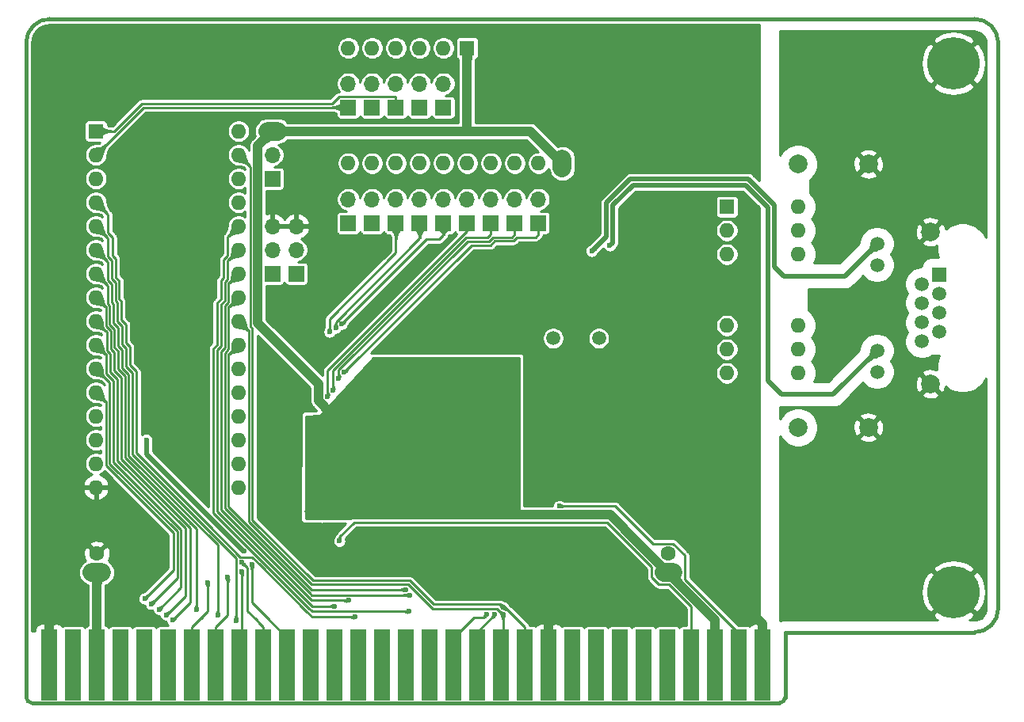
<source format=gbr>
%TF.GenerationSoftware,KiCad,Pcbnew,(5.1.6)-1*%
%TF.CreationDate,2020-12-22T22:51:50+03:00*%
%TF.ProjectId,RTL8019,52544c38-3031-4392-9e6b-696361645f70,rev?*%
%TF.SameCoordinates,Original*%
%TF.FileFunction,Copper,L2,Bot*%
%TF.FilePolarity,Positive*%
%FSLAX46Y46*%
G04 Gerber Fmt 4.6, Leading zero omitted, Abs format (unit mm)*
G04 Created by KiCad (PCBNEW (5.1.6)-1) date 2020-12-22 22:51:50*
%MOMM*%
%LPD*%
G01*
G04 APERTURE LIST*
%TA.AperFunction,Profile*%
%ADD10C,0.381000*%
%TD*%
%TA.AperFunction,ComponentPad*%
%ADD11R,1.600000X1.600000*%
%TD*%
%TA.AperFunction,ComponentPad*%
%ADD12O,1.600000X1.600000*%
%TD*%
%TA.AperFunction,ComponentPad*%
%ADD13O,1.700000X1.700000*%
%TD*%
%TA.AperFunction,ComponentPad*%
%ADD14R,1.700000X1.700000*%
%TD*%
%TA.AperFunction,ComponentPad*%
%ADD15C,1.500000*%
%TD*%
%TA.AperFunction,ComponentPad*%
%ADD16C,2.000000*%
%TD*%
%TA.AperFunction,ComponentPad*%
%ADD17R,1.500000X1.500000*%
%TD*%
%TA.AperFunction,ConnectorPad*%
%ADD18R,1.778000X7.620000*%
%TD*%
%TA.AperFunction,ComponentPad*%
%ADD19C,1.600000*%
%TD*%
%TA.AperFunction,ComponentPad*%
%ADD20C,5.600000*%
%TD*%
%TA.AperFunction,ViaPad*%
%ADD21C,0.600000*%
%TD*%
%TA.AperFunction,ViaPad*%
%ADD22C,1.200000*%
%TD*%
%TA.AperFunction,Conductor*%
%ADD23C,1.016000*%
%TD*%
%TA.AperFunction,Conductor*%
%ADD24C,0.508000*%
%TD*%
%TA.AperFunction,Conductor*%
%ADD25C,2.032000*%
%TD*%
%TA.AperFunction,Conductor*%
%ADD26C,0.254000*%
%TD*%
%TA.AperFunction,Conductor*%
%ADD27C,0.350000*%
%TD*%
%TA.AperFunction,Conductor*%
%ADD28C,0.025400*%
%TD*%
G04 APERTURE END LIST*
D10*
X133420000Y-123775000D02*
X133420000Y-53784500D01*
X214510000Y-116840000D02*
X214510000Y-123775000D01*
X135960000Y-51244500D02*
X234720000Y-51244500D01*
X237260000Y-53784500D02*
X237260000Y-114300000D01*
X214510000Y-116840000D02*
X234720000Y-116840000D01*
X237260000Y-53784500D02*
G75*
G03*
X234720000Y-51244500I-2540000J0D01*
G01*
X135960000Y-51244500D02*
G75*
G03*
X133420000Y-53784500I0J-2540000D01*
G01*
X234720000Y-116840000D02*
G75*
G03*
X237260000Y-114300000I0J2540000D01*
G01*
X133420000Y-123775000D02*
G75*
G03*
X134055000Y-124410000I635000J0D01*
G01*
X134055000Y-124410000D02*
X213875000Y-124410000D01*
X213875000Y-124410000D02*
G75*
G03*
X214510000Y-123775000I0J635000D01*
G01*
D11*
%TO.P,RN2,1*%
%TO.N,VCC*%
X190690500Y-66675000D03*
D12*
%TO.P,RN2,2*%
%TO.N,Net-(J14-Pad2)*%
X188150500Y-66675000D03*
%TO.P,RN2,3*%
%TO.N,Net-(J13-Pad2)*%
X185610500Y-66675000D03*
%TO.P,RN2,4*%
%TO.N,Net-(J12-Pad2)*%
X183070500Y-66675000D03*
%TO.P,RN2,5*%
%TO.N,Net-(J11-Pad2)*%
X180530500Y-66675000D03*
%TO.P,RN2,6*%
%TO.N,Net-(J10-Pad2)*%
X177990500Y-66675000D03*
%TO.P,RN2,7*%
%TO.N,Net-(J9-Pad2)*%
X175450500Y-66675000D03*
%TO.P,RN2,8*%
%TO.N,Net-(J8-Pad2)*%
X172910500Y-66675000D03*
%TO.P,RN2,9*%
%TO.N,Net-(J7-Pad2)*%
X170370500Y-66675000D03*
%TO.P,RN2,10*%
%TO.N,Net-(J6-Pad2)*%
X167830500Y-66675000D03*
%TD*%
%TO.P,T1,9*%
%TO.N,/RX+*%
X215900000Y-84033360D03*
%TO.P,T1,6*%
%TO.N,TPIN-*%
X208280000Y-89113360D03*
%TO.P,T1,7*%
%TO.N,/RX-*%
X215900000Y-89113360D03*
%TO.P,T1,12*%
%TO.N,/TX+*%
X215900000Y-71333360D03*
%TO.P,T1,11*%
%TO.N,Net-(C5-Pad2)*%
X215900000Y-73873360D03*
%TO.P,T1,8*%
%TO.N,Net-(C4-Pad2)*%
X215900000Y-86573360D03*
%TO.P,T1,2*%
%TO.N,Net-(C8-Pad1)*%
X208280000Y-73873360D03*
%TO.P,T1,5*%
%TO.N,N/C*%
X208280000Y-86573360D03*
D11*
%TO.P,T1,1*%
%TO.N,/TPR+*%
X208280000Y-71333360D03*
D12*
%TO.P,T1,4*%
%TO.N,TPIN+*%
X208280000Y-84033360D03*
%TO.P,T1,3*%
%TO.N,/TPR-*%
X208280000Y-76413360D03*
%TO.P,T1,10*%
%TO.N,/TX-*%
X215900000Y-76413360D03*
%TD*%
D13*
%TO.P,JP3,3*%
%TO.N,GND*%
X162267900Y-73406000D03*
%TO.P,JP3,2*%
%TO.N,Net-(JP3-Pad2)*%
X162267900Y-75946000D03*
D14*
%TO.P,JP3,1*%
%TO.N,BA15*%
X162267900Y-78486000D03*
%TD*%
D15*
%TO.P,X1,12*%
%TO.N,Net-(R2-Pad1)*%
X224311400Y-89007600D03*
%TO.P,X1,11*%
%TO.N,LED_ACT*%
X224311400Y-86717600D03*
%TO.P,X1,10*%
%TO.N,Net-(R3-Pad1)*%
X224311400Y-77577600D03*
%TO.P,X1,9*%
%TO.N,LED_LINK*%
X224311400Y-75287600D03*
D16*
%TO.P,X1,SH*%
%TO.N,Net-(C3-Pad2)*%
X230021400Y-74017600D03*
X230021400Y-90277600D03*
D15*
%TO.P,X1,8*%
%TO.N,N/C*%
X229131400Y-85727600D03*
%TO.P,X1,6*%
%TO.N,/RX-*%
X229131400Y-83687600D03*
%TO.P,X1,4*%
%TO.N,N/C*%
X229131400Y-81647600D03*
%TO.P,X1,2*%
%TO.N,/TX-*%
X229131400Y-79607600D03*
%TO.P,X1,7*%
%TO.N,N/C*%
X230911400Y-84707600D03*
%TO.P,X1,5*%
X230911400Y-82667600D03*
%TO.P,X1,3*%
%TO.N,/RX+*%
X230911400Y-80627600D03*
D17*
%TO.P,X1,1*%
%TO.N,/TX+*%
X230911400Y-78587600D03*
%TD*%
D12*
%TO.P,U3,32*%
%TO.N,VCC*%
X156108400Y-63246000D03*
%TO.P,U3,16*%
%TO.N,GND*%
X140868400Y-101346000D03*
%TO.P,U3,31*%
%TO.N,WE*%
X156108400Y-65786000D03*
%TO.P,U3,15*%
%TO.N,BD2*%
X140868400Y-98806000D03*
%TO.P,U3,30*%
%TO.N,Net-(JP1-Pad2)*%
X156108400Y-68326000D03*
%TO.P,U3,14*%
%TO.N,BD1*%
X140868400Y-96266000D03*
%TO.P,U3,29*%
%TO.N,Net-(JP2-Pad2)*%
X156108400Y-70866000D03*
%TO.P,U3,13*%
%TO.N,BD0*%
X140868400Y-93726000D03*
%TO.P,U3,28*%
%TO.N,SA13*%
X156108400Y-73406000D03*
%TO.P,U3,12*%
%TO.N,SA0*%
X140868400Y-91186000D03*
%TO.P,U3,27*%
%TO.N,SA8*%
X156108400Y-75946000D03*
%TO.P,U3,11*%
%TO.N,SA1*%
X140868400Y-88646000D03*
%TO.P,U3,26*%
%TO.N,SA9*%
X156108400Y-78486000D03*
%TO.P,U3,10*%
%TO.N,SA2*%
X140868400Y-86106000D03*
%TO.P,U3,25*%
%TO.N,SA11*%
X156108400Y-81026000D03*
%TO.P,U3,9*%
%TO.N,SA3*%
X140868400Y-83566000D03*
%TO.P,U3,24*%
%TO.N,RE*%
X156108400Y-83566000D03*
%TO.P,U3,8*%
%TO.N,SA4*%
X140868400Y-81026000D03*
%TO.P,U3,23*%
%TO.N,SA10*%
X156108400Y-86106000D03*
%TO.P,U3,7*%
%TO.N,SA5*%
X140868400Y-78486000D03*
%TO.P,U3,22*%
%TO.N,ROM_CE*%
X156108400Y-88646000D03*
%TO.P,U3,6*%
%TO.N,SA6*%
X140868400Y-75946000D03*
%TO.P,U3,21*%
%TO.N,BD7*%
X156108400Y-91186000D03*
%TO.P,U3,5*%
%TO.N,SA7*%
X140868400Y-73406000D03*
%TO.P,U3,20*%
%TO.N,BD6*%
X156108400Y-93726000D03*
%TO.P,U3,4*%
%TO.N,SA12*%
X140868400Y-70866000D03*
%TO.P,U3,19*%
%TO.N,BD5*%
X156108400Y-96266000D03*
%TO.P,U3,3*%
%TO.N,Net-(JP3-Pad2)*%
X140868400Y-68326000D03*
%TO.P,U3,18*%
%TO.N,BD4*%
X156108400Y-98806000D03*
%TO.P,U3,2*%
%TO.N,BA16*%
X140868400Y-65786000D03*
%TO.P,U3,17*%
%TO.N,BD3*%
X156108400Y-101346000D03*
D11*
%TO.P,U3,1*%
%TO.N,BA18*%
X140868400Y-63246000D03*
%TD*%
D18*
%TO.P,X0,31*%
%TO.N,GND*%
X135890000Y-120345200D03*
%TO.P,X0,30*%
%TO.N,N/C*%
X138430000Y-120345200D03*
%TO.P,X0,29*%
%TO.N,VCC*%
X140970000Y-120345200D03*
%TO.P,X0,28*%
%TO.N,N/C*%
X143510000Y-120345200D03*
%TO.P,X0,27*%
X146050000Y-120345200D03*
%TO.P,X0,26*%
X148590000Y-120345200D03*
%TO.P,X0,25*%
%TO.N,IRQ3*%
X151130000Y-120345200D03*
%TO.P,X0,24*%
%TO.N,IRQ4*%
X153670000Y-120345200D03*
%TO.P,X0,23*%
%TO.N,IRQ5*%
X156210000Y-120345200D03*
%TO.P,X0,22*%
%TO.N,IRQ6*%
X158750000Y-120345200D03*
%TO.P,X0,21*%
%TO.N,IRQ7*%
X161290000Y-120345200D03*
%TO.P,X0,20*%
%TO.N,N/C*%
X163830000Y-120345200D03*
%TO.P,X0,19*%
X166370000Y-120345200D03*
%TO.P,X0,18*%
X168910000Y-120345200D03*
%TO.P,X0,17*%
X171450000Y-120345200D03*
%TO.P,X0,16*%
X173990000Y-120345200D03*
%TO.P,X0,15*%
X176530000Y-120345200D03*
%TO.P,X0,14*%
%TO.N,IOR*%
X179070000Y-120345200D03*
%TO.P,X0,13*%
%TO.N,IOW*%
X181610000Y-120345200D03*
%TO.P,X0,12*%
%TO.N,RE*%
X184150000Y-120345200D03*
%TO.P,X0,11*%
%TO.N,WE*%
X186690000Y-120345200D03*
%TO.P,X0,10*%
%TO.N,GND*%
X189230000Y-120345200D03*
%TO.P,X0,9*%
%TO.N,N/C*%
X191770000Y-120345200D03*
%TO.P,X0,8*%
X194310000Y-120345200D03*
%TO.P,X0,7*%
X196850000Y-120345200D03*
%TO.P,X0,6*%
X199390000Y-120345200D03*
%TO.P,X0,5*%
X201930000Y-120345200D03*
%TO.P,X0,4*%
%TO.N,IRQ2*%
X204470000Y-120345200D03*
%TO.P,X0,3*%
%TO.N,VCC*%
X207010000Y-120345200D03*
%TO.P,X0,2*%
%TO.N,RST*%
X209550000Y-120345200D03*
%TO.P,X0,1*%
%TO.N,GND*%
X212090000Y-120345200D03*
%TD*%
D11*
%TO.P,C1,1*%
%TO.N,VCC*%
X140970000Y-110439200D03*
D19*
%TO.P,C1,2*%
%TO.N,GND*%
X140970000Y-108439200D03*
%TD*%
D11*
%TO.P,C2,1*%
%TO.N,VCC*%
X202003660Y-110435140D03*
D19*
%TO.P,C2,2*%
%TO.N,GND*%
X202003660Y-108435140D03*
%TD*%
D20*
%TO.P,H2,1*%
%TO.N,Net-(C3-Pad2)*%
X232486200Y-112527200D03*
%TD*%
%TO.P,H1,1*%
%TO.N,Net-(C3-Pad2)*%
X232486200Y-56012200D03*
%TD*%
D13*
%TO.P,JP2,3*%
%TO.N,GND*%
X159727900Y-73406000D03*
%TO.P,JP2,2*%
%TO.N,Net-(JP2-Pad2)*%
X159727900Y-75946000D03*
D14*
%TO.P,JP2,1*%
%TO.N,BA14*%
X159727900Y-78486000D03*
%TD*%
D13*
%TO.P,JP1,3*%
%TO.N,VCC*%
X159727900Y-63246000D03*
%TO.P,JP1,2*%
%TO.N,Net-(JP1-Pad2)*%
X159727900Y-65786000D03*
D14*
%TO.P,JP1,1*%
%TO.N,BA17*%
X159727900Y-68326000D03*
%TD*%
%TO.P,J7,1*%
%TO.N,JP*%
X170370500Y-73088500D03*
D13*
%TO.P,J7,2*%
%TO.N,Net-(J7-Pad2)*%
X170370500Y-70548500D03*
%TD*%
D14*
%TO.P,J6,1*%
%TO.N,BA21*%
X167830500Y-73088500D03*
D13*
%TO.P,J6,2*%
%TO.N,Net-(J6-Pad2)*%
X167830500Y-70548500D03*
%TD*%
%TO.P,J5,2*%
%TO.N,Net-(J5-Pad2)*%
X177990500Y-58166000D03*
D14*
%TO.P,J5,1*%
%TO.N,BA20*%
X177990500Y-60706000D03*
%TD*%
D13*
%TO.P,J4,2*%
%TO.N,Net-(J4-Pad2)*%
X175450500Y-58166000D03*
D14*
%TO.P,J4,1*%
%TO.N,BA19*%
X175450500Y-60706000D03*
%TD*%
D13*
%TO.P,J3,2*%
%TO.N,Net-(J3-Pad2)*%
X172910500Y-58166000D03*
D14*
%TO.P,J3,1*%
%TO.N,BA18*%
X172910500Y-60706000D03*
%TD*%
D13*
%TO.P,J2,2*%
%TO.N,Net-(J2-Pad2)*%
X170370500Y-58166000D03*
D14*
%TO.P,J2,1*%
%TO.N,BA17*%
X170370500Y-60706000D03*
%TD*%
D13*
%TO.P,J1,2*%
%TO.N,Net-(J1-Pad2)*%
X167830500Y-58166000D03*
D14*
%TO.P,J1,1*%
%TO.N,BA16*%
X167830500Y-60706000D03*
%TD*%
%TO.P,J10,1*%
%TO.N,BD6*%
X177990500Y-73088500D03*
D13*
%TO.P,J10,2*%
%TO.N,Net-(J10-Pad2)*%
X177990500Y-70548500D03*
%TD*%
D14*
%TO.P,J9,1*%
%TO.N,BD5*%
X175450500Y-73088500D03*
D13*
%TO.P,J9,2*%
%TO.N,Net-(J9-Pad2)*%
X175450500Y-70548500D03*
%TD*%
D14*
%TO.P,J8,1*%
%TO.N,BD4*%
X172910500Y-73088500D03*
D13*
%TO.P,J8,2*%
%TO.N,Net-(J8-Pad2)*%
X172910500Y-70548500D03*
%TD*%
D14*
%TO.P,J14,1*%
%TO.N,BD3*%
X188137800Y-73075800D03*
D13*
%TO.P,J14,2*%
%TO.N,Net-(J14-Pad2)*%
X188137800Y-70535800D03*
%TD*%
D14*
%TO.P,J13,1*%
%TO.N,BD2*%
X185597800Y-73075800D03*
D13*
%TO.P,J13,2*%
%TO.N,Net-(J13-Pad2)*%
X185597800Y-70535800D03*
%TD*%
D14*
%TO.P,J12,1*%
%TO.N,BD1*%
X183057800Y-73075800D03*
D13*
%TO.P,J12,2*%
%TO.N,Net-(J12-Pad2)*%
X183057800Y-70535800D03*
%TD*%
D14*
%TO.P,J11,1*%
%TO.N,BD0*%
X180517800Y-73075800D03*
D13*
%TO.P,J11,2*%
%TO.N,Net-(J11-Pad2)*%
X180517800Y-70535800D03*
%TD*%
D15*
%TO.P,Y1,1*%
%TO.N,Net-(C10-Pad2)*%
X189712600Y-85394800D03*
%TO.P,Y1,2*%
%TO.N,Net-(C11-Pad1)*%
X194592600Y-85394800D03*
%TD*%
D12*
%TO.P,RN1,6*%
%TO.N,Net-(J1-Pad2)*%
X167830500Y-54356000D03*
%TO.P,RN1,5*%
%TO.N,Net-(J2-Pad2)*%
X170370500Y-54356000D03*
%TO.P,RN1,4*%
%TO.N,Net-(J3-Pad2)*%
X172910500Y-54356000D03*
%TO.P,RN1,3*%
%TO.N,Net-(J4-Pad2)*%
X175450500Y-54356000D03*
%TO.P,RN1,2*%
%TO.N,Net-(J5-Pad2)*%
X177990500Y-54356000D03*
D11*
%TO.P,RN1,1*%
%TO.N,VCC*%
X180530500Y-54356000D03*
%TD*%
D16*
%TO.P,C5,2*%
%TO.N,Net-(C5-Pad2)*%
X215879680Y-66766440D03*
%TO.P,C5,1*%
%TO.N,Net-(C3-Pad2)*%
X223379680Y-66766440D03*
%TD*%
%TO.P,C4,2*%
%TO.N,Net-(C4-Pad2)*%
X215887300Y-94932500D03*
%TO.P,C4,1*%
%TO.N,Net-(C3-Pad2)*%
X223387300Y-94932500D03*
%TD*%
D21*
%TO.N,GND*%
X202336400Y-86570820D03*
D22*
X210591400Y-114617500D03*
D21*
X161036000Y-97129600D03*
X167213280Y-109080300D03*
X175409860Y-109964220D03*
X183235600Y-106387900D03*
X169547540Y-78117700D03*
X192125600Y-81483200D03*
X163499800Y-66408300D03*
D22*
X135890000Y-114706400D03*
D21*
X183642000Y-82423000D03*
X191221360Y-79979520D03*
X193014600Y-79979520D03*
X195618100Y-88953340D03*
X194289680Y-90568780D03*
X194274440Y-93405960D03*
X195618100Y-95023940D03*
X211335620Y-99870260D03*
X211335620Y-103558340D03*
X209661760Y-101671120D03*
X211307680Y-71737220D03*
X211277200Y-92212160D03*
X145778220Y-111869220D03*
X203586080Y-72235060D03*
X203586080Y-75526900D03*
X202084940Y-73868280D03*
X172339000Y-80772000D03*
X161546540Y-102494080D03*
X161546540Y-106260900D03*
X188214000Y-113030000D03*
X203708000Y-90784680D03*
X145953480Y-92108020D03*
X152496520Y-100967540D03*
X206537560Y-86553040D03*
X173763940Y-106387900D03*
X179832000Y-112522000D03*
X185039000Y-84010500D03*
X161431909Y-90692909D03*
X158750000Y-86614000D03*
X188214000Y-102870000D03*
X134729499Y-54056000D03*
X134729499Y-62306000D03*
X134729499Y-70556000D03*
X134729499Y-78806000D03*
X134729499Y-87056000D03*
X134729499Y-95306000D03*
X134729499Y-103556000D03*
X134729499Y-111806000D03*
X139229499Y-57806000D03*
X144780000Y-104648000D03*
X142229499Y-52556000D03*
X142229499Y-112556000D03*
X142979499Y-65306000D03*
X143729499Y-72806000D03*
X144479499Y-80306000D03*
X145979499Y-59306000D03*
X145979499Y-87056000D03*
X146729499Y-108806000D03*
X148229499Y-68306000D03*
X148229499Y-97556000D03*
X148979499Y-54056000D03*
X148979499Y-75806000D03*
X150479499Y-82556000D03*
X150479499Y-90806000D03*
X151229499Y-62306000D03*
X153479499Y-71306000D03*
X154229499Y-57056000D03*
X157979499Y-52556000D03*
X158729499Y-104306000D03*
X159479499Y-81056000D03*
X160229499Y-59306000D03*
X160979499Y-70556000D03*
X163979499Y-54806000D03*
X164729499Y-76556000D03*
X164729499Y-87056000D03*
X170729499Y-64556000D03*
X171479499Y-52556000D03*
X175979499Y-76556000D03*
X176729499Y-84056000D03*
X178979499Y-64556000D03*
X181979499Y-59306000D03*
X182880000Y-112522000D03*
X183479499Y-52556000D03*
X183479499Y-77306000D03*
X188214000Y-108204000D03*
X187979499Y-56306000D03*
X189479499Y-63056000D03*
X190229499Y-70556000D03*
X190229499Y-93056000D03*
X191729499Y-77306000D03*
X192479499Y-52556000D03*
X209804000Y-66802000D03*
X194729499Y-66806000D03*
X195479499Y-108806000D03*
X196979499Y-72806000D03*
X197729499Y-102056000D03*
X196850000Y-55880000D03*
X198374000Y-61468000D03*
X199979499Y-112556000D03*
X200729499Y-77306000D03*
X201479499Y-95306000D03*
X202229499Y-105806000D03*
X201549000Y-67056000D03*
X206502000Y-55880000D03*
X203729499Y-82556000D03*
X205979499Y-101306000D03*
X205979499Y-110306000D03*
X201676000Y-53340000D03*
X209042000Y-90678000D03*
X204724000Y-61468000D03*
X208229499Y-78806000D03*
X209729499Y-96056000D03*
X166370000Y-81026000D03*
X179070000Y-81280000D03*
X181102000Y-82550000D03*
X184150000Y-79756000D03*
X197866000Y-80264000D03*
X201168000Y-85090000D03*
X201168000Y-88138000D03*
X195072000Y-98552000D03*
%TO.N,VCC*%
X176237900Y-102318820D03*
X169085260Y-102295960D03*
D22*
X163763960Y-103952040D03*
D21*
X146246850Y-96259650D03*
X156662120Y-108186220D03*
X164846000Y-94234000D03*
X172339000Y-87884000D03*
X180784500Y-87820500D03*
X185607960Y-90998040D03*
%TO.N,LED_ACT*%
X195755260Y-75481180D03*
%TO.N,LED_LINK*%
X193840100Y-76060300D03*
%TO.N,SA0*%
X146094916Y-113239084D03*
%TO.N,SA1*%
X146787915Y-113816085D03*
%TO.N,SA2*%
X147626164Y-114400236D03*
%TO.N,SA3*%
X148369963Y-114977237D03*
%TO.N,SA4*%
X149062962Y-115554238D03*
%TO.N,SA5*%
X151598202Y-114415998D03*
%TO.N,SA6*%
X153867001Y-114992999D03*
%TO.N,SA7*%
X155830000Y-115570000D03*
%TO.N,SA8*%
X166370000Y-114046000D03*
%TO.N,SA9*%
X167838381Y-113431581D03*
%TO.N,SA10*%
X173932001Y-112275199D03*
%TO.N,SA11*%
X174421800Y-112852200D03*
%TO.N,SA12*%
X168592500Y-115201700D03*
%TO.N,SA13*%
X174327399Y-114623001D03*
%TO.N,IRQ3*%
X152806400Y-111556800D03*
%TO.N,IRQ4*%
X154940000Y-110947200D03*
%TO.N,IRQ5*%
X156464000Y-110337600D03*
%TO.N,IOR*%
X182575200Y-114960400D03*
%TO.N,IOW*%
X183489600Y-114960400D03*
%TO.N,RE*%
X184353200Y-114960400D03*
%TO.N,WE*%
X184353200Y-114147600D03*
%TO.N,IRQ2*%
X166878000Y-107086400D03*
%TO.N,RST*%
X190373000Y-103336940D03*
%TO.N,BD0*%
X165627000Y-91649600D03*
%TO.N,BD1*%
X166213500Y-90999600D03*
%TO.N,BD2*%
X166815000Y-89699600D03*
%TO.N,BD3*%
X167401500Y-89049600D03*
%TO.N,BD4*%
X165835000Y-84710600D03*
%TO.N,BD5*%
X166485000Y-84277200D03*
%TO.N,BD6*%
X167135000Y-83861244D03*
%TO.N,IRQ7*%
X157530800Y-109626400D03*
%TO.N,IRQ6*%
X156464000Y-109369860D03*
%TO.N,Net-(C3-Pad2)*%
X226814380Y-77622400D03*
X219247720Y-76288900D03*
X221040960Y-75752960D03*
X214330280Y-99870260D03*
X214330280Y-103545640D03*
X215915240Y-101693980D03*
X216859499Y-54206000D03*
X216859499Y-60506000D03*
X216859499Y-105506000D03*
X216859499Y-111806000D03*
X218659499Y-63736000D03*
X219559499Y-69136000D03*
X220118940Y-85991700D03*
X220459499Y-56906000D03*
X220459499Y-102806000D03*
X220459499Y-109106000D03*
X222259499Y-61406000D03*
X222259499Y-113606000D03*
X224059499Y-54206000D03*
X224059499Y-99206000D03*
X224059499Y-105506000D03*
X225859499Y-58706000D03*
X225859499Y-70406000D03*
X225859499Y-110006000D03*
X227659499Y-101906000D03*
X228559499Y-62306000D03*
X229459499Y-67706000D03*
X229459499Y-97406000D03*
X229459499Y-106406000D03*
X232159499Y-93806000D03*
X233059499Y-60506000D03*
X233059499Y-100106000D03*
X233959499Y-65906000D03*
X234859499Y-104606000D03*
X232159499Y-71306000D03*
X217805000Y-80645000D03*
%TD*%
D23*
%TO.N,GND*%
X189230000Y-120650000D02*
X189230000Y-115824000D01*
X135890000Y-120345200D02*
X135890000Y-114706400D01*
X135890000Y-114706400D02*
X135890000Y-114706400D01*
X212090000Y-115912900D02*
X212090000Y-120345200D01*
X210527900Y-114350800D02*
X212090000Y-115912900D01*
D24*
%TO.N,VCC*%
X140970000Y-117730000D02*
X140970000Y-120650000D01*
D23*
X141020800Y-120294400D02*
X140970000Y-120345200D01*
X207010000Y-115519200D02*
X207010000Y-120345200D01*
X202262921Y-110772121D02*
X207010000Y-115519200D01*
X202257479Y-110772121D02*
X202262921Y-110772121D01*
X202257479Y-110772121D02*
X203073000Y-111587642D01*
D25*
X201546460Y-110439200D02*
X202486260Y-110439200D01*
X140462000Y-110439200D02*
X141478000Y-110439200D01*
X159232600Y-63246000D02*
X160274000Y-63246000D01*
D24*
X146278600Y-96291400D02*
X146246850Y-96259650D01*
X146256526Y-96259650D02*
X146246850Y-96259650D01*
D23*
X164655500Y-90291729D02*
X158163410Y-83799639D01*
X158163410Y-64810490D02*
X158163410Y-83799639D01*
X159727900Y-63246000D02*
X158163410Y-64810490D01*
D26*
X181097199Y-90419199D02*
X183340019Y-90419199D01*
D23*
X184226200Y-91305380D02*
X183340019Y-90419199D01*
X195780298Y-104294940D02*
X199068509Y-107583151D01*
X197352558Y-105867200D02*
X199068509Y-107583151D01*
X199068509Y-107583151D02*
X202257479Y-110772121D01*
X187228480Y-104294940D02*
X195780298Y-104294940D01*
X177779764Y-104294940D02*
X187228480Y-104294940D01*
X163807140Y-103954580D02*
X164711380Y-103954580D01*
X164711380Y-103954580D02*
X165051740Y-104294940D01*
D24*
X156649420Y-108186220D02*
X156662120Y-108186220D01*
X146246850Y-97783650D02*
X156649420Y-108186220D01*
D23*
X140970000Y-110439200D02*
X140970000Y-120345200D01*
D24*
X146246850Y-97783650D02*
X146246850Y-96259650D01*
D23*
X187261500Y-63246000D02*
X190690500Y-66675000D01*
D25*
X190690500Y-66230500D02*
X190690500Y-67183000D01*
D23*
X180530500Y-63182500D02*
X180594000Y-63246000D01*
X180530500Y-54356000D02*
X180530500Y-63182500D01*
X180594000Y-63246000D02*
X187261500Y-63246000D01*
X159727900Y-63246000D02*
X180594000Y-63246000D01*
D24*
X176237900Y-104101900D02*
X176430940Y-104294940D01*
X176237900Y-102318820D02*
X176237900Y-104101900D01*
D27*
X169085260Y-104274620D02*
X169064940Y-104294940D01*
X169085260Y-102295960D02*
X169085260Y-104274620D01*
D23*
X176430940Y-104294940D02*
X169064940Y-104294940D01*
D26*
X180797200Y-90119200D02*
X181097199Y-90419199D01*
D27*
X172339000Y-89962800D02*
X172335000Y-89966800D01*
X172339000Y-87884000D02*
X172339000Y-89962800D01*
X180797200Y-87833200D02*
X180784500Y-87820500D01*
X180797200Y-90119200D02*
X180797200Y-87833200D01*
X184533540Y-90998040D02*
X184226200Y-91305380D01*
X185607960Y-90998040D02*
X184533540Y-90998040D01*
X184226200Y-103764080D02*
X184757060Y-104294940D01*
D23*
X184757060Y-104294940D02*
X176430940Y-104294940D01*
D27*
X184226200Y-91305380D02*
X184226200Y-103764080D01*
D23*
X187228480Y-104294940D02*
X184757060Y-104294940D01*
D27*
X166042700Y-95545000D02*
X166042700Y-104213300D01*
X166042700Y-104213300D02*
X165961060Y-104294940D01*
D23*
X165961060Y-104294940D02*
X165051740Y-104294940D01*
X169064940Y-104294940D02*
X165961060Y-104294940D01*
D27*
X166042700Y-95545000D02*
X166756800Y-95545000D01*
X165699800Y-93380200D02*
X165960700Y-93380200D01*
X164846000Y-94234000D02*
X165699800Y-93380200D01*
X166278200Y-93380200D02*
X167599900Y-94701900D01*
X165960700Y-93380200D02*
X166278200Y-93380200D01*
D24*
X167599900Y-94701900D02*
X166756800Y-95545000D01*
X172335000Y-89966800D02*
X167599900Y-94701900D01*
D23*
X164655500Y-92075000D02*
X165960700Y-93380200D01*
X164655500Y-92075000D02*
X164655500Y-90291729D01*
D24*
%TO.N,LED_ACT*%
X196057520Y-75178920D02*
X196047360Y-75189080D01*
X196057520Y-71193660D02*
X196057520Y-75178920D01*
X198239380Y-69011800D02*
X196057520Y-71193660D01*
X212683732Y-71416552D02*
X210278980Y-69011800D01*
X210278980Y-69011800D02*
X198239380Y-69011800D01*
X212683732Y-89963632D02*
X212683732Y-71416552D01*
X214101680Y-91381580D02*
X212683732Y-89963632D01*
X219647420Y-91381580D02*
X214101680Y-91381580D01*
X196047360Y-75189080D02*
X195755260Y-75481180D01*
X224311400Y-86717600D02*
X219647420Y-91381580D01*
%TO.N,LED_LINK*%
X213341742Y-71143996D02*
X213341742Y-77756542D01*
X210551536Y-68353790D02*
X213341742Y-71143996D01*
X193840100Y-76060300D02*
X195399510Y-74500890D01*
X195399510Y-70921104D02*
X197966823Y-68353791D01*
X197966823Y-68353791D02*
X210551536Y-68353790D01*
X224311400Y-75287600D02*
X220859000Y-78740000D01*
X214325200Y-78740000D02*
X213341742Y-77756542D01*
X220859000Y-78740000D02*
X214325200Y-78740000D01*
X195399510Y-70921104D02*
X195399510Y-74500890D01*
D26*
%TO.N,SA0*%
X141945401Y-92263001D02*
X140868400Y-91186000D01*
X141945402Y-99031958D02*
X141945401Y-92263001D01*
X149153580Y-106240136D02*
X141945402Y-99031958D01*
X149153580Y-110180420D02*
X149153580Y-106240136D01*
X146094916Y-113239084D02*
X149153580Y-110180420D01*
%TO.N,SA1*%
X140868400Y-88646000D02*
X142349411Y-90127011D01*
X142349411Y-98864611D02*
X149557590Y-106072790D01*
X149557590Y-111046410D02*
X146787915Y-113816085D01*
X149557590Y-106072790D02*
X149557590Y-111046410D01*
X142349411Y-90127011D02*
X142349411Y-98864611D01*
%TO.N,SA2*%
X142753421Y-98657869D02*
X149251552Y-105156000D01*
X141945401Y-89151645D02*
X142753421Y-89959665D01*
X141945401Y-87183001D02*
X141945401Y-89151645D01*
X140868400Y-86106000D02*
X141945401Y-87183001D01*
X149251552Y-105157152D02*
X149961600Y-105867200D01*
X149251552Y-105156000D02*
X149251552Y-105157152D01*
X149961600Y-112064800D02*
X147626164Y-114400236D01*
X149961600Y-105867200D02*
X149961600Y-112064800D01*
X142753421Y-89959665D02*
X142753421Y-98657869D01*
%TO.N,SA3*%
X143157431Y-98490523D02*
X150393904Y-105726996D01*
X142043078Y-84740678D02*
X142043078Y-86709322D01*
X140868400Y-83566000D02*
X142043078Y-84740678D01*
X142043078Y-86709322D02*
X142392400Y-87058644D01*
X142392400Y-87058644D02*
X142392400Y-89027288D01*
X142392400Y-89027288D02*
X143157431Y-89792319D01*
X150393904Y-112953296D02*
X148369963Y-114977237D01*
X150393904Y-105726996D02*
X150393904Y-112953296D01*
X143157431Y-89792319D02*
X143157431Y-98490523D01*
%TO.N,SA4*%
X150965332Y-113651868D02*
X149062962Y-115554238D01*
X150965332Y-105727068D02*
X150965332Y-113651868D01*
X143561442Y-89624974D02*
X143561442Y-98323178D01*
X142796410Y-86891298D02*
X142796410Y-88859942D01*
X142796410Y-88859942D02*
X143561442Y-89624974D01*
X142447088Y-84573332D02*
X142447088Y-86541976D01*
X141945401Y-84071645D02*
X142447088Y-84573332D01*
X142447088Y-86541976D02*
X142796410Y-86891298D01*
X141945401Y-82103001D02*
X141945401Y-84071645D01*
X143561442Y-98323178D02*
X150965332Y-105727068D01*
X140868400Y-81026000D02*
X141945401Y-82103001D01*
%TO.N,SA5*%
X151505010Y-105695390D02*
X150878390Y-105068770D01*
X151598202Y-105788582D02*
X151598202Y-114415998D01*
X151505010Y-105695390D02*
X151598202Y-105788582D01*
X151124010Y-105314390D02*
X151505010Y-105695390D01*
X143200420Y-88692596D02*
X143965452Y-89457628D01*
X143965452Y-98155832D02*
X151124010Y-105314390D01*
X142851098Y-84405986D02*
X142851098Y-86374630D01*
X142851098Y-86374630D02*
X143200420Y-86723952D01*
X142349411Y-83904299D02*
X142851098Y-84405986D01*
X143965452Y-89457628D02*
X143965452Y-98155832D01*
X142349411Y-81935655D02*
X142349411Y-83904299D01*
X142138400Y-81724644D02*
X142349411Y-81935655D01*
X143200420Y-86723952D02*
X143200420Y-88692596D01*
X142138400Y-79756000D02*
X142138400Y-81724644D01*
X140868400Y-78486000D02*
X142138400Y-79756000D01*
%TO.N,SA6*%
X153867001Y-107486025D02*
X153867001Y-114992999D01*
X142138400Y-77216000D02*
X142138400Y-79184644D01*
X143255108Y-84238640D02*
X143255108Y-86207284D01*
X143255108Y-86207284D02*
X143662400Y-86614576D01*
X142138400Y-79184644D02*
X142542410Y-79588654D01*
X143662400Y-86614576D02*
X143662400Y-88583220D01*
X142542410Y-79588654D02*
X142542410Y-81557298D01*
X144369462Y-97988486D02*
X153867001Y-107486025D01*
X142542410Y-81557298D02*
X142753421Y-81768309D01*
X144369462Y-89290282D02*
X144369462Y-97988486D01*
X140868400Y-75946000D02*
X142138400Y-77216000D01*
X143662400Y-88583220D02*
X144369462Y-89290282D01*
X142753421Y-81768309D02*
X142753421Y-83736953D01*
X142753421Y-83736953D02*
X143255108Y-84238640D01*
%TO.N,SA7*%
X142542410Y-77048654D02*
X142542410Y-79017298D01*
X142138400Y-76644644D02*
X142542410Y-77048654D01*
X144066410Y-86447230D02*
X144066410Y-88415874D01*
X142138400Y-74676000D02*
X142138400Y-76644644D01*
X140868400Y-73406000D02*
X142138400Y-74676000D01*
X145091366Y-98139034D02*
X152584366Y-105632034D01*
X142542410Y-79017298D02*
X142946420Y-79421308D01*
X142946420Y-79421308D02*
X142946420Y-81389952D01*
X142946420Y-81389952D02*
X143157431Y-81600963D01*
X143157431Y-81600963D02*
X143157431Y-83569607D01*
X143659118Y-84071294D02*
X143659118Y-86039938D01*
X143157431Y-83569607D02*
X143659118Y-84071294D01*
X143659118Y-86039938D02*
X144066410Y-86447230D01*
X144066410Y-88415874D02*
X144782391Y-89131855D01*
X152584366Y-105632034D02*
X151790400Y-104838068D01*
X155830000Y-115570000D02*
X155830000Y-108877668D01*
X152584366Y-105632034D02*
X155830000Y-108877668D01*
X144782391Y-97830059D02*
X145091366Y-98139034D01*
X144782391Y-89131855D02*
X144782391Y-97830059D01*
%TO.N,SA8*%
X154933722Y-77120678D02*
X156108400Y-75946000D01*
X154627389Y-81364299D02*
X154627389Y-79395655D01*
X154933722Y-79089322D02*
X154933722Y-77120678D01*
X154627389Y-79395655D02*
X154933722Y-79089322D01*
X154223379Y-81768309D02*
X154627389Y-81364299D01*
X163947074Y-114046000D02*
X166370000Y-114046000D01*
X153819369Y-103918295D02*
X163947074Y-114046000D01*
X154223379Y-86264109D02*
X153819369Y-86668119D01*
X154223379Y-81768309D02*
X154223379Y-86264109D01*
X153819369Y-86668119D02*
X153819369Y-103918295D01*
%TO.N,SA9*%
X155031399Y-81531645D02*
X155031399Y-79563001D01*
X154627389Y-81935655D02*
X155031399Y-81531645D01*
X154627389Y-86431455D02*
X154627389Y-81935655D01*
X154223379Y-86835465D02*
X154627389Y-86431455D01*
X154223379Y-103750949D02*
X154223379Y-86835465D01*
X163904011Y-113431581D02*
X154223379Y-103750949D01*
X155031399Y-79563001D02*
X156108400Y-78486000D01*
X167838381Y-113431581D02*
X163904011Y-113431581D01*
%TO.N,SA10*%
X163890341Y-112275199D02*
X173932001Y-112275199D01*
X155031399Y-103416257D02*
X163890341Y-112275199D01*
X156108400Y-86106000D02*
X155031399Y-87183001D01*
X155031399Y-88129039D02*
X155031399Y-88369099D01*
X155031399Y-103416257D02*
X155031399Y-87183001D01*
%TO.N,SA11*%
X163895986Y-112852200D02*
X163723293Y-112679507D01*
X163898366Y-112854580D02*
X163723293Y-112679507D01*
X163723293Y-112679507D02*
X154627389Y-103583603D01*
X174167800Y-112852200D02*
X163895986Y-112852200D01*
X174167800Y-112852200D02*
X174421800Y-112852200D01*
X154863800Y-86779244D02*
X154627389Y-87015655D01*
X156108400Y-81026000D02*
X155031399Y-82103001D01*
X155031399Y-82103001D02*
X155031399Y-86598801D01*
X155031399Y-86598801D02*
X154863800Y-86766400D01*
X154863800Y-86766400D02*
X154863800Y-86779244D01*
X154627389Y-87015655D02*
X154627389Y-103583603D01*
%TO.N,SA12*%
X140868400Y-70866000D02*
X142138400Y-72136000D01*
X142138400Y-74104644D02*
X142646400Y-74612644D01*
X142138400Y-72136000D02*
X142138400Y-74104644D01*
X142646400Y-76581288D02*
X142946420Y-76881308D01*
X142646400Y-74612644D02*
X142646400Y-76581288D01*
X142946420Y-76881308D02*
X142946420Y-78849952D01*
X143350430Y-81222606D02*
X143561441Y-81433617D01*
X142946420Y-78849952D02*
X143350430Y-79253962D01*
X143350430Y-79253962D02*
X143350430Y-81222606D01*
X143561441Y-83402261D02*
X144063128Y-83903948D01*
X143561441Y-81433617D02*
X143561441Y-83402261D01*
X144063128Y-85872592D02*
X144470420Y-86279884D01*
X144063128Y-83903948D02*
X144063128Y-85872592D01*
X144470420Y-88248528D02*
X145186400Y-88964508D01*
X144470420Y-86279884D02*
X144470420Y-88248528D01*
X145186400Y-97662712D02*
X152870044Y-105346356D01*
X152870044Y-105346356D02*
X152203335Y-104679647D01*
X163960062Y-115201700D02*
X163342581Y-114584219D01*
X168592500Y-115201700D02*
X163960062Y-115201700D01*
X163342581Y-114584219D02*
X163464762Y-114706400D01*
X157551221Y-108792859D02*
X158390851Y-109632489D01*
X156316547Y-108792859D02*
X157551221Y-108792859D01*
X152870044Y-105346356D02*
X156316547Y-108792859D01*
X158390851Y-109632489D02*
X163342581Y-114584219D01*
X145186400Y-88964508D02*
X145186400Y-97662712D01*
%TO.N,SA13*%
X163628259Y-114298541D02*
X163632108Y-114302390D01*
X163952719Y-114623001D02*
X174327399Y-114623001D01*
X163120259Y-113790541D02*
X163952719Y-114623001D01*
X163120259Y-113790541D02*
X163628259Y-114298541D01*
X154933722Y-74580678D02*
X156108400Y-73406000D01*
X154529712Y-76953332D02*
X154933722Y-76549322D01*
X154223379Y-79228309D02*
X154529712Y-78921976D01*
X154223379Y-81196953D02*
X154223379Y-79228309D01*
X153819369Y-81600963D02*
X154223379Y-81196953D01*
X153819369Y-86096763D02*
X153819369Y-81600963D01*
X154933722Y-76549322D02*
X154933722Y-74580678D01*
X154529712Y-78921976D02*
X154529712Y-76953332D01*
X153415359Y-104085641D02*
X153415359Y-86500773D01*
X153415359Y-86500773D02*
X153819369Y-86096763D01*
X163120259Y-113790541D02*
X153415359Y-104085641D01*
%TO.N,IRQ3*%
X151130000Y-117730000D02*
X151130000Y-120650000D01*
X151130000Y-120345200D02*
X151130000Y-117424200D01*
X151130000Y-120345200D02*
X151130000Y-116281200D01*
X152273000Y-115138200D02*
X152275391Y-115140591D01*
X152171400Y-115239800D02*
X152273000Y-115138200D01*
X152806400Y-114604800D02*
X151282400Y-116128800D01*
X151130000Y-116281200D02*
X151282400Y-116128800D01*
X152806400Y-111556800D02*
X152806400Y-114604800D01*
X151282400Y-116128800D02*
X152171400Y-115239800D01*
%TO.N,IRQ4*%
X154940000Y-115011200D02*
X154940000Y-110998000D01*
X153670000Y-120345200D02*
X153670000Y-116281200D01*
X153670000Y-116281200D02*
X154940000Y-115011200D01*
%TO.N,IRQ5*%
X156210000Y-117730000D02*
X156210000Y-120650000D01*
X156210000Y-120345200D02*
X156210000Y-117424200D01*
X156235400Y-120319800D02*
X156210000Y-120345200D01*
X156464000Y-120091200D02*
X156210000Y-120345200D01*
X156464000Y-111226600D02*
X156464000Y-120091200D01*
X156464000Y-111226600D02*
X156464000Y-110337600D01*
%TO.N,IOR*%
X179070000Y-117602000D02*
X179070000Y-120650000D01*
X179070000Y-117424200D02*
X179070000Y-120345200D01*
X181233801Y-115260399D02*
X179070000Y-117424200D01*
X182275201Y-115260399D02*
X181233801Y-115260399D01*
X182575200Y-114960400D02*
X182275201Y-115260399D01*
%TO.N,IOW*%
X181610000Y-116763800D02*
X181610000Y-120345200D01*
X181610000Y-116865400D02*
X181610000Y-120345200D01*
X182219600Y-119735600D02*
X181610000Y-120345200D01*
X181610000Y-116840000D02*
X181610000Y-120345200D01*
X183489600Y-114960400D02*
X181610000Y-116840000D01*
%TO.N,RE*%
X156108400Y-83566000D02*
X157185401Y-84643001D01*
X157185401Y-104998903D02*
X163884696Y-111698198D01*
X163884696Y-111698198D02*
X174208962Y-111698198D01*
X184353200Y-120142000D02*
X184150000Y-120345200D01*
X184353200Y-114960400D02*
X184353200Y-120142000D01*
X183745980Y-114362818D02*
X176873582Y-114362818D01*
X184343562Y-114960400D02*
X183745980Y-114362818D01*
X184353200Y-114960400D02*
X184343562Y-114960400D01*
X174208962Y-111698198D02*
X176873582Y-114362818D01*
X157185401Y-84643001D02*
X157185401Y-104998903D01*
%TO.N,WE*%
X186690000Y-116281200D02*
X186690000Y-120345200D01*
X184556400Y-114147600D02*
X186690000Y-116281200D01*
X184353200Y-114147600D02*
X184556400Y-114147600D01*
X157378400Y-67056000D02*
X156108400Y-65786000D01*
X157589411Y-84335811D02*
X157378400Y-84124800D01*
X184353200Y-114147600D02*
X184053201Y-113847601D01*
X184053201Y-113847601D02*
X176929721Y-113847601D01*
X176929721Y-113847601D02*
X174376309Y-111294189D01*
X174376309Y-111294189D02*
X164052042Y-111294188D01*
X164052042Y-111294188D02*
X157589411Y-104831557D01*
X157378400Y-84124800D02*
X157378400Y-67056000D01*
X157589411Y-104831557D02*
X157589411Y-84335811D01*
%TO.N,IRQ2*%
X204470000Y-120650000D02*
X204470000Y-117730000D01*
X204470000Y-114985592D02*
X204470000Y-115671600D01*
X204470000Y-115671600D02*
X204470000Y-120650000D01*
X168460186Y-105079950D02*
X170345250Y-105079950D01*
X166878000Y-106662136D02*
X168460186Y-105079950D01*
X166878000Y-107086400D02*
X166878000Y-106662136D01*
X170345250Y-105079950D02*
X169666770Y-105079950D01*
X204470000Y-114094812D02*
X204470000Y-120345200D01*
X195455138Y-105079950D02*
X200253450Y-109878262D01*
X170345250Y-105079950D02*
X195455138Y-105079950D01*
X200253450Y-109878262D02*
X200253450Y-110974782D01*
X201010878Y-111732210D02*
X202107398Y-111732210D01*
X200253450Y-110974782D02*
X201010878Y-111732210D01*
X202107398Y-111732210D02*
X204470000Y-114094812D01*
%TO.N,RST*%
X209550000Y-120345200D02*
X209550000Y-116949029D01*
X203779270Y-111178300D02*
X203779270Y-108616788D01*
X203779270Y-108616788D02*
X202520621Y-107358139D01*
X202520621Y-107358139D02*
X200350079Y-107358139D01*
X209550000Y-116949029D02*
X203779270Y-111178300D01*
X196328880Y-103336940D02*
X200350079Y-107358139D01*
X190373000Y-103336940D02*
X196328880Y-103336940D01*
%TO.N,BD0*%
X165627000Y-91649600D02*
X165627000Y-88827426D01*
X180517800Y-73936626D02*
X180517800Y-73075800D01*
X165627000Y-88827426D02*
X180517800Y-73936626D01*
%TO.N,BD1*%
X166213500Y-88812282D02*
X166213500Y-90999600D01*
X183057800Y-73177400D02*
X183057800Y-74281400D01*
X183057800Y-74281400D02*
X182688600Y-74650600D01*
X166213500Y-88812282D02*
X180375182Y-74650600D01*
X180375182Y-74650600D02*
X182688600Y-74650600D01*
%TO.N,BD2*%
X166815000Y-88782138D02*
X166815000Y-89699600D01*
X185597800Y-73177400D02*
X185597800Y-74281400D01*
X185597800Y-74281400D02*
X185292622Y-74586578D01*
X185292622Y-74586578D02*
X183323978Y-74586578D01*
X183323978Y-74586578D02*
X182855946Y-75054610D01*
X180542528Y-75054610D02*
X166815000Y-88782138D01*
X182855946Y-75054610D02*
X180542528Y-75054610D01*
%TO.N,BD3*%
X185459968Y-74990588D02*
X183491324Y-74990588D01*
X188137800Y-73177400D02*
X188137800Y-74281400D01*
X188137800Y-74281400D02*
X187832622Y-74586578D01*
X187832622Y-74586578D02*
X185863978Y-74586578D01*
X185863978Y-74586578D02*
X185459968Y-74990588D01*
X183491324Y-74990588D02*
X183023292Y-75458620D01*
X183023292Y-75458620D02*
X180992480Y-75458620D01*
X180992480Y-75458620D02*
X167401500Y-89049600D01*
%TO.N,BD4*%
X172910500Y-73088500D02*
X172910500Y-76263500D01*
X172910500Y-76263500D02*
X165835000Y-83339000D01*
X165835000Y-83339000D02*
X165835000Y-84710600D01*
%TO.N,BD5*%
X175450500Y-74691782D02*
X175450500Y-73088500D01*
X166485000Y-83657282D02*
X175450500Y-74691782D01*
X166485000Y-84277200D02*
X166485000Y-83657282D01*
%TO.N,BD6*%
X177990500Y-73088500D02*
X177990500Y-74358500D01*
X177990500Y-74358500D02*
X177546000Y-74803000D01*
X176193244Y-74803000D02*
X175663122Y-75333122D01*
X177546000Y-74803000D02*
X176193244Y-74803000D01*
X175663122Y-75333122D02*
X175812244Y-75184000D01*
X167135000Y-83861244D02*
X175663122Y-75333122D01*
%TO.N,BA16*%
X167830500Y-60706000D02*
X145948400Y-60706000D01*
X145948400Y-60706000D02*
X140868400Y-65786000D01*
%TO.N,BA18*%
X172910500Y-60364000D02*
X172887499Y-60340999D01*
X142837044Y-63246000D02*
X140868400Y-63246000D01*
X172910500Y-59602000D02*
X172887499Y-59578999D01*
X172887499Y-59578999D02*
X166822399Y-59578999D01*
X172910500Y-60706000D02*
X172910500Y-59602000D01*
X166822399Y-59578999D02*
X166099408Y-60301990D01*
X145781054Y-60301990D02*
X166099408Y-60301990D01*
X142837044Y-63246000D02*
X145781054Y-60301990D01*
%TO.N,IRQ7*%
X161290000Y-117424200D02*
X161290000Y-120345200D01*
X157886400Y-114020600D02*
X159169100Y-115303300D01*
X159006390Y-115140590D02*
X159169100Y-115303300D01*
X159169100Y-115303300D02*
X161290000Y-117424200D01*
X157530800Y-113665000D02*
X157886400Y-114020600D01*
X157530800Y-109626400D02*
X157530800Y-113665000D01*
%TO.N,IRQ6*%
X158750000Y-120345200D02*
X158750000Y-116281200D01*
X158750000Y-116281200D02*
X158343600Y-115874800D01*
X158343600Y-115874800D02*
X158013400Y-115544600D01*
X157937200Y-115468400D02*
X158343600Y-115874800D01*
X157041001Y-114572201D02*
X157937200Y-115468400D01*
X157041001Y-109946861D02*
X157041001Y-114572201D01*
X156464000Y-109369860D02*
X157041001Y-109946861D01*
%TO.N,Net-(C3-Pad2)*%
X229011400Y-74013600D02*
X230021400Y-74013600D01*
%TD*%
%TO.N,GND*%
G36*
X211719359Y-68558535D02*
G01*
X211056735Y-67895911D01*
X211035405Y-67869920D01*
X210931709Y-67784820D01*
X210813403Y-67721584D01*
X210685034Y-67682644D01*
X210551536Y-67669495D01*
X210518083Y-67672790D01*
X198000286Y-67672792D01*
X197966823Y-67669496D01*
X197833324Y-67682645D01*
X197704954Y-67721586D01*
X197586649Y-67784821D01*
X197529460Y-67831755D01*
X197482953Y-67869922D01*
X197461628Y-67895907D01*
X194941632Y-70415904D01*
X194915640Y-70437235D01*
X194830540Y-70540931D01*
X194767304Y-70659237D01*
X194737528Y-70757397D01*
X194728364Y-70787606D01*
X194715215Y-70921104D01*
X194718510Y-70954557D01*
X194718511Y-74218810D01*
X193539344Y-75397978D01*
X193495736Y-75416041D01*
X193376664Y-75495602D01*
X193275402Y-75596864D01*
X193195841Y-75715936D01*
X193141038Y-75848242D01*
X193113100Y-75988697D01*
X193113100Y-76131903D01*
X193141038Y-76272358D01*
X193195841Y-76404664D01*
X193275402Y-76523736D01*
X193376664Y-76624998D01*
X193495736Y-76704559D01*
X193628042Y-76759362D01*
X193768497Y-76787300D01*
X193911703Y-76787300D01*
X194052158Y-76759362D01*
X194184464Y-76704559D01*
X194303536Y-76624998D01*
X194404798Y-76523736D01*
X194484359Y-76404664D01*
X194502422Y-76361056D01*
X194570967Y-76292511D01*
X207053000Y-76292511D01*
X207053000Y-76534209D01*
X207100153Y-76771263D01*
X207192647Y-76994562D01*
X207326927Y-77195527D01*
X207497833Y-77366433D01*
X207698798Y-77500713D01*
X207922097Y-77593207D01*
X208159151Y-77640360D01*
X208400849Y-77640360D01*
X208637903Y-77593207D01*
X208861202Y-77500713D01*
X209062167Y-77366433D01*
X209233073Y-77195527D01*
X209367353Y-76994562D01*
X209459847Y-76771263D01*
X209507000Y-76534209D01*
X209507000Y-76292511D01*
X209459847Y-76055457D01*
X209367353Y-75832158D01*
X209233073Y-75631193D01*
X209062167Y-75460287D01*
X208861202Y-75326007D01*
X208637903Y-75233513D01*
X208400849Y-75186360D01*
X208159151Y-75186360D01*
X207922097Y-75233513D01*
X207698798Y-75326007D01*
X207497833Y-75460287D01*
X207326927Y-75631193D01*
X207192647Y-75832158D01*
X207100153Y-76055457D01*
X207053000Y-76292511D01*
X194570967Y-76292511D01*
X194639822Y-76223656D01*
X194639838Y-76223643D01*
X194639851Y-76223627D01*
X195089600Y-75773878D01*
X195111001Y-75825544D01*
X195190562Y-75944616D01*
X195291824Y-76045878D01*
X195410896Y-76125439D01*
X195543202Y-76180242D01*
X195683657Y-76208180D01*
X195826863Y-76208180D01*
X195967318Y-76180242D01*
X196099624Y-76125439D01*
X196218696Y-76045878D01*
X196319958Y-75944616D01*
X196399519Y-75825544D01*
X196417582Y-75781936D01*
X196515394Y-75684124D01*
X196541390Y-75662790D01*
X196626490Y-75559094D01*
X196689726Y-75440788D01*
X196728666Y-75312419D01*
X196738520Y-75212373D01*
X196738520Y-75212372D01*
X196741815Y-75178921D01*
X196738520Y-75145470D01*
X196738520Y-73752511D01*
X207053000Y-73752511D01*
X207053000Y-73994209D01*
X207100153Y-74231263D01*
X207192647Y-74454562D01*
X207326927Y-74655527D01*
X207497833Y-74826433D01*
X207698798Y-74960713D01*
X207922097Y-75053207D01*
X208159151Y-75100360D01*
X208400849Y-75100360D01*
X208637903Y-75053207D01*
X208861202Y-74960713D01*
X209062167Y-74826433D01*
X209233073Y-74655527D01*
X209367353Y-74454562D01*
X209459847Y-74231263D01*
X209507000Y-73994209D01*
X209507000Y-73752511D01*
X209459847Y-73515457D01*
X209367353Y-73292158D01*
X209233073Y-73091193D01*
X209062167Y-72920287D01*
X208861202Y-72786007D01*
X208637903Y-72693513D01*
X208400849Y-72646360D01*
X208159151Y-72646360D01*
X207922097Y-72693513D01*
X207698798Y-72786007D01*
X207497833Y-72920287D01*
X207326927Y-73091193D01*
X207192647Y-73292158D01*
X207100153Y-73515457D01*
X207053000Y-73752511D01*
X196738520Y-73752511D01*
X196738520Y-71475738D01*
X197680898Y-70533360D01*
X207050934Y-70533360D01*
X207050934Y-72133360D01*
X207059178Y-72217067D01*
X207083595Y-72297556D01*
X207123245Y-72371736D01*
X207176605Y-72436755D01*
X207241624Y-72490115D01*
X207315804Y-72529765D01*
X207396293Y-72554182D01*
X207480000Y-72562426D01*
X209080000Y-72562426D01*
X209163707Y-72554182D01*
X209244196Y-72529765D01*
X209318376Y-72490115D01*
X209383395Y-72436755D01*
X209436755Y-72371736D01*
X209476405Y-72297556D01*
X209500822Y-72217067D01*
X209509066Y-72133360D01*
X209509066Y-70533360D01*
X209500822Y-70449653D01*
X209476405Y-70369164D01*
X209436755Y-70294984D01*
X209383395Y-70229965D01*
X209318376Y-70176605D01*
X209244196Y-70136955D01*
X209163707Y-70112538D01*
X209080000Y-70104294D01*
X207480000Y-70104294D01*
X207396293Y-70112538D01*
X207315804Y-70136955D01*
X207241624Y-70176605D01*
X207176605Y-70229965D01*
X207123245Y-70294984D01*
X207083595Y-70369164D01*
X207059178Y-70449653D01*
X207050934Y-70533360D01*
X197680898Y-70533360D01*
X198521459Y-69692800D01*
X209996902Y-69692800D01*
X211720249Y-71416148D01*
X211734107Y-115899843D01*
X211201000Y-115897128D01*
X211076518Y-115909388D01*
X210956820Y-115945698D01*
X210846506Y-116004663D01*
X210749815Y-116084015D01*
X210673861Y-116176566D01*
X210603196Y-116138795D01*
X210522707Y-116114378D01*
X210439000Y-116106134D01*
X209490579Y-116106134D01*
X204333270Y-110948827D01*
X204333270Y-108643989D01*
X204335949Y-108616787D01*
X204333270Y-108589585D01*
X204333270Y-108589576D01*
X204325254Y-108508185D01*
X204293575Y-108403756D01*
X204242133Y-108307513D01*
X204172902Y-108223156D01*
X204151765Y-108205809D01*
X202931604Y-106985649D01*
X202914253Y-106964507D01*
X202829896Y-106895276D01*
X202733653Y-106843834D01*
X202629224Y-106812155D01*
X202547833Y-106804139D01*
X202547825Y-106804139D01*
X202520621Y-106801460D01*
X202493417Y-106804139D01*
X200579553Y-106804139D01*
X196739863Y-102964450D01*
X196722512Y-102943308D01*
X196638155Y-102874077D01*
X196541912Y-102822635D01*
X196437483Y-102790956D01*
X196356092Y-102782940D01*
X196356084Y-102782940D01*
X196328880Y-102780261D01*
X196301676Y-102782940D01*
X190847134Y-102782940D01*
X190836436Y-102772242D01*
X190717364Y-102692681D01*
X190585058Y-102637878D01*
X190444603Y-102609940D01*
X190301397Y-102609940D01*
X190160942Y-102637878D01*
X190028636Y-102692681D01*
X189909564Y-102772242D01*
X189808302Y-102873504D01*
X189728741Y-102992576D01*
X189673938Y-103124882D01*
X189646000Y-103265337D01*
X189646000Y-103359940D01*
X186609000Y-103359940D01*
X186609000Y-88992511D01*
X207053000Y-88992511D01*
X207053000Y-89234209D01*
X207100153Y-89471263D01*
X207192647Y-89694562D01*
X207326927Y-89895527D01*
X207497833Y-90066433D01*
X207698798Y-90200713D01*
X207922097Y-90293207D01*
X208159151Y-90340360D01*
X208400849Y-90340360D01*
X208637903Y-90293207D01*
X208861202Y-90200713D01*
X209062167Y-90066433D01*
X209233073Y-89895527D01*
X209367353Y-89694562D01*
X209459847Y-89471263D01*
X209507000Y-89234209D01*
X209507000Y-88992511D01*
X209459847Y-88755457D01*
X209367353Y-88532158D01*
X209233073Y-88331193D01*
X209062167Y-88160287D01*
X208861202Y-88026007D01*
X208637903Y-87933513D01*
X208400849Y-87886360D01*
X208159151Y-87886360D01*
X207922097Y-87933513D01*
X207698798Y-88026007D01*
X207497833Y-88160287D01*
X207326927Y-88331193D01*
X207192647Y-88532158D01*
X207100153Y-88755457D01*
X207053000Y-88992511D01*
X186609000Y-88992511D01*
X186609000Y-87376000D01*
X186600795Y-87292696D01*
X186576497Y-87212594D01*
X186537038Y-87138772D01*
X186483935Y-87074065D01*
X186419228Y-87020962D01*
X186345406Y-86981503D01*
X186265304Y-86957205D01*
X186182000Y-86949000D01*
X170434000Y-86949000D01*
X170333347Y-86961033D01*
X170254325Y-86988643D01*
X170233888Y-87000686D01*
X171955698Y-85278876D01*
X188535600Y-85278876D01*
X188535600Y-85510724D01*
X188580831Y-85738118D01*
X188669556Y-85952319D01*
X188798364Y-86145094D01*
X188962306Y-86309036D01*
X189155081Y-86437844D01*
X189369282Y-86526569D01*
X189596676Y-86571800D01*
X189828524Y-86571800D01*
X190055918Y-86526569D01*
X190270119Y-86437844D01*
X190462894Y-86309036D01*
X190626836Y-86145094D01*
X190755644Y-85952319D01*
X190844369Y-85738118D01*
X190889600Y-85510724D01*
X190889600Y-85278876D01*
X193415600Y-85278876D01*
X193415600Y-85510724D01*
X193460831Y-85738118D01*
X193549556Y-85952319D01*
X193678364Y-86145094D01*
X193842306Y-86309036D01*
X194035081Y-86437844D01*
X194249282Y-86526569D01*
X194476676Y-86571800D01*
X194708524Y-86571800D01*
X194935918Y-86526569D01*
X195114709Y-86452511D01*
X207053000Y-86452511D01*
X207053000Y-86694209D01*
X207100153Y-86931263D01*
X207192647Y-87154562D01*
X207326927Y-87355527D01*
X207497833Y-87526433D01*
X207698798Y-87660713D01*
X207922097Y-87753207D01*
X208159151Y-87800360D01*
X208400849Y-87800360D01*
X208637903Y-87753207D01*
X208861202Y-87660713D01*
X209062167Y-87526433D01*
X209233073Y-87355527D01*
X209367353Y-87154562D01*
X209459847Y-86931263D01*
X209507000Y-86694209D01*
X209507000Y-86452511D01*
X209459847Y-86215457D01*
X209367353Y-85992158D01*
X209233073Y-85791193D01*
X209062167Y-85620287D01*
X208861202Y-85486007D01*
X208637903Y-85393513D01*
X208400849Y-85346360D01*
X208159151Y-85346360D01*
X207922097Y-85393513D01*
X207698798Y-85486007D01*
X207497833Y-85620287D01*
X207326927Y-85791193D01*
X207192647Y-85992158D01*
X207100153Y-86215457D01*
X207053000Y-86452511D01*
X195114709Y-86452511D01*
X195150119Y-86437844D01*
X195342894Y-86309036D01*
X195506836Y-86145094D01*
X195635644Y-85952319D01*
X195724369Y-85738118D01*
X195769600Y-85510724D01*
X195769600Y-85278876D01*
X195724369Y-85051482D01*
X195635644Y-84837281D01*
X195506836Y-84644506D01*
X195342894Y-84480564D01*
X195150119Y-84351756D01*
X194935918Y-84263031D01*
X194708524Y-84217800D01*
X194476676Y-84217800D01*
X194249282Y-84263031D01*
X194035081Y-84351756D01*
X193842306Y-84480564D01*
X193678364Y-84644506D01*
X193549556Y-84837281D01*
X193460831Y-85051482D01*
X193415600Y-85278876D01*
X190889600Y-85278876D01*
X190844369Y-85051482D01*
X190755644Y-84837281D01*
X190626836Y-84644506D01*
X190462894Y-84480564D01*
X190270119Y-84351756D01*
X190055918Y-84263031D01*
X189828524Y-84217800D01*
X189596676Y-84217800D01*
X189369282Y-84263031D01*
X189155081Y-84351756D01*
X188962306Y-84480564D01*
X188798364Y-84644506D01*
X188669556Y-84837281D01*
X188580831Y-85051482D01*
X188535600Y-85278876D01*
X171955698Y-85278876D01*
X173322063Y-83912511D01*
X207053000Y-83912511D01*
X207053000Y-84154209D01*
X207100153Y-84391263D01*
X207192647Y-84614562D01*
X207326927Y-84815527D01*
X207497833Y-84986433D01*
X207698798Y-85120713D01*
X207922097Y-85213207D01*
X208159151Y-85260360D01*
X208400849Y-85260360D01*
X208637903Y-85213207D01*
X208861202Y-85120713D01*
X209062167Y-84986433D01*
X209233073Y-84815527D01*
X209367353Y-84614562D01*
X209459847Y-84391263D01*
X209507000Y-84154209D01*
X209507000Y-83912511D01*
X209459847Y-83675457D01*
X209367353Y-83452158D01*
X209233073Y-83251193D01*
X209062167Y-83080287D01*
X208861202Y-82946007D01*
X208637903Y-82853513D01*
X208400849Y-82806360D01*
X208159151Y-82806360D01*
X207922097Y-82853513D01*
X207698798Y-82946007D01*
X207497833Y-83080287D01*
X207326927Y-83251193D01*
X207192647Y-83452158D01*
X207100153Y-83675457D01*
X207053000Y-83912511D01*
X173322063Y-83912511D01*
X181221954Y-76012620D01*
X182996088Y-76012620D01*
X183023292Y-76015299D01*
X183050496Y-76012620D01*
X183050504Y-76012620D01*
X183131895Y-76004604D01*
X183236324Y-75972925D01*
X183332567Y-75921483D01*
X183416924Y-75852252D01*
X183434275Y-75831110D01*
X183720798Y-75544588D01*
X185432764Y-75544588D01*
X185459968Y-75547267D01*
X185487172Y-75544588D01*
X185487180Y-75544588D01*
X185568571Y-75536572D01*
X185673000Y-75504893D01*
X185769243Y-75453451D01*
X185853600Y-75384220D01*
X185870951Y-75363078D01*
X186093452Y-75140578D01*
X187805418Y-75140578D01*
X187832622Y-75143257D01*
X187859826Y-75140578D01*
X187859834Y-75140578D01*
X187941225Y-75132562D01*
X188045654Y-75100883D01*
X188141897Y-75049441D01*
X188226254Y-74980210D01*
X188243605Y-74959068D01*
X188510295Y-74692379D01*
X188531432Y-74675032D01*
X188600663Y-74590675D01*
X188644518Y-74508627D01*
X188652105Y-74494433D01*
X188683784Y-74390004D01*
X188686011Y-74367391D01*
X188687245Y-74354866D01*
X188987800Y-74354866D01*
X189071507Y-74346622D01*
X189151996Y-74322205D01*
X189226176Y-74282555D01*
X189291195Y-74229195D01*
X189344555Y-74164176D01*
X189384205Y-74089996D01*
X189408622Y-74009507D01*
X189416866Y-73925800D01*
X189416866Y-72225800D01*
X189408622Y-72142093D01*
X189384205Y-72061604D01*
X189344555Y-71987424D01*
X189291195Y-71922405D01*
X189226176Y-71869045D01*
X189151996Y-71829395D01*
X189071507Y-71804978D01*
X188987800Y-71796734D01*
X188344344Y-71796734D01*
X188510287Y-71763726D01*
X188742686Y-71667463D01*
X188951840Y-71527711D01*
X189129711Y-71349840D01*
X189269463Y-71140686D01*
X189365726Y-70908287D01*
X189414800Y-70661574D01*
X189414800Y-70410026D01*
X189365726Y-70163313D01*
X189269463Y-69930914D01*
X189129711Y-69721760D01*
X188951840Y-69543889D01*
X188742686Y-69404137D01*
X188510287Y-69307874D01*
X188263574Y-69258800D01*
X188012026Y-69258800D01*
X187765313Y-69307874D01*
X187532914Y-69404137D01*
X187323760Y-69543889D01*
X187145889Y-69721760D01*
X187006137Y-69930914D01*
X186909874Y-70163313D01*
X186867800Y-70374834D01*
X186825726Y-70163313D01*
X186729463Y-69930914D01*
X186589711Y-69721760D01*
X186411840Y-69543889D01*
X186202686Y-69404137D01*
X185970287Y-69307874D01*
X185723574Y-69258800D01*
X185472026Y-69258800D01*
X185225313Y-69307874D01*
X184992914Y-69404137D01*
X184783760Y-69543889D01*
X184605889Y-69721760D01*
X184466137Y-69930914D01*
X184369874Y-70163313D01*
X184327800Y-70374834D01*
X184285726Y-70163313D01*
X184189463Y-69930914D01*
X184049711Y-69721760D01*
X183871840Y-69543889D01*
X183662686Y-69404137D01*
X183430287Y-69307874D01*
X183183574Y-69258800D01*
X182932026Y-69258800D01*
X182685313Y-69307874D01*
X182452914Y-69404137D01*
X182243760Y-69543889D01*
X182065889Y-69721760D01*
X181926137Y-69930914D01*
X181829874Y-70163313D01*
X181787800Y-70374834D01*
X181745726Y-70163313D01*
X181649463Y-69930914D01*
X181509711Y-69721760D01*
X181331840Y-69543889D01*
X181122686Y-69404137D01*
X180890287Y-69307874D01*
X180643574Y-69258800D01*
X180392026Y-69258800D01*
X180145313Y-69307874D01*
X179912914Y-69404137D01*
X179703760Y-69543889D01*
X179525889Y-69721760D01*
X179386137Y-69930914D01*
X179289874Y-70163313D01*
X179252887Y-70349261D01*
X179218426Y-70176013D01*
X179122163Y-69943614D01*
X178982411Y-69734460D01*
X178804540Y-69556589D01*
X178595386Y-69416837D01*
X178362987Y-69320574D01*
X178116274Y-69271500D01*
X177864726Y-69271500D01*
X177618013Y-69320574D01*
X177385614Y-69416837D01*
X177176460Y-69556589D01*
X176998589Y-69734460D01*
X176858837Y-69943614D01*
X176762574Y-70176013D01*
X176720500Y-70387534D01*
X176678426Y-70176013D01*
X176582163Y-69943614D01*
X176442411Y-69734460D01*
X176264540Y-69556589D01*
X176055386Y-69416837D01*
X175822987Y-69320574D01*
X175576274Y-69271500D01*
X175324726Y-69271500D01*
X175078013Y-69320574D01*
X174845614Y-69416837D01*
X174636460Y-69556589D01*
X174458589Y-69734460D01*
X174318837Y-69943614D01*
X174222574Y-70176013D01*
X174180500Y-70387534D01*
X174138426Y-70176013D01*
X174042163Y-69943614D01*
X173902411Y-69734460D01*
X173724540Y-69556589D01*
X173515386Y-69416837D01*
X173282987Y-69320574D01*
X173036274Y-69271500D01*
X172784726Y-69271500D01*
X172538013Y-69320574D01*
X172305614Y-69416837D01*
X172096460Y-69556589D01*
X171918589Y-69734460D01*
X171778837Y-69943614D01*
X171682574Y-70176013D01*
X171640500Y-70387534D01*
X171598426Y-70176013D01*
X171502163Y-69943614D01*
X171362411Y-69734460D01*
X171184540Y-69556589D01*
X170975386Y-69416837D01*
X170742987Y-69320574D01*
X170496274Y-69271500D01*
X170244726Y-69271500D01*
X169998013Y-69320574D01*
X169765614Y-69416837D01*
X169556460Y-69556589D01*
X169378589Y-69734460D01*
X169238837Y-69943614D01*
X169142574Y-70176013D01*
X169100500Y-70387534D01*
X169058426Y-70176013D01*
X168962163Y-69943614D01*
X168822411Y-69734460D01*
X168644540Y-69556589D01*
X168435386Y-69416837D01*
X168202987Y-69320574D01*
X167956274Y-69271500D01*
X167704726Y-69271500D01*
X167458013Y-69320574D01*
X167225614Y-69416837D01*
X167016460Y-69556589D01*
X166838589Y-69734460D01*
X166698837Y-69943614D01*
X166602574Y-70176013D01*
X166553500Y-70422726D01*
X166553500Y-70674274D01*
X166602574Y-70920987D01*
X166698837Y-71153386D01*
X166838589Y-71362540D01*
X167016460Y-71540411D01*
X167225614Y-71680163D01*
X167458013Y-71776426D01*
X167623956Y-71809434D01*
X166980500Y-71809434D01*
X166896793Y-71817678D01*
X166816304Y-71842095D01*
X166742124Y-71881745D01*
X166677105Y-71935105D01*
X166623745Y-72000124D01*
X166584095Y-72074304D01*
X166559678Y-72154793D01*
X166551434Y-72238500D01*
X166551434Y-73938500D01*
X166559678Y-74022207D01*
X166584095Y-74102696D01*
X166623745Y-74176876D01*
X166677105Y-74241895D01*
X166742124Y-74295255D01*
X166816304Y-74334905D01*
X166896793Y-74359322D01*
X166980500Y-74367566D01*
X168680500Y-74367566D01*
X168764207Y-74359322D01*
X168844696Y-74334905D01*
X168918876Y-74295255D01*
X168983895Y-74241895D01*
X169037255Y-74176876D01*
X169076905Y-74102696D01*
X169100500Y-74024917D01*
X169124095Y-74102696D01*
X169163745Y-74176876D01*
X169217105Y-74241895D01*
X169282124Y-74295255D01*
X169356304Y-74334905D01*
X169436793Y-74359322D01*
X169520500Y-74367566D01*
X171220500Y-74367566D01*
X171304207Y-74359322D01*
X171384696Y-74334905D01*
X171458876Y-74295255D01*
X171523895Y-74241895D01*
X171577255Y-74176876D01*
X171616905Y-74102696D01*
X171640500Y-74024917D01*
X171664095Y-74102696D01*
X171703745Y-74176876D01*
X171757105Y-74241895D01*
X171822124Y-74295255D01*
X171896304Y-74334905D01*
X171976793Y-74359322D01*
X172060500Y-74367566D01*
X172269178Y-74367566D01*
X172271238Y-74372034D01*
X172301213Y-74454626D01*
X172324842Y-74541523D01*
X172342052Y-74633376D01*
X172352627Y-74730779D01*
X172356501Y-74841458D01*
X172356501Y-76034025D01*
X165462510Y-82928017D01*
X165441368Y-82945368D01*
X165372137Y-83029725D01*
X165320695Y-83125969D01*
X165301505Y-83189229D01*
X165291367Y-83222649D01*
X165289016Y-83230398D01*
X165281000Y-83311789D01*
X165281000Y-83311796D01*
X165278321Y-83339000D01*
X165281000Y-83366204D01*
X165281001Y-84236465D01*
X165270302Y-84247164D01*
X165190741Y-84366236D01*
X165135938Y-84498542D01*
X165108000Y-84638997D01*
X165108000Y-84782203D01*
X165135938Y-84922658D01*
X165190741Y-85054964D01*
X165270302Y-85174036D01*
X165371564Y-85275298D01*
X165490636Y-85354859D01*
X165622942Y-85409662D01*
X165763397Y-85437600D01*
X165906603Y-85437600D01*
X166047058Y-85409662D01*
X166179364Y-85354859D01*
X166298436Y-85275298D01*
X166399698Y-85174036D01*
X166479259Y-85054964D01*
X166500286Y-85004200D01*
X166556603Y-85004200D01*
X166697058Y-84976262D01*
X166829364Y-84921459D01*
X166948436Y-84841898D01*
X167049698Y-84740636D01*
X167129259Y-84621564D01*
X167143061Y-84588244D01*
X167206603Y-84588244D01*
X167347058Y-84560306D01*
X167479364Y-84505503D01*
X167598436Y-84425942D01*
X167699698Y-84324680D01*
X167779259Y-84205608D01*
X167834062Y-84073302D01*
X167862000Y-83932847D01*
X167862000Y-83917717D01*
X176074101Y-75705618D01*
X176074110Y-75705607D01*
X176177301Y-75602416D01*
X176422718Y-75357000D01*
X177518796Y-75357000D01*
X177546000Y-75359679D01*
X177573204Y-75357000D01*
X177573212Y-75357000D01*
X177654603Y-75348984D01*
X177759032Y-75317305D01*
X177855275Y-75265863D01*
X177939632Y-75196632D01*
X177956983Y-75175490D01*
X178362995Y-74769479D01*
X178384132Y-74752132D01*
X178453363Y-74667775D01*
X178504805Y-74571532D01*
X178536484Y-74467103D01*
X178542837Y-74402597D01*
X178557424Y-74376476D01*
X178563311Y-74367566D01*
X178840500Y-74367566D01*
X178924207Y-74359322D01*
X179004696Y-74334905D01*
X179078876Y-74295255D01*
X179143895Y-74241895D01*
X179197255Y-74176876D01*
X179236905Y-74102696D01*
X179256076Y-74039499D01*
X179271395Y-74089996D01*
X179311045Y-74164176D01*
X179364405Y-74229195D01*
X179406890Y-74264062D01*
X165254506Y-88416447D01*
X165233369Y-88433794D01*
X165216022Y-88454931D01*
X165164138Y-88518151D01*
X165112696Y-88614394D01*
X165081016Y-88718823D01*
X165070321Y-88827426D01*
X165073001Y-88854640D01*
X165073001Y-89386941D01*
X159098410Y-83412350D01*
X159098410Y-79765066D01*
X160577900Y-79765066D01*
X160661607Y-79756822D01*
X160742096Y-79732405D01*
X160816276Y-79692755D01*
X160881295Y-79639395D01*
X160934655Y-79574376D01*
X160974305Y-79500196D01*
X160997900Y-79422417D01*
X161021495Y-79500196D01*
X161061145Y-79574376D01*
X161114505Y-79639395D01*
X161179524Y-79692755D01*
X161253704Y-79732405D01*
X161334193Y-79756822D01*
X161417900Y-79765066D01*
X163117900Y-79765066D01*
X163201607Y-79756822D01*
X163282096Y-79732405D01*
X163356276Y-79692755D01*
X163421295Y-79639395D01*
X163474655Y-79574376D01*
X163514305Y-79500196D01*
X163538722Y-79419707D01*
X163546966Y-79336000D01*
X163546966Y-77636000D01*
X163538722Y-77552293D01*
X163514305Y-77471804D01*
X163474655Y-77397624D01*
X163421295Y-77332605D01*
X163356276Y-77279245D01*
X163282096Y-77239595D01*
X163201607Y-77215178D01*
X163117900Y-77206934D01*
X162474444Y-77206934D01*
X162640387Y-77173926D01*
X162872786Y-77077663D01*
X163081940Y-76937911D01*
X163259811Y-76760040D01*
X163399563Y-76550886D01*
X163495826Y-76318487D01*
X163544900Y-76071774D01*
X163544900Y-75820226D01*
X163495826Y-75573513D01*
X163399563Y-75341114D01*
X163259811Y-75131960D01*
X163081940Y-74954089D01*
X162872786Y-74814337D01*
X162801484Y-74784803D01*
X162899152Y-74750157D01*
X163149255Y-74601178D01*
X163365488Y-74406269D01*
X163539541Y-74172920D01*
X163664725Y-73910099D01*
X163709376Y-73762890D01*
X163588055Y-73533000D01*
X162394900Y-73533000D01*
X162394900Y-73553000D01*
X162140900Y-73553000D01*
X162140900Y-73533000D01*
X159854900Y-73533000D01*
X159854900Y-73553000D01*
X159600900Y-73553000D01*
X159600900Y-73533000D01*
X159580900Y-73533000D01*
X159580900Y-73279000D01*
X159600900Y-73279000D01*
X159600900Y-72085186D01*
X159854900Y-72085186D01*
X159854900Y-73279000D01*
X162140900Y-73279000D01*
X162140900Y-72085186D01*
X162394900Y-72085186D01*
X162394900Y-73279000D01*
X163588055Y-73279000D01*
X163709376Y-73049110D01*
X163664725Y-72901901D01*
X163539541Y-72639080D01*
X163365488Y-72405731D01*
X163149255Y-72210822D01*
X162899152Y-72061843D01*
X162624791Y-71964519D01*
X162394900Y-72085186D01*
X162140900Y-72085186D01*
X161911009Y-71964519D01*
X161636648Y-72061843D01*
X161386545Y-72210822D01*
X161170312Y-72405731D01*
X160997900Y-72636880D01*
X160825488Y-72405731D01*
X160609255Y-72210822D01*
X160359152Y-72061843D01*
X160084791Y-71964519D01*
X159854900Y-72085186D01*
X159600900Y-72085186D01*
X159371009Y-71964519D01*
X159098410Y-72061218D01*
X159098410Y-69605066D01*
X160577900Y-69605066D01*
X160661607Y-69596822D01*
X160742096Y-69572405D01*
X160816276Y-69532755D01*
X160881295Y-69479395D01*
X160934655Y-69414376D01*
X160974305Y-69340196D01*
X160998722Y-69259707D01*
X161006966Y-69176000D01*
X161006966Y-67476000D01*
X160998722Y-67392293D01*
X160974305Y-67311804D01*
X160934655Y-67237624D01*
X160881295Y-67172605D01*
X160816276Y-67119245D01*
X160742096Y-67079595D01*
X160661607Y-67055178D01*
X160577900Y-67046934D01*
X159934444Y-67046934D01*
X160100387Y-67013926D01*
X160332786Y-66917663D01*
X160541940Y-66777911D01*
X160719811Y-66600040D01*
X160750472Y-66554151D01*
X166603500Y-66554151D01*
X166603500Y-66795849D01*
X166650653Y-67032903D01*
X166743147Y-67256202D01*
X166877427Y-67457167D01*
X167048333Y-67628073D01*
X167249298Y-67762353D01*
X167472597Y-67854847D01*
X167709651Y-67902000D01*
X167951349Y-67902000D01*
X168188403Y-67854847D01*
X168411702Y-67762353D01*
X168612667Y-67628073D01*
X168783573Y-67457167D01*
X168917853Y-67256202D01*
X169010347Y-67032903D01*
X169057500Y-66795849D01*
X169057500Y-66554151D01*
X169143500Y-66554151D01*
X169143500Y-66795849D01*
X169190653Y-67032903D01*
X169283147Y-67256202D01*
X169417427Y-67457167D01*
X169588333Y-67628073D01*
X169789298Y-67762353D01*
X170012597Y-67854847D01*
X170249651Y-67902000D01*
X170491349Y-67902000D01*
X170728403Y-67854847D01*
X170951702Y-67762353D01*
X171152667Y-67628073D01*
X171323573Y-67457167D01*
X171457853Y-67256202D01*
X171550347Y-67032903D01*
X171597500Y-66795849D01*
X171597500Y-66554151D01*
X171683500Y-66554151D01*
X171683500Y-66795849D01*
X171730653Y-67032903D01*
X171823147Y-67256202D01*
X171957427Y-67457167D01*
X172128333Y-67628073D01*
X172329298Y-67762353D01*
X172552597Y-67854847D01*
X172789651Y-67902000D01*
X173031349Y-67902000D01*
X173268403Y-67854847D01*
X173491702Y-67762353D01*
X173692667Y-67628073D01*
X173863573Y-67457167D01*
X173997853Y-67256202D01*
X174090347Y-67032903D01*
X174137500Y-66795849D01*
X174137500Y-66554151D01*
X174223500Y-66554151D01*
X174223500Y-66795849D01*
X174270653Y-67032903D01*
X174363147Y-67256202D01*
X174497427Y-67457167D01*
X174668333Y-67628073D01*
X174869298Y-67762353D01*
X175092597Y-67854847D01*
X175329651Y-67902000D01*
X175571349Y-67902000D01*
X175808403Y-67854847D01*
X176031702Y-67762353D01*
X176232667Y-67628073D01*
X176403573Y-67457167D01*
X176537853Y-67256202D01*
X176630347Y-67032903D01*
X176677500Y-66795849D01*
X176677500Y-66554151D01*
X176763500Y-66554151D01*
X176763500Y-66795849D01*
X176810653Y-67032903D01*
X176903147Y-67256202D01*
X177037427Y-67457167D01*
X177208333Y-67628073D01*
X177409298Y-67762353D01*
X177632597Y-67854847D01*
X177869651Y-67902000D01*
X178111349Y-67902000D01*
X178348403Y-67854847D01*
X178571702Y-67762353D01*
X178772667Y-67628073D01*
X178943573Y-67457167D01*
X179077853Y-67256202D01*
X179170347Y-67032903D01*
X179217500Y-66795849D01*
X179217500Y-66554151D01*
X179303500Y-66554151D01*
X179303500Y-66795849D01*
X179350653Y-67032903D01*
X179443147Y-67256202D01*
X179577427Y-67457167D01*
X179748333Y-67628073D01*
X179949298Y-67762353D01*
X180172597Y-67854847D01*
X180409651Y-67902000D01*
X180651349Y-67902000D01*
X180888403Y-67854847D01*
X181111702Y-67762353D01*
X181312667Y-67628073D01*
X181483573Y-67457167D01*
X181617853Y-67256202D01*
X181710347Y-67032903D01*
X181757500Y-66795849D01*
X181757500Y-66554151D01*
X181843500Y-66554151D01*
X181843500Y-66795849D01*
X181890653Y-67032903D01*
X181983147Y-67256202D01*
X182117427Y-67457167D01*
X182288333Y-67628073D01*
X182489298Y-67762353D01*
X182712597Y-67854847D01*
X182949651Y-67902000D01*
X183191349Y-67902000D01*
X183428403Y-67854847D01*
X183651702Y-67762353D01*
X183852667Y-67628073D01*
X184023573Y-67457167D01*
X184157853Y-67256202D01*
X184250347Y-67032903D01*
X184297500Y-66795849D01*
X184297500Y-66554151D01*
X184383500Y-66554151D01*
X184383500Y-66795849D01*
X184430653Y-67032903D01*
X184523147Y-67256202D01*
X184657427Y-67457167D01*
X184828333Y-67628073D01*
X185029298Y-67762353D01*
X185252597Y-67854847D01*
X185489651Y-67902000D01*
X185731349Y-67902000D01*
X185968403Y-67854847D01*
X186191702Y-67762353D01*
X186392667Y-67628073D01*
X186563573Y-67457167D01*
X186697853Y-67256202D01*
X186790347Y-67032903D01*
X186837500Y-66795849D01*
X186837500Y-66554151D01*
X186790347Y-66317097D01*
X186697853Y-66093798D01*
X186563573Y-65892833D01*
X186392667Y-65721927D01*
X186191702Y-65587647D01*
X185968403Y-65495153D01*
X185731349Y-65448000D01*
X185489651Y-65448000D01*
X185252597Y-65495153D01*
X185029298Y-65587647D01*
X184828333Y-65721927D01*
X184657427Y-65892833D01*
X184523147Y-66093798D01*
X184430653Y-66317097D01*
X184383500Y-66554151D01*
X184297500Y-66554151D01*
X184250347Y-66317097D01*
X184157853Y-66093798D01*
X184023573Y-65892833D01*
X183852667Y-65721927D01*
X183651702Y-65587647D01*
X183428403Y-65495153D01*
X183191349Y-65448000D01*
X182949651Y-65448000D01*
X182712597Y-65495153D01*
X182489298Y-65587647D01*
X182288333Y-65721927D01*
X182117427Y-65892833D01*
X181983147Y-66093798D01*
X181890653Y-66317097D01*
X181843500Y-66554151D01*
X181757500Y-66554151D01*
X181710347Y-66317097D01*
X181617853Y-66093798D01*
X181483573Y-65892833D01*
X181312667Y-65721927D01*
X181111702Y-65587647D01*
X180888403Y-65495153D01*
X180651349Y-65448000D01*
X180409651Y-65448000D01*
X180172597Y-65495153D01*
X179949298Y-65587647D01*
X179748333Y-65721927D01*
X179577427Y-65892833D01*
X179443147Y-66093798D01*
X179350653Y-66317097D01*
X179303500Y-66554151D01*
X179217500Y-66554151D01*
X179170347Y-66317097D01*
X179077853Y-66093798D01*
X178943573Y-65892833D01*
X178772667Y-65721927D01*
X178571702Y-65587647D01*
X178348403Y-65495153D01*
X178111349Y-65448000D01*
X177869651Y-65448000D01*
X177632597Y-65495153D01*
X177409298Y-65587647D01*
X177208333Y-65721927D01*
X177037427Y-65892833D01*
X176903147Y-66093798D01*
X176810653Y-66317097D01*
X176763500Y-66554151D01*
X176677500Y-66554151D01*
X176630347Y-66317097D01*
X176537853Y-66093798D01*
X176403573Y-65892833D01*
X176232667Y-65721927D01*
X176031702Y-65587647D01*
X175808403Y-65495153D01*
X175571349Y-65448000D01*
X175329651Y-65448000D01*
X175092597Y-65495153D01*
X174869298Y-65587647D01*
X174668333Y-65721927D01*
X174497427Y-65892833D01*
X174363147Y-66093798D01*
X174270653Y-66317097D01*
X174223500Y-66554151D01*
X174137500Y-66554151D01*
X174090347Y-66317097D01*
X173997853Y-66093798D01*
X173863573Y-65892833D01*
X173692667Y-65721927D01*
X173491702Y-65587647D01*
X173268403Y-65495153D01*
X173031349Y-65448000D01*
X172789651Y-65448000D01*
X172552597Y-65495153D01*
X172329298Y-65587647D01*
X172128333Y-65721927D01*
X171957427Y-65892833D01*
X171823147Y-66093798D01*
X171730653Y-66317097D01*
X171683500Y-66554151D01*
X171597500Y-66554151D01*
X171550347Y-66317097D01*
X171457853Y-66093798D01*
X171323573Y-65892833D01*
X171152667Y-65721927D01*
X170951702Y-65587647D01*
X170728403Y-65495153D01*
X170491349Y-65448000D01*
X170249651Y-65448000D01*
X170012597Y-65495153D01*
X169789298Y-65587647D01*
X169588333Y-65721927D01*
X169417427Y-65892833D01*
X169283147Y-66093798D01*
X169190653Y-66317097D01*
X169143500Y-66554151D01*
X169057500Y-66554151D01*
X169010347Y-66317097D01*
X168917853Y-66093798D01*
X168783573Y-65892833D01*
X168612667Y-65721927D01*
X168411702Y-65587647D01*
X168188403Y-65495153D01*
X167951349Y-65448000D01*
X167709651Y-65448000D01*
X167472597Y-65495153D01*
X167249298Y-65587647D01*
X167048333Y-65721927D01*
X166877427Y-65892833D01*
X166743147Y-66093798D01*
X166650653Y-66317097D01*
X166603500Y-66554151D01*
X160750472Y-66554151D01*
X160859563Y-66390886D01*
X160955826Y-66158487D01*
X161004900Y-65911774D01*
X161004900Y-65660226D01*
X160955826Y-65413513D01*
X160859563Y-65181114D01*
X160719811Y-64971960D01*
X160541940Y-64794089D01*
X160379553Y-64685586D01*
X160556877Y-64668121D01*
X160828884Y-64585609D01*
X161079567Y-64451616D01*
X161299292Y-64271292D01*
X161373393Y-64181000D01*
X180548066Y-64181000D01*
X180594000Y-64185524D01*
X180639935Y-64181000D01*
X186874211Y-64181000D01*
X188141211Y-65448000D01*
X188029651Y-65448000D01*
X187792597Y-65495153D01*
X187569298Y-65587647D01*
X187368333Y-65721927D01*
X187197427Y-65892833D01*
X187063147Y-66093798D01*
X186970653Y-66317097D01*
X186923500Y-66554151D01*
X186923500Y-66795849D01*
X186970653Y-67032903D01*
X187063147Y-67256202D01*
X187197427Y-67457167D01*
X187368333Y-67628073D01*
X187569298Y-67762353D01*
X187792597Y-67854847D01*
X188029651Y-67902000D01*
X188271349Y-67902000D01*
X188508403Y-67854847D01*
X188731702Y-67762353D01*
X188932667Y-67628073D01*
X189103573Y-67457167D01*
X189237853Y-67256202D01*
X189247500Y-67232912D01*
X189247500Y-67253889D01*
X189268379Y-67465877D01*
X189350891Y-67737884D01*
X189484884Y-67988567D01*
X189665209Y-68208292D01*
X189884934Y-68388616D01*
X190135617Y-68522609D01*
X190407624Y-68605121D01*
X190690500Y-68632982D01*
X190973377Y-68605121D01*
X191245384Y-68522609D01*
X191496067Y-68388616D01*
X191715792Y-68208292D01*
X191896116Y-67988567D01*
X192030109Y-67737884D01*
X192112621Y-67465877D01*
X192133500Y-67253888D01*
X192133500Y-66159611D01*
X192112621Y-65947623D01*
X192030109Y-65675616D01*
X191896116Y-65424933D01*
X191715791Y-65205208D01*
X191496066Y-65024884D01*
X191245383Y-64890891D01*
X190973376Y-64808379D01*
X190690500Y-64780518D01*
X190407623Y-64808379D01*
X190207020Y-64869231D01*
X187955130Y-62617341D01*
X187925844Y-62581656D01*
X187783472Y-62464814D01*
X187621040Y-62377993D01*
X187444792Y-62324529D01*
X187307432Y-62311000D01*
X187261500Y-62306476D01*
X187215568Y-62311000D01*
X181465500Y-62311000D01*
X181465500Y-55561262D01*
X181494696Y-55552405D01*
X181568876Y-55512755D01*
X181633895Y-55459395D01*
X181687255Y-55394376D01*
X181726905Y-55320196D01*
X181751322Y-55239707D01*
X181759566Y-55156000D01*
X181759566Y-53556000D01*
X181751322Y-53472293D01*
X181726905Y-53391804D01*
X181687255Y-53317624D01*
X181633895Y-53252605D01*
X181568876Y-53199245D01*
X181494696Y-53159595D01*
X181414207Y-53135178D01*
X181330500Y-53126934D01*
X179730500Y-53126934D01*
X179646793Y-53135178D01*
X179566304Y-53159595D01*
X179492124Y-53199245D01*
X179427105Y-53252605D01*
X179373745Y-53317624D01*
X179334095Y-53391804D01*
X179309678Y-53472293D01*
X179301434Y-53556000D01*
X179301434Y-55156000D01*
X179309678Y-55239707D01*
X179334095Y-55320196D01*
X179373745Y-55394376D01*
X179427105Y-55459395D01*
X179492124Y-55512755D01*
X179566304Y-55552405D01*
X179595500Y-55561262D01*
X179595501Y-62311000D01*
X161373393Y-62311000D01*
X161299292Y-62220708D01*
X161079567Y-62040384D01*
X160828884Y-61906391D01*
X160556877Y-61823879D01*
X160344889Y-61803000D01*
X159161711Y-61803000D01*
X158949723Y-61823879D01*
X158677716Y-61906391D01*
X158427033Y-62040384D01*
X158207308Y-62220708D01*
X158026984Y-62440433D01*
X157892991Y-62691116D01*
X157810479Y-62963123D01*
X157782618Y-63246000D01*
X157810479Y-63528877D01*
X157883154Y-63768457D01*
X157534751Y-64116860D01*
X157499066Y-64146146D01*
X157382224Y-64288519D01*
X157295403Y-64450951D01*
X157258812Y-64571575D01*
X157241939Y-64627199D01*
X157223886Y-64810490D01*
X157228410Y-64856422D01*
X157228410Y-65283639D01*
X157195753Y-65204798D01*
X157061473Y-65003833D01*
X156890567Y-64832927D01*
X156689602Y-64698647D01*
X156466303Y-64606153D01*
X156229249Y-64559000D01*
X155987551Y-64559000D01*
X155750497Y-64606153D01*
X155527198Y-64698647D01*
X155326233Y-64832927D01*
X155155327Y-65003833D01*
X155021047Y-65204798D01*
X154928553Y-65428097D01*
X154881400Y-65665151D01*
X154881400Y-65906849D01*
X154928553Y-66143903D01*
X155021047Y-66367202D01*
X155155327Y-66568167D01*
X155326233Y-66739073D01*
X155527198Y-66873353D01*
X155750497Y-66965847D01*
X155987551Y-67013000D01*
X156112017Y-67013000D01*
X156207669Y-67015634D01*
X156290360Y-67024381D01*
X156369128Y-67039225D01*
X156444677Y-67060076D01*
X156517725Y-67087019D01*
X156588987Y-67120333D01*
X156659039Y-67160435D01*
X156728336Y-67207866D01*
X156797135Y-67263191D01*
X156824401Y-67288614D01*
X156824401Y-67328716D01*
X156689602Y-67238647D01*
X156466303Y-67146153D01*
X156229249Y-67099000D01*
X155987551Y-67099000D01*
X155750497Y-67146153D01*
X155527198Y-67238647D01*
X155326233Y-67372927D01*
X155155327Y-67543833D01*
X155021047Y-67744798D01*
X154928553Y-67968097D01*
X154881400Y-68205151D01*
X154881400Y-68446849D01*
X154928553Y-68683903D01*
X155021047Y-68907202D01*
X155155327Y-69108167D01*
X155326233Y-69279073D01*
X155527198Y-69413353D01*
X155750497Y-69505847D01*
X155987551Y-69553000D01*
X156229249Y-69553000D01*
X156466303Y-69505847D01*
X156689602Y-69413353D01*
X156824401Y-69323284D01*
X156824401Y-69868716D01*
X156689602Y-69778647D01*
X156466303Y-69686153D01*
X156229249Y-69639000D01*
X155987551Y-69639000D01*
X155750497Y-69686153D01*
X155527198Y-69778647D01*
X155326233Y-69912927D01*
X155155327Y-70083833D01*
X155021047Y-70284798D01*
X154928553Y-70508097D01*
X154881400Y-70745151D01*
X154881400Y-70986849D01*
X154928553Y-71223903D01*
X155021047Y-71447202D01*
X155155327Y-71648167D01*
X155326233Y-71819073D01*
X155527198Y-71953353D01*
X155750497Y-72045847D01*
X155987551Y-72093000D01*
X156229249Y-72093000D01*
X156466303Y-72045847D01*
X156689602Y-71953353D01*
X156824401Y-71863284D01*
X156824401Y-72408716D01*
X156689602Y-72318647D01*
X156466303Y-72226153D01*
X156229249Y-72179000D01*
X155987551Y-72179000D01*
X155750497Y-72226153D01*
X155527198Y-72318647D01*
X155326233Y-72452927D01*
X155155327Y-72623833D01*
X155021047Y-72824798D01*
X154928553Y-73048097D01*
X154881400Y-73285151D01*
X154881400Y-73409610D01*
X154878765Y-73505268D01*
X154870018Y-73587960D01*
X154855174Y-73666728D01*
X154834323Y-73742277D01*
X154807380Y-73815325D01*
X154774066Y-73886587D01*
X154733966Y-73956634D01*
X154686527Y-74025944D01*
X154631211Y-74094731D01*
X154562486Y-74168441D01*
X154561227Y-74169700D01*
X154540091Y-74187046D01*
X154522744Y-74208183D01*
X154470860Y-74271403D01*
X154419418Y-74367646D01*
X154387738Y-74472075D01*
X154377043Y-74580678D01*
X154379723Y-74607892D01*
X154379722Y-76319848D01*
X154157217Y-76542354D01*
X154136081Y-76559700D01*
X154118734Y-76580837D01*
X154066850Y-76644057D01*
X154015408Y-76740300D01*
X153983728Y-76844729D01*
X153973033Y-76953332D01*
X153975713Y-76980546D01*
X153975712Y-78692503D01*
X153850885Y-78817330D01*
X153829748Y-78834677D01*
X153812401Y-78855814D01*
X153760517Y-78919034D01*
X153709075Y-79015277D01*
X153677395Y-79119706D01*
X153666700Y-79228309D01*
X153669380Y-79255523D01*
X153669379Y-80967479D01*
X153446874Y-81189985D01*
X153425738Y-81207331D01*
X153408391Y-81228468D01*
X153356507Y-81291688D01*
X153305065Y-81387931D01*
X153273385Y-81492360D01*
X153262690Y-81600963D01*
X153265370Y-81628177D01*
X153265369Y-85867289D01*
X153042864Y-86089795D01*
X153021728Y-86107141D01*
X153004381Y-86128278D01*
X152952497Y-86191498D01*
X152901055Y-86287741D01*
X152869375Y-86392170D01*
X152858680Y-86500773D01*
X152861360Y-86527987D01*
X152861359Y-103435080D01*
X146927850Y-97501572D01*
X146927850Y-96515313D01*
X146945912Y-96471708D01*
X146973850Y-96331253D01*
X146973850Y-96188047D01*
X146945912Y-96047592D01*
X146891109Y-95915286D01*
X146811548Y-95796214D01*
X146710286Y-95694952D01*
X146591214Y-95615391D01*
X146458908Y-95560588D01*
X146318453Y-95532650D01*
X146175247Y-95532650D01*
X146034792Y-95560588D01*
X145902486Y-95615391D01*
X145783414Y-95694952D01*
X145740400Y-95737966D01*
X145740400Y-88991712D01*
X145743079Y-88964508D01*
X145740400Y-88937304D01*
X145740400Y-88937296D01*
X145732384Y-88855905D01*
X145700705Y-88751476D01*
X145649263Y-88655233D01*
X145597379Y-88592012D01*
X145597374Y-88592007D01*
X145580032Y-88570876D01*
X145558900Y-88553533D01*
X145024420Y-88019055D01*
X145024420Y-86307088D01*
X145027099Y-86279884D01*
X145024420Y-86252680D01*
X145024420Y-86252672D01*
X145016404Y-86171281D01*
X145015188Y-86167272D01*
X144984725Y-86066851D01*
X144960559Y-86021640D01*
X144933283Y-85970609D01*
X144884993Y-85911768D01*
X144881399Y-85907388D01*
X144881394Y-85907383D01*
X144864052Y-85886252D01*
X144842920Y-85868909D01*
X144617128Y-85643118D01*
X144617128Y-83931160D01*
X144619808Y-83903948D01*
X144616496Y-83870314D01*
X144609112Y-83795345D01*
X144577433Y-83690916D01*
X144525991Y-83594673D01*
X144514188Y-83580291D01*
X144474107Y-83531452D01*
X144474102Y-83531447D01*
X144456760Y-83510316D01*
X144435628Y-83492973D01*
X144115441Y-83172787D01*
X144115441Y-81460821D01*
X144118120Y-81433617D01*
X144115441Y-81406413D01*
X144115441Y-81406405D01*
X144107425Y-81325014D01*
X144075746Y-81220585D01*
X144024304Y-81124342D01*
X143955073Y-81039985D01*
X143933935Y-81022638D01*
X143904430Y-80993132D01*
X143904430Y-79281163D01*
X143907109Y-79253961D01*
X143904430Y-79226759D01*
X143904430Y-79226750D01*
X143896414Y-79145359D01*
X143864735Y-79040930D01*
X143813293Y-78944687D01*
X143744062Y-78860330D01*
X143722925Y-78842983D01*
X143500420Y-78620479D01*
X143500420Y-76908509D01*
X143503099Y-76881307D01*
X143500420Y-76854105D01*
X143500420Y-76854096D01*
X143492404Y-76772705D01*
X143460725Y-76668276D01*
X143409283Y-76572033D01*
X143340052Y-76487676D01*
X143318910Y-76470325D01*
X143200400Y-76351815D01*
X143200400Y-74639845D01*
X143203079Y-74612643D01*
X143200400Y-74585441D01*
X143200400Y-74585432D01*
X143192384Y-74504041D01*
X143160705Y-74399612D01*
X143109263Y-74303369D01*
X143040032Y-74219012D01*
X143018895Y-74201665D01*
X142692400Y-73875171D01*
X142692400Y-72163201D01*
X142695079Y-72135999D01*
X142692400Y-72108797D01*
X142692400Y-72108788D01*
X142684384Y-72027397D01*
X142652705Y-71922968D01*
X142601263Y-71826725D01*
X142532032Y-71742368D01*
X142510895Y-71725021D01*
X142414299Y-71628425D01*
X142345591Y-71554735D01*
X142290266Y-71485936D01*
X142242835Y-71416639D01*
X142202733Y-71346587D01*
X142169419Y-71275325D01*
X142142476Y-71202277D01*
X142121625Y-71126728D01*
X142106781Y-71047960D01*
X142098034Y-70965269D01*
X142095400Y-70869617D01*
X142095400Y-70745151D01*
X142048247Y-70508097D01*
X141955753Y-70284798D01*
X141821473Y-70083833D01*
X141650567Y-69912927D01*
X141449602Y-69778647D01*
X141226303Y-69686153D01*
X140989249Y-69639000D01*
X140747551Y-69639000D01*
X140510497Y-69686153D01*
X140287198Y-69778647D01*
X140086233Y-69912927D01*
X139915327Y-70083833D01*
X139781047Y-70284798D01*
X139688553Y-70508097D01*
X139641400Y-70745151D01*
X139641400Y-70986849D01*
X139688553Y-71223903D01*
X139781047Y-71447202D01*
X139915327Y-71648167D01*
X140086233Y-71819073D01*
X140287198Y-71953353D01*
X140510497Y-72045847D01*
X140747551Y-72093000D01*
X140872017Y-72093000D01*
X140967669Y-72095634D01*
X141050360Y-72104381D01*
X141129128Y-72119225D01*
X141204677Y-72140076D01*
X141277725Y-72167019D01*
X141348987Y-72200333D01*
X141419039Y-72240435D01*
X141488336Y-72287866D01*
X141557135Y-72343191D01*
X141584400Y-72368613D01*
X141584400Y-72408716D01*
X141449602Y-72318647D01*
X141226303Y-72226153D01*
X140989249Y-72179000D01*
X140747551Y-72179000D01*
X140510497Y-72226153D01*
X140287198Y-72318647D01*
X140086233Y-72452927D01*
X139915327Y-72623833D01*
X139781047Y-72824798D01*
X139688553Y-73048097D01*
X139641400Y-73285151D01*
X139641400Y-73526849D01*
X139688553Y-73763903D01*
X139781047Y-73987202D01*
X139915327Y-74188167D01*
X140086233Y-74359073D01*
X140287198Y-74493353D01*
X140510497Y-74585847D01*
X140747551Y-74633000D01*
X140872017Y-74633000D01*
X140967669Y-74635634D01*
X141050360Y-74644381D01*
X141129128Y-74659225D01*
X141204677Y-74680076D01*
X141277725Y-74707019D01*
X141348987Y-74740333D01*
X141419039Y-74780435D01*
X141488336Y-74827866D01*
X141557135Y-74883191D01*
X141584400Y-74908613D01*
X141584400Y-74948716D01*
X141449602Y-74858647D01*
X141226303Y-74766153D01*
X140989249Y-74719000D01*
X140747551Y-74719000D01*
X140510497Y-74766153D01*
X140287198Y-74858647D01*
X140086233Y-74992927D01*
X139915327Y-75163833D01*
X139781047Y-75364798D01*
X139688553Y-75588097D01*
X139641400Y-75825151D01*
X139641400Y-76066849D01*
X139688553Y-76303903D01*
X139781047Y-76527202D01*
X139915327Y-76728167D01*
X140086233Y-76899073D01*
X140287198Y-77033353D01*
X140510497Y-77125847D01*
X140747551Y-77173000D01*
X140872017Y-77173000D01*
X140967669Y-77175634D01*
X141050360Y-77184381D01*
X141129128Y-77199225D01*
X141204677Y-77220076D01*
X141277725Y-77247019D01*
X141348987Y-77280333D01*
X141419039Y-77320435D01*
X141488336Y-77367866D01*
X141557135Y-77423191D01*
X141584400Y-77448613D01*
X141584400Y-77488716D01*
X141449602Y-77398647D01*
X141226303Y-77306153D01*
X140989249Y-77259000D01*
X140747551Y-77259000D01*
X140510497Y-77306153D01*
X140287198Y-77398647D01*
X140086233Y-77532927D01*
X139915327Y-77703833D01*
X139781047Y-77904798D01*
X139688553Y-78128097D01*
X139641400Y-78365151D01*
X139641400Y-78606849D01*
X139688553Y-78843903D01*
X139781047Y-79067202D01*
X139915327Y-79268167D01*
X140086233Y-79439073D01*
X140287198Y-79573353D01*
X140510497Y-79665847D01*
X140747551Y-79713000D01*
X140872017Y-79713000D01*
X140967669Y-79715634D01*
X141050360Y-79724381D01*
X141129128Y-79739225D01*
X141204677Y-79760076D01*
X141277725Y-79787019D01*
X141348987Y-79820333D01*
X141419039Y-79860435D01*
X141488336Y-79907866D01*
X141557135Y-79963191D01*
X141584400Y-79988613D01*
X141584400Y-80028716D01*
X141449602Y-79938647D01*
X141226303Y-79846153D01*
X140989249Y-79799000D01*
X140747551Y-79799000D01*
X140510497Y-79846153D01*
X140287198Y-79938647D01*
X140086233Y-80072927D01*
X139915327Y-80243833D01*
X139781047Y-80444798D01*
X139688553Y-80668097D01*
X139641400Y-80905151D01*
X139641400Y-81146849D01*
X139688553Y-81383903D01*
X139781047Y-81607202D01*
X139915327Y-81808167D01*
X140086233Y-81979073D01*
X140287198Y-82113353D01*
X140510497Y-82205847D01*
X140747551Y-82253000D01*
X140873656Y-82253000D01*
X140971774Y-82255126D01*
X141056504Y-82262658D01*
X141134857Y-82275338D01*
X141207270Y-82292810D01*
X141274265Y-82314792D01*
X141336587Y-82341181D01*
X141391401Y-82370153D01*
X141391401Y-82454539D01*
X141226303Y-82386153D01*
X140989249Y-82339000D01*
X140747551Y-82339000D01*
X140510497Y-82386153D01*
X140287198Y-82478647D01*
X140086233Y-82612927D01*
X139915327Y-82783833D01*
X139781047Y-82984798D01*
X139688553Y-83208097D01*
X139641400Y-83445151D01*
X139641400Y-83686849D01*
X139688553Y-83923903D01*
X139781047Y-84147202D01*
X139915327Y-84348167D01*
X140086233Y-84519073D01*
X140287198Y-84653353D01*
X140510497Y-84745847D01*
X140747551Y-84793000D01*
X140872017Y-84793000D01*
X140967669Y-84795634D01*
X141050360Y-84804381D01*
X141129128Y-84819225D01*
X141204677Y-84840076D01*
X141277725Y-84867019D01*
X141348987Y-84900333D01*
X141419039Y-84940435D01*
X141488336Y-84987866D01*
X141489078Y-84988463D01*
X141489078Y-85045024D01*
X141449602Y-85018647D01*
X141226303Y-84926153D01*
X140989249Y-84879000D01*
X140747551Y-84879000D01*
X140510497Y-84926153D01*
X140287198Y-85018647D01*
X140086233Y-85152927D01*
X139915327Y-85323833D01*
X139781047Y-85524798D01*
X139688553Y-85748097D01*
X139641400Y-85985151D01*
X139641400Y-86226849D01*
X139688553Y-86463903D01*
X139781047Y-86687202D01*
X139915327Y-86888167D01*
X140086233Y-87059073D01*
X140287198Y-87193353D01*
X140510497Y-87285847D01*
X140747551Y-87333000D01*
X140873656Y-87333000D01*
X140971774Y-87335126D01*
X141056504Y-87342658D01*
X141134857Y-87355338D01*
X141207270Y-87372810D01*
X141274265Y-87394792D01*
X141336587Y-87421181D01*
X141391401Y-87450153D01*
X141391401Y-87534539D01*
X141226303Y-87466153D01*
X140989249Y-87419000D01*
X140747551Y-87419000D01*
X140510497Y-87466153D01*
X140287198Y-87558647D01*
X140086233Y-87692927D01*
X139915327Y-87863833D01*
X139781047Y-88064798D01*
X139688553Y-88288097D01*
X139641400Y-88525151D01*
X139641400Y-88766849D01*
X139688553Y-89003903D01*
X139781047Y-89227202D01*
X139915327Y-89428167D01*
X140086233Y-89599073D01*
X140287198Y-89733353D01*
X140510497Y-89825847D01*
X140747551Y-89873000D01*
X140872017Y-89873000D01*
X140967669Y-89875634D01*
X141050360Y-89884381D01*
X141129128Y-89899225D01*
X141204677Y-89920076D01*
X141277725Y-89947019D01*
X141348987Y-89980333D01*
X141419039Y-90020435D01*
X141488336Y-90067866D01*
X141557135Y-90123191D01*
X141630815Y-90191890D01*
X141795411Y-90356486D01*
X141795411Y-90377771D01*
X141650567Y-90232927D01*
X141449602Y-90098647D01*
X141226303Y-90006153D01*
X140989249Y-89959000D01*
X140747551Y-89959000D01*
X140510497Y-90006153D01*
X140287198Y-90098647D01*
X140086233Y-90232927D01*
X139915327Y-90403833D01*
X139781047Y-90604798D01*
X139688553Y-90828097D01*
X139641400Y-91065151D01*
X139641400Y-91306849D01*
X139688553Y-91543903D01*
X139781047Y-91767202D01*
X139915327Y-91968167D01*
X140086233Y-92139073D01*
X140287198Y-92273353D01*
X140510497Y-92365847D01*
X140747551Y-92413000D01*
X140873656Y-92413000D01*
X140971774Y-92415126D01*
X141056504Y-92422658D01*
X141134857Y-92435338D01*
X141207270Y-92452810D01*
X141274265Y-92474792D01*
X141336587Y-92501181D01*
X141391401Y-92530153D01*
X141391401Y-92614539D01*
X141226303Y-92546153D01*
X140989249Y-92499000D01*
X140747551Y-92499000D01*
X140510497Y-92546153D01*
X140287198Y-92638647D01*
X140086233Y-92772927D01*
X139915327Y-92943833D01*
X139781047Y-93144798D01*
X139688553Y-93368097D01*
X139641400Y-93605151D01*
X139641400Y-93846849D01*
X139688553Y-94083903D01*
X139781047Y-94307202D01*
X139915327Y-94508167D01*
X140086233Y-94679073D01*
X140287198Y-94813353D01*
X140510497Y-94905847D01*
X140747551Y-94953000D01*
X140989249Y-94953000D01*
X141226303Y-94905847D01*
X141391402Y-94837460D01*
X141391402Y-95154540D01*
X141226303Y-95086153D01*
X140989249Y-95039000D01*
X140747551Y-95039000D01*
X140510497Y-95086153D01*
X140287198Y-95178647D01*
X140086233Y-95312927D01*
X139915327Y-95483833D01*
X139781047Y-95684798D01*
X139688553Y-95908097D01*
X139641400Y-96145151D01*
X139641400Y-96386849D01*
X139688553Y-96623903D01*
X139781047Y-96847202D01*
X139915327Y-97048167D01*
X140086233Y-97219073D01*
X140287198Y-97353353D01*
X140510497Y-97445847D01*
X140747551Y-97493000D01*
X140989249Y-97493000D01*
X141226303Y-97445847D01*
X141391403Y-97377460D01*
X141391403Y-97694540D01*
X141226303Y-97626153D01*
X140989249Y-97579000D01*
X140747551Y-97579000D01*
X140510497Y-97626153D01*
X140287198Y-97718647D01*
X140086233Y-97852927D01*
X139915327Y-98023833D01*
X139781047Y-98224798D01*
X139688553Y-98448097D01*
X139641400Y-98685151D01*
X139641400Y-98926849D01*
X139688553Y-99163903D01*
X139781047Y-99387202D01*
X139915327Y-99588167D01*
X140086233Y-99759073D01*
X140287198Y-99893353D01*
X140473488Y-99970517D01*
X140254519Y-100048930D01*
X140013269Y-100193615D01*
X139804881Y-100382586D01*
X139637363Y-100608580D01*
X139517154Y-100862913D01*
X139476496Y-100996961D01*
X139598485Y-101219000D01*
X140741400Y-101219000D01*
X140741400Y-101199000D01*
X140995400Y-101199000D01*
X140995400Y-101219000D01*
X142138315Y-101219000D01*
X142260304Y-100996961D01*
X142219646Y-100862913D01*
X142099437Y-100608580D01*
X141931919Y-100382586D01*
X141723531Y-100193615D01*
X141482281Y-100048930D01*
X141263312Y-99970517D01*
X141449602Y-99893353D01*
X141650567Y-99759073D01*
X141769805Y-99639835D01*
X148599581Y-106469611D01*
X148599580Y-109950946D01*
X146038443Y-112512084D01*
X146023313Y-112512084D01*
X145882858Y-112540022D01*
X145750552Y-112594825D01*
X145631480Y-112674386D01*
X145530218Y-112775648D01*
X145450657Y-112894720D01*
X145395854Y-113027026D01*
X145367916Y-113167481D01*
X145367916Y-113310687D01*
X145395854Y-113451142D01*
X145450657Y-113583448D01*
X145530218Y-113702520D01*
X145631480Y-113803782D01*
X145750552Y-113883343D01*
X145882858Y-113938146D01*
X146023313Y-113966084D01*
X146076509Y-113966084D01*
X146088853Y-114028143D01*
X146143656Y-114160449D01*
X146223217Y-114279521D01*
X146324479Y-114380783D01*
X146443551Y-114460344D01*
X146575857Y-114515147D01*
X146716312Y-114543085D01*
X146859518Y-114543085D01*
X146911287Y-114532788D01*
X146927102Y-114612294D01*
X146981905Y-114744600D01*
X147061466Y-114863672D01*
X147162728Y-114964934D01*
X147281800Y-115044495D01*
X147414106Y-115099298D01*
X147554561Y-115127236D01*
X147658557Y-115127236D01*
X147670901Y-115189295D01*
X147725704Y-115321601D01*
X147805265Y-115440673D01*
X147906527Y-115541935D01*
X148025599Y-115621496D01*
X148157905Y-115676299D01*
X148298360Y-115704237D01*
X148351556Y-115704237D01*
X148363900Y-115766296D01*
X148418703Y-115898602D01*
X148498264Y-116017674D01*
X148586724Y-116106134D01*
X147701000Y-116106134D01*
X147617293Y-116114378D01*
X147536804Y-116138795D01*
X147462624Y-116178445D01*
X147397605Y-116231805D01*
X147344245Y-116296824D01*
X147320000Y-116342183D01*
X147295755Y-116296824D01*
X147242395Y-116231805D01*
X147177376Y-116178445D01*
X147103196Y-116138795D01*
X147022707Y-116114378D01*
X146939000Y-116106134D01*
X145161000Y-116106134D01*
X145077293Y-116114378D01*
X144996804Y-116138795D01*
X144922624Y-116178445D01*
X144857605Y-116231805D01*
X144804245Y-116296824D01*
X144780000Y-116342183D01*
X144755755Y-116296824D01*
X144702395Y-116231805D01*
X144637376Y-116178445D01*
X144563196Y-116138795D01*
X144482707Y-116114378D01*
X144399000Y-116106134D01*
X142621000Y-116106134D01*
X142537293Y-116114378D01*
X142456804Y-116138795D01*
X142382624Y-116178445D01*
X142317605Y-116231805D01*
X142264245Y-116296824D01*
X142240000Y-116342183D01*
X142215755Y-116296824D01*
X142162395Y-116231805D01*
X142097376Y-116178445D01*
X142023196Y-116138795D01*
X141942707Y-116114378D01*
X141905000Y-116110664D01*
X141905000Y-111817602D01*
X142032884Y-111778809D01*
X142283567Y-111644816D01*
X142503292Y-111464492D01*
X142683616Y-111244767D01*
X142817609Y-110994084D01*
X142900121Y-110722077D01*
X142927982Y-110439200D01*
X142900121Y-110156323D01*
X142817609Y-109884316D01*
X142683616Y-109633633D01*
X142503292Y-109413908D01*
X142283567Y-109233584D01*
X142192457Y-109184885D01*
X142206671Y-109180714D01*
X142327571Y-108925204D01*
X142396300Y-108651016D01*
X142410217Y-108368688D01*
X142368787Y-108089070D01*
X142273603Y-107822908D01*
X142206671Y-107697686D01*
X141962702Y-107626103D01*
X141149605Y-108439200D01*
X141163748Y-108453343D01*
X140984143Y-108632948D01*
X140970000Y-108618805D01*
X140955858Y-108632948D01*
X140776253Y-108453343D01*
X140790395Y-108439200D01*
X139977298Y-107626103D01*
X139733329Y-107697686D01*
X139612429Y-107953196D01*
X139543700Y-108227384D01*
X139529783Y-108509712D01*
X139571213Y-108789330D01*
X139666397Y-109055492D01*
X139733329Y-109180714D01*
X139747543Y-109184885D01*
X139656433Y-109233584D01*
X139436708Y-109413908D01*
X139256384Y-109633633D01*
X139122391Y-109884316D01*
X139039879Y-110156323D01*
X139012018Y-110439200D01*
X139039879Y-110722077D01*
X139122391Y-110994084D01*
X139256384Y-111244767D01*
X139436708Y-111464492D01*
X139656433Y-111644816D01*
X139907116Y-111778809D01*
X140035000Y-111817602D01*
X140035001Y-116110664D01*
X139997293Y-116114378D01*
X139916804Y-116138795D01*
X139842624Y-116178445D01*
X139777605Y-116231805D01*
X139724245Y-116296824D01*
X139700000Y-116342183D01*
X139675755Y-116296824D01*
X139622395Y-116231805D01*
X139557376Y-116178445D01*
X139483196Y-116138795D01*
X139402707Y-116114378D01*
X139319000Y-116106134D01*
X137541000Y-116106134D01*
X137457293Y-116114378D01*
X137376804Y-116138795D01*
X137306139Y-116176566D01*
X137230185Y-116084015D01*
X137133494Y-116004663D01*
X137023180Y-115945698D01*
X136903482Y-115909388D01*
X136779000Y-115897128D01*
X136175750Y-115900200D01*
X136017000Y-116058950D01*
X136017000Y-116713000D01*
X135763000Y-116713000D01*
X135763000Y-116058950D01*
X135604250Y-115900200D01*
X135001000Y-115897128D01*
X134876518Y-115909388D01*
X134756820Y-115945698D01*
X134646506Y-116004663D01*
X134549815Y-116084015D01*
X134470463Y-116180706D01*
X134411498Y-116291020D01*
X134375188Y-116410718D01*
X134362928Y-116535200D01*
X134363083Y-116713000D01*
X134037500Y-116713000D01*
X134037500Y-107446498D01*
X140156903Y-107446498D01*
X140970000Y-108259595D01*
X141783097Y-107446498D01*
X141711514Y-107202529D01*
X141456004Y-107081629D01*
X141181816Y-107012900D01*
X140899488Y-106998983D01*
X140619870Y-107040413D01*
X140353708Y-107135597D01*
X140228486Y-107202529D01*
X140156903Y-107446498D01*
X134037500Y-107446498D01*
X134037500Y-101695039D01*
X139476496Y-101695039D01*
X139517154Y-101829087D01*
X139637363Y-102083420D01*
X139804881Y-102309414D01*
X140013269Y-102498385D01*
X140254519Y-102643070D01*
X140519360Y-102737909D01*
X140741400Y-102616624D01*
X140741400Y-101473000D01*
X140995400Y-101473000D01*
X140995400Y-102616624D01*
X141217440Y-102737909D01*
X141482281Y-102643070D01*
X141723531Y-102498385D01*
X141931919Y-102309414D01*
X142099437Y-102083420D01*
X142219646Y-101829087D01*
X142260304Y-101695039D01*
X142138315Y-101473000D01*
X140995400Y-101473000D01*
X140741400Y-101473000D01*
X139598485Y-101473000D01*
X139476496Y-101695039D01*
X134037500Y-101695039D01*
X134037500Y-68205151D01*
X139641400Y-68205151D01*
X139641400Y-68446849D01*
X139688553Y-68683903D01*
X139781047Y-68907202D01*
X139915327Y-69108167D01*
X140086233Y-69279073D01*
X140287198Y-69413353D01*
X140510497Y-69505847D01*
X140747551Y-69553000D01*
X140989249Y-69553000D01*
X141226303Y-69505847D01*
X141449602Y-69413353D01*
X141650567Y-69279073D01*
X141821473Y-69108167D01*
X141955753Y-68907202D01*
X142048247Y-68683903D01*
X142095400Y-68446849D01*
X142095400Y-68205151D01*
X142048247Y-67968097D01*
X141955753Y-67744798D01*
X141821473Y-67543833D01*
X141650567Y-67372927D01*
X141449602Y-67238647D01*
X141226303Y-67146153D01*
X140989249Y-67099000D01*
X140747551Y-67099000D01*
X140510497Y-67146153D01*
X140287198Y-67238647D01*
X140086233Y-67372927D01*
X139915327Y-67543833D01*
X139781047Y-67744798D01*
X139688553Y-67968097D01*
X139641400Y-68205151D01*
X134037500Y-68205151D01*
X134037500Y-62446000D01*
X139639334Y-62446000D01*
X139639334Y-64046000D01*
X139647578Y-64129707D01*
X139671995Y-64210196D01*
X139711645Y-64284376D01*
X139765005Y-64349395D01*
X139830024Y-64402755D01*
X139904204Y-64442405D01*
X139984693Y-64466822D01*
X140068400Y-64475066D01*
X141298932Y-64475066D01*
X141277725Y-64484980D01*
X141204677Y-64511923D01*
X141129128Y-64532774D01*
X141050360Y-64547618D01*
X140967668Y-64556365D01*
X140872010Y-64559000D01*
X140747551Y-64559000D01*
X140510497Y-64606153D01*
X140287198Y-64698647D01*
X140086233Y-64832927D01*
X139915327Y-65003833D01*
X139781047Y-65204798D01*
X139688553Y-65428097D01*
X139641400Y-65665151D01*
X139641400Y-65906849D01*
X139688553Y-66143903D01*
X139781047Y-66367202D01*
X139915327Y-66568167D01*
X140086233Y-66739073D01*
X140287198Y-66873353D01*
X140510497Y-66965847D01*
X140747551Y-67013000D01*
X140989249Y-67013000D01*
X141226303Y-66965847D01*
X141449602Y-66873353D01*
X141650567Y-66739073D01*
X141821473Y-66568167D01*
X141955753Y-66367202D01*
X142048247Y-66143903D01*
X142095400Y-65906849D01*
X142095400Y-65782383D01*
X142098034Y-65686730D01*
X142106781Y-65604039D01*
X142121625Y-65525271D01*
X142142476Y-65449722D01*
X142169419Y-65376674D01*
X142202733Y-65305412D01*
X142242835Y-65235360D01*
X142290266Y-65166063D01*
X142345591Y-65097264D01*
X142414303Y-65023571D01*
X144312723Y-63125151D01*
X154881400Y-63125151D01*
X154881400Y-63366849D01*
X154928553Y-63603903D01*
X155021047Y-63827202D01*
X155155327Y-64028167D01*
X155326233Y-64199073D01*
X155527198Y-64333353D01*
X155750497Y-64425847D01*
X155987551Y-64473000D01*
X156229249Y-64473000D01*
X156466303Y-64425847D01*
X156689602Y-64333353D01*
X156890567Y-64199073D01*
X157061473Y-64028167D01*
X157195753Y-63827202D01*
X157288247Y-63603903D01*
X157335400Y-63366849D01*
X157335400Y-63125151D01*
X157288247Y-62888097D01*
X157195753Y-62664798D01*
X157061473Y-62463833D01*
X156890567Y-62292927D01*
X156689602Y-62158647D01*
X156466303Y-62066153D01*
X156229249Y-62019000D01*
X155987551Y-62019000D01*
X155750497Y-62066153D01*
X155527198Y-62158647D01*
X155326233Y-62292927D01*
X155155327Y-62463833D01*
X155021047Y-62664798D01*
X154928553Y-62888097D01*
X154881400Y-63125151D01*
X144312723Y-63125151D01*
X146177875Y-61260000D01*
X166077562Y-61260000D01*
X166188220Y-61263872D01*
X166285623Y-61274447D01*
X166377476Y-61291657D01*
X166464373Y-61315286D01*
X166546965Y-61345261D01*
X166551434Y-61347322D01*
X166551434Y-61556000D01*
X166559678Y-61639707D01*
X166584095Y-61720196D01*
X166623745Y-61794376D01*
X166677105Y-61859395D01*
X166742124Y-61912755D01*
X166816304Y-61952405D01*
X166896793Y-61976822D01*
X166980500Y-61985066D01*
X168680500Y-61985066D01*
X168764207Y-61976822D01*
X168844696Y-61952405D01*
X168918876Y-61912755D01*
X168983895Y-61859395D01*
X169037255Y-61794376D01*
X169076905Y-61720196D01*
X169100500Y-61642417D01*
X169124095Y-61720196D01*
X169163745Y-61794376D01*
X169217105Y-61859395D01*
X169282124Y-61912755D01*
X169356304Y-61952405D01*
X169436793Y-61976822D01*
X169520500Y-61985066D01*
X171220500Y-61985066D01*
X171304207Y-61976822D01*
X171384696Y-61952405D01*
X171458876Y-61912755D01*
X171523895Y-61859395D01*
X171577255Y-61794376D01*
X171616905Y-61720196D01*
X171640500Y-61642417D01*
X171664095Y-61720196D01*
X171703745Y-61794376D01*
X171757105Y-61859395D01*
X171822124Y-61912755D01*
X171896304Y-61952405D01*
X171976793Y-61976822D01*
X172060500Y-61985066D01*
X173760500Y-61985066D01*
X173844207Y-61976822D01*
X173924696Y-61952405D01*
X173998876Y-61912755D01*
X174063895Y-61859395D01*
X174117255Y-61794376D01*
X174156905Y-61720196D01*
X174180500Y-61642417D01*
X174204095Y-61720196D01*
X174243745Y-61794376D01*
X174297105Y-61859395D01*
X174362124Y-61912755D01*
X174436304Y-61952405D01*
X174516793Y-61976822D01*
X174600500Y-61985066D01*
X176300500Y-61985066D01*
X176384207Y-61976822D01*
X176464696Y-61952405D01*
X176538876Y-61912755D01*
X176603895Y-61859395D01*
X176657255Y-61794376D01*
X176696905Y-61720196D01*
X176720500Y-61642417D01*
X176744095Y-61720196D01*
X176783745Y-61794376D01*
X176837105Y-61859395D01*
X176902124Y-61912755D01*
X176976304Y-61952405D01*
X177056793Y-61976822D01*
X177140500Y-61985066D01*
X178840500Y-61985066D01*
X178924207Y-61976822D01*
X179004696Y-61952405D01*
X179078876Y-61912755D01*
X179143895Y-61859395D01*
X179197255Y-61794376D01*
X179236905Y-61720196D01*
X179261322Y-61639707D01*
X179269566Y-61556000D01*
X179269566Y-59856000D01*
X179261322Y-59772293D01*
X179236905Y-59691804D01*
X179197255Y-59617624D01*
X179143895Y-59552605D01*
X179078876Y-59499245D01*
X179004696Y-59459595D01*
X178924207Y-59435178D01*
X178840500Y-59426934D01*
X178197044Y-59426934D01*
X178362987Y-59393926D01*
X178595386Y-59297663D01*
X178804540Y-59157911D01*
X178982411Y-58980040D01*
X179122163Y-58770886D01*
X179218426Y-58538487D01*
X179267500Y-58291774D01*
X179267500Y-58040226D01*
X179218426Y-57793513D01*
X179122163Y-57561114D01*
X178982411Y-57351960D01*
X178804540Y-57174089D01*
X178595386Y-57034337D01*
X178362987Y-56938074D01*
X178116274Y-56889000D01*
X177864726Y-56889000D01*
X177618013Y-56938074D01*
X177385614Y-57034337D01*
X177176460Y-57174089D01*
X176998589Y-57351960D01*
X176858837Y-57561114D01*
X176762574Y-57793513D01*
X176720500Y-58005034D01*
X176678426Y-57793513D01*
X176582163Y-57561114D01*
X176442411Y-57351960D01*
X176264540Y-57174089D01*
X176055386Y-57034337D01*
X175822987Y-56938074D01*
X175576274Y-56889000D01*
X175324726Y-56889000D01*
X175078013Y-56938074D01*
X174845614Y-57034337D01*
X174636460Y-57174089D01*
X174458589Y-57351960D01*
X174318837Y-57561114D01*
X174222574Y-57793513D01*
X174180500Y-58005034D01*
X174138426Y-57793513D01*
X174042163Y-57561114D01*
X173902411Y-57351960D01*
X173724540Y-57174089D01*
X173515386Y-57034337D01*
X173282987Y-56938074D01*
X173036274Y-56889000D01*
X172784726Y-56889000D01*
X172538013Y-56938074D01*
X172305614Y-57034337D01*
X172096460Y-57174089D01*
X171918589Y-57351960D01*
X171778837Y-57561114D01*
X171682574Y-57793513D01*
X171640500Y-58005034D01*
X171598426Y-57793513D01*
X171502163Y-57561114D01*
X171362411Y-57351960D01*
X171184540Y-57174089D01*
X170975386Y-57034337D01*
X170742987Y-56938074D01*
X170496274Y-56889000D01*
X170244726Y-56889000D01*
X169998013Y-56938074D01*
X169765614Y-57034337D01*
X169556460Y-57174089D01*
X169378589Y-57351960D01*
X169238837Y-57561114D01*
X169142574Y-57793513D01*
X169100500Y-58005034D01*
X169058426Y-57793513D01*
X168962163Y-57561114D01*
X168822411Y-57351960D01*
X168644540Y-57174089D01*
X168435386Y-57034337D01*
X168202987Y-56938074D01*
X167956274Y-56889000D01*
X167704726Y-56889000D01*
X167458013Y-56938074D01*
X167225614Y-57034337D01*
X167016460Y-57174089D01*
X166838589Y-57351960D01*
X166698837Y-57561114D01*
X166602574Y-57793513D01*
X166553500Y-58040226D01*
X166553500Y-58291774D01*
X166602574Y-58538487D01*
X166698837Y-58770886D01*
X166838589Y-58980040D01*
X166883548Y-59024999D01*
X166849603Y-59024999D01*
X166822399Y-59022320D01*
X166795195Y-59024999D01*
X166795187Y-59024999D01*
X166713796Y-59033015D01*
X166609367Y-59064694D01*
X166513124Y-59116136D01*
X166449903Y-59168020D01*
X166449898Y-59168025D01*
X166428767Y-59185367D01*
X166411424Y-59206499D01*
X165869935Y-59747990D01*
X145808258Y-59747990D01*
X145781054Y-59745311D01*
X145753850Y-59747990D01*
X145753842Y-59747990D01*
X145681819Y-59755083D01*
X145672450Y-59756006D01*
X145568021Y-59787685D01*
X145534498Y-59805604D01*
X145471779Y-59839127D01*
X145438199Y-59866686D01*
X145408558Y-59891011D01*
X145408553Y-59891016D01*
X145387422Y-59908358D01*
X145370080Y-59929489D01*
X142607571Y-62692000D01*
X142500604Y-62692000D01*
X142399940Y-62688477D01*
X142312184Y-62678951D01*
X142229627Y-62663486D01*
X142151745Y-62642311D01*
X142097466Y-62622614D01*
X142097466Y-62446000D01*
X142089222Y-62362293D01*
X142064805Y-62281804D01*
X142025155Y-62207624D01*
X141971795Y-62142605D01*
X141906776Y-62089245D01*
X141832596Y-62049595D01*
X141752107Y-62025178D01*
X141668400Y-62016934D01*
X140068400Y-62016934D01*
X139984693Y-62025178D01*
X139904204Y-62049595D01*
X139830024Y-62089245D01*
X139765005Y-62142605D01*
X139711645Y-62207624D01*
X139671995Y-62281804D01*
X139647578Y-62362293D01*
X139639334Y-62446000D01*
X134037500Y-62446000D01*
X134037500Y-54235151D01*
X166603500Y-54235151D01*
X166603500Y-54476849D01*
X166650653Y-54713903D01*
X166743147Y-54937202D01*
X166877427Y-55138167D01*
X167048333Y-55309073D01*
X167249298Y-55443353D01*
X167472597Y-55535847D01*
X167709651Y-55583000D01*
X167951349Y-55583000D01*
X168188403Y-55535847D01*
X168411702Y-55443353D01*
X168612667Y-55309073D01*
X168783573Y-55138167D01*
X168917853Y-54937202D01*
X169010347Y-54713903D01*
X169057500Y-54476849D01*
X169057500Y-54235151D01*
X169143500Y-54235151D01*
X169143500Y-54476849D01*
X169190653Y-54713903D01*
X169283147Y-54937202D01*
X169417427Y-55138167D01*
X169588333Y-55309073D01*
X169789298Y-55443353D01*
X170012597Y-55535847D01*
X170249651Y-55583000D01*
X170491349Y-55583000D01*
X170728403Y-55535847D01*
X170951702Y-55443353D01*
X171152667Y-55309073D01*
X171323573Y-55138167D01*
X171457853Y-54937202D01*
X171550347Y-54713903D01*
X171597500Y-54476849D01*
X171597500Y-54235151D01*
X171683500Y-54235151D01*
X171683500Y-54476849D01*
X171730653Y-54713903D01*
X171823147Y-54937202D01*
X171957427Y-55138167D01*
X172128333Y-55309073D01*
X172329298Y-55443353D01*
X172552597Y-55535847D01*
X172789651Y-55583000D01*
X173031349Y-55583000D01*
X173268403Y-55535847D01*
X173491702Y-55443353D01*
X173692667Y-55309073D01*
X173863573Y-55138167D01*
X173997853Y-54937202D01*
X174090347Y-54713903D01*
X174137500Y-54476849D01*
X174137500Y-54235151D01*
X174223500Y-54235151D01*
X174223500Y-54476849D01*
X174270653Y-54713903D01*
X174363147Y-54937202D01*
X174497427Y-55138167D01*
X174668333Y-55309073D01*
X174869298Y-55443353D01*
X175092597Y-55535847D01*
X175329651Y-55583000D01*
X175571349Y-55583000D01*
X175808403Y-55535847D01*
X176031702Y-55443353D01*
X176232667Y-55309073D01*
X176403573Y-55138167D01*
X176537853Y-54937202D01*
X176630347Y-54713903D01*
X176677500Y-54476849D01*
X176677500Y-54235151D01*
X176763500Y-54235151D01*
X176763500Y-54476849D01*
X176810653Y-54713903D01*
X176903147Y-54937202D01*
X177037427Y-55138167D01*
X177208333Y-55309073D01*
X177409298Y-55443353D01*
X177632597Y-55535847D01*
X177869651Y-55583000D01*
X178111349Y-55583000D01*
X178348403Y-55535847D01*
X178571702Y-55443353D01*
X178772667Y-55309073D01*
X178943573Y-55138167D01*
X179077853Y-54937202D01*
X179170347Y-54713903D01*
X179217500Y-54476849D01*
X179217500Y-54235151D01*
X179170347Y-53998097D01*
X179077853Y-53774798D01*
X178943573Y-53573833D01*
X178772667Y-53402927D01*
X178571702Y-53268647D01*
X178348403Y-53176153D01*
X178111349Y-53129000D01*
X177869651Y-53129000D01*
X177632597Y-53176153D01*
X177409298Y-53268647D01*
X177208333Y-53402927D01*
X177037427Y-53573833D01*
X176903147Y-53774798D01*
X176810653Y-53998097D01*
X176763500Y-54235151D01*
X176677500Y-54235151D01*
X176630347Y-53998097D01*
X176537853Y-53774798D01*
X176403573Y-53573833D01*
X176232667Y-53402927D01*
X176031702Y-53268647D01*
X175808403Y-53176153D01*
X175571349Y-53129000D01*
X175329651Y-53129000D01*
X175092597Y-53176153D01*
X174869298Y-53268647D01*
X174668333Y-53402927D01*
X174497427Y-53573833D01*
X174363147Y-53774798D01*
X174270653Y-53998097D01*
X174223500Y-54235151D01*
X174137500Y-54235151D01*
X174090347Y-53998097D01*
X173997853Y-53774798D01*
X173863573Y-53573833D01*
X173692667Y-53402927D01*
X173491702Y-53268647D01*
X173268403Y-53176153D01*
X173031349Y-53129000D01*
X172789651Y-53129000D01*
X172552597Y-53176153D01*
X172329298Y-53268647D01*
X172128333Y-53402927D01*
X171957427Y-53573833D01*
X171823147Y-53774798D01*
X171730653Y-53998097D01*
X171683500Y-54235151D01*
X171597500Y-54235151D01*
X171550347Y-53998097D01*
X171457853Y-53774798D01*
X171323573Y-53573833D01*
X171152667Y-53402927D01*
X170951702Y-53268647D01*
X170728403Y-53176153D01*
X170491349Y-53129000D01*
X170249651Y-53129000D01*
X170012597Y-53176153D01*
X169789298Y-53268647D01*
X169588333Y-53402927D01*
X169417427Y-53573833D01*
X169283147Y-53774798D01*
X169190653Y-53998097D01*
X169143500Y-54235151D01*
X169057500Y-54235151D01*
X169010347Y-53998097D01*
X168917853Y-53774798D01*
X168783573Y-53573833D01*
X168612667Y-53402927D01*
X168411702Y-53268647D01*
X168188403Y-53176153D01*
X167951349Y-53129000D01*
X167709651Y-53129000D01*
X167472597Y-53176153D01*
X167249298Y-53268647D01*
X167048333Y-53402927D01*
X166877427Y-53573833D01*
X166743147Y-53774798D01*
X166650653Y-53998097D01*
X166603500Y-54235151D01*
X134037500Y-54235151D01*
X134037500Y-53814702D01*
X134077019Y-53411660D01*
X134185298Y-53053021D01*
X134361176Y-52722242D01*
X134597950Y-52431928D01*
X134886607Y-52193131D01*
X135216150Y-52014947D01*
X135574023Y-51904167D01*
X135975218Y-51862000D01*
X211714158Y-51862000D01*
X211719359Y-68558535D01*
G37*
X211719359Y-68558535D02*
X211056735Y-67895911D01*
X211035405Y-67869920D01*
X210931709Y-67784820D01*
X210813403Y-67721584D01*
X210685034Y-67682644D01*
X210551536Y-67669495D01*
X210518083Y-67672790D01*
X198000286Y-67672792D01*
X197966823Y-67669496D01*
X197833324Y-67682645D01*
X197704954Y-67721586D01*
X197586649Y-67784821D01*
X197529460Y-67831755D01*
X197482953Y-67869922D01*
X197461628Y-67895907D01*
X194941632Y-70415904D01*
X194915640Y-70437235D01*
X194830540Y-70540931D01*
X194767304Y-70659237D01*
X194737528Y-70757397D01*
X194728364Y-70787606D01*
X194715215Y-70921104D01*
X194718510Y-70954557D01*
X194718511Y-74218810D01*
X193539344Y-75397978D01*
X193495736Y-75416041D01*
X193376664Y-75495602D01*
X193275402Y-75596864D01*
X193195841Y-75715936D01*
X193141038Y-75848242D01*
X193113100Y-75988697D01*
X193113100Y-76131903D01*
X193141038Y-76272358D01*
X193195841Y-76404664D01*
X193275402Y-76523736D01*
X193376664Y-76624998D01*
X193495736Y-76704559D01*
X193628042Y-76759362D01*
X193768497Y-76787300D01*
X193911703Y-76787300D01*
X194052158Y-76759362D01*
X194184464Y-76704559D01*
X194303536Y-76624998D01*
X194404798Y-76523736D01*
X194484359Y-76404664D01*
X194502422Y-76361056D01*
X194570967Y-76292511D01*
X207053000Y-76292511D01*
X207053000Y-76534209D01*
X207100153Y-76771263D01*
X207192647Y-76994562D01*
X207326927Y-77195527D01*
X207497833Y-77366433D01*
X207698798Y-77500713D01*
X207922097Y-77593207D01*
X208159151Y-77640360D01*
X208400849Y-77640360D01*
X208637903Y-77593207D01*
X208861202Y-77500713D01*
X209062167Y-77366433D01*
X209233073Y-77195527D01*
X209367353Y-76994562D01*
X209459847Y-76771263D01*
X209507000Y-76534209D01*
X209507000Y-76292511D01*
X209459847Y-76055457D01*
X209367353Y-75832158D01*
X209233073Y-75631193D01*
X209062167Y-75460287D01*
X208861202Y-75326007D01*
X208637903Y-75233513D01*
X208400849Y-75186360D01*
X208159151Y-75186360D01*
X207922097Y-75233513D01*
X207698798Y-75326007D01*
X207497833Y-75460287D01*
X207326927Y-75631193D01*
X207192647Y-75832158D01*
X207100153Y-76055457D01*
X207053000Y-76292511D01*
X194570967Y-76292511D01*
X194639822Y-76223656D01*
X194639838Y-76223643D01*
X194639851Y-76223627D01*
X195089600Y-75773878D01*
X195111001Y-75825544D01*
X195190562Y-75944616D01*
X195291824Y-76045878D01*
X195410896Y-76125439D01*
X195543202Y-76180242D01*
X195683657Y-76208180D01*
X195826863Y-76208180D01*
X195967318Y-76180242D01*
X196099624Y-76125439D01*
X196218696Y-76045878D01*
X196319958Y-75944616D01*
X196399519Y-75825544D01*
X196417582Y-75781936D01*
X196515394Y-75684124D01*
X196541390Y-75662790D01*
X196626490Y-75559094D01*
X196689726Y-75440788D01*
X196728666Y-75312419D01*
X196738520Y-75212373D01*
X196738520Y-75212372D01*
X196741815Y-75178921D01*
X196738520Y-75145470D01*
X196738520Y-73752511D01*
X207053000Y-73752511D01*
X207053000Y-73994209D01*
X207100153Y-74231263D01*
X207192647Y-74454562D01*
X207326927Y-74655527D01*
X207497833Y-74826433D01*
X207698798Y-74960713D01*
X207922097Y-75053207D01*
X208159151Y-75100360D01*
X208400849Y-75100360D01*
X208637903Y-75053207D01*
X208861202Y-74960713D01*
X209062167Y-74826433D01*
X209233073Y-74655527D01*
X209367353Y-74454562D01*
X209459847Y-74231263D01*
X209507000Y-73994209D01*
X209507000Y-73752511D01*
X209459847Y-73515457D01*
X209367353Y-73292158D01*
X209233073Y-73091193D01*
X209062167Y-72920287D01*
X208861202Y-72786007D01*
X208637903Y-72693513D01*
X208400849Y-72646360D01*
X208159151Y-72646360D01*
X207922097Y-72693513D01*
X207698798Y-72786007D01*
X207497833Y-72920287D01*
X207326927Y-73091193D01*
X207192647Y-73292158D01*
X207100153Y-73515457D01*
X207053000Y-73752511D01*
X196738520Y-73752511D01*
X196738520Y-71475738D01*
X197680898Y-70533360D01*
X207050934Y-70533360D01*
X207050934Y-72133360D01*
X207059178Y-72217067D01*
X207083595Y-72297556D01*
X207123245Y-72371736D01*
X207176605Y-72436755D01*
X207241624Y-72490115D01*
X207315804Y-72529765D01*
X207396293Y-72554182D01*
X207480000Y-72562426D01*
X209080000Y-72562426D01*
X209163707Y-72554182D01*
X209244196Y-72529765D01*
X209318376Y-72490115D01*
X209383395Y-72436755D01*
X209436755Y-72371736D01*
X209476405Y-72297556D01*
X209500822Y-72217067D01*
X209509066Y-72133360D01*
X209509066Y-70533360D01*
X209500822Y-70449653D01*
X209476405Y-70369164D01*
X209436755Y-70294984D01*
X209383395Y-70229965D01*
X209318376Y-70176605D01*
X209244196Y-70136955D01*
X209163707Y-70112538D01*
X209080000Y-70104294D01*
X207480000Y-70104294D01*
X207396293Y-70112538D01*
X207315804Y-70136955D01*
X207241624Y-70176605D01*
X207176605Y-70229965D01*
X207123245Y-70294984D01*
X207083595Y-70369164D01*
X207059178Y-70449653D01*
X207050934Y-70533360D01*
X197680898Y-70533360D01*
X198521459Y-69692800D01*
X209996902Y-69692800D01*
X211720249Y-71416148D01*
X211734107Y-115899843D01*
X211201000Y-115897128D01*
X211076518Y-115909388D01*
X210956820Y-115945698D01*
X210846506Y-116004663D01*
X210749815Y-116084015D01*
X210673861Y-116176566D01*
X210603196Y-116138795D01*
X210522707Y-116114378D01*
X210439000Y-116106134D01*
X209490579Y-116106134D01*
X204333270Y-110948827D01*
X204333270Y-108643989D01*
X204335949Y-108616787D01*
X204333270Y-108589585D01*
X204333270Y-108589576D01*
X204325254Y-108508185D01*
X204293575Y-108403756D01*
X204242133Y-108307513D01*
X204172902Y-108223156D01*
X204151765Y-108205809D01*
X202931604Y-106985649D01*
X202914253Y-106964507D01*
X202829896Y-106895276D01*
X202733653Y-106843834D01*
X202629224Y-106812155D01*
X202547833Y-106804139D01*
X202547825Y-106804139D01*
X202520621Y-106801460D01*
X202493417Y-106804139D01*
X200579553Y-106804139D01*
X196739863Y-102964450D01*
X196722512Y-102943308D01*
X196638155Y-102874077D01*
X196541912Y-102822635D01*
X196437483Y-102790956D01*
X196356092Y-102782940D01*
X196356084Y-102782940D01*
X196328880Y-102780261D01*
X196301676Y-102782940D01*
X190847134Y-102782940D01*
X190836436Y-102772242D01*
X190717364Y-102692681D01*
X190585058Y-102637878D01*
X190444603Y-102609940D01*
X190301397Y-102609940D01*
X190160942Y-102637878D01*
X190028636Y-102692681D01*
X189909564Y-102772242D01*
X189808302Y-102873504D01*
X189728741Y-102992576D01*
X189673938Y-103124882D01*
X189646000Y-103265337D01*
X189646000Y-103359940D01*
X186609000Y-103359940D01*
X186609000Y-88992511D01*
X207053000Y-88992511D01*
X207053000Y-89234209D01*
X207100153Y-89471263D01*
X207192647Y-89694562D01*
X207326927Y-89895527D01*
X207497833Y-90066433D01*
X207698798Y-90200713D01*
X207922097Y-90293207D01*
X208159151Y-90340360D01*
X208400849Y-90340360D01*
X208637903Y-90293207D01*
X208861202Y-90200713D01*
X209062167Y-90066433D01*
X209233073Y-89895527D01*
X209367353Y-89694562D01*
X209459847Y-89471263D01*
X209507000Y-89234209D01*
X209507000Y-88992511D01*
X209459847Y-88755457D01*
X209367353Y-88532158D01*
X209233073Y-88331193D01*
X209062167Y-88160287D01*
X208861202Y-88026007D01*
X208637903Y-87933513D01*
X208400849Y-87886360D01*
X208159151Y-87886360D01*
X207922097Y-87933513D01*
X207698798Y-88026007D01*
X207497833Y-88160287D01*
X207326927Y-88331193D01*
X207192647Y-88532158D01*
X207100153Y-88755457D01*
X207053000Y-88992511D01*
X186609000Y-88992511D01*
X186609000Y-87376000D01*
X186600795Y-87292696D01*
X186576497Y-87212594D01*
X186537038Y-87138772D01*
X186483935Y-87074065D01*
X186419228Y-87020962D01*
X186345406Y-86981503D01*
X186265304Y-86957205D01*
X186182000Y-86949000D01*
X170434000Y-86949000D01*
X170333347Y-86961033D01*
X170254325Y-86988643D01*
X170233888Y-87000686D01*
X171955698Y-85278876D01*
X188535600Y-85278876D01*
X188535600Y-85510724D01*
X188580831Y-85738118D01*
X188669556Y-85952319D01*
X188798364Y-86145094D01*
X188962306Y-86309036D01*
X189155081Y-86437844D01*
X189369282Y-86526569D01*
X189596676Y-86571800D01*
X189828524Y-86571800D01*
X190055918Y-86526569D01*
X190270119Y-86437844D01*
X190462894Y-86309036D01*
X190626836Y-86145094D01*
X190755644Y-85952319D01*
X190844369Y-85738118D01*
X190889600Y-85510724D01*
X190889600Y-85278876D01*
X193415600Y-85278876D01*
X193415600Y-85510724D01*
X193460831Y-85738118D01*
X193549556Y-85952319D01*
X193678364Y-86145094D01*
X193842306Y-86309036D01*
X194035081Y-86437844D01*
X194249282Y-86526569D01*
X194476676Y-86571800D01*
X194708524Y-86571800D01*
X194935918Y-86526569D01*
X195114709Y-86452511D01*
X207053000Y-86452511D01*
X207053000Y-86694209D01*
X207100153Y-86931263D01*
X207192647Y-87154562D01*
X207326927Y-87355527D01*
X207497833Y-87526433D01*
X207698798Y-87660713D01*
X207922097Y-87753207D01*
X208159151Y-87800360D01*
X208400849Y-87800360D01*
X208637903Y-87753207D01*
X208861202Y-87660713D01*
X209062167Y-87526433D01*
X209233073Y-87355527D01*
X209367353Y-87154562D01*
X209459847Y-86931263D01*
X209507000Y-86694209D01*
X209507000Y-86452511D01*
X209459847Y-86215457D01*
X209367353Y-85992158D01*
X209233073Y-85791193D01*
X209062167Y-85620287D01*
X208861202Y-85486007D01*
X208637903Y-85393513D01*
X208400849Y-85346360D01*
X208159151Y-85346360D01*
X207922097Y-85393513D01*
X207698798Y-85486007D01*
X207497833Y-85620287D01*
X207326927Y-85791193D01*
X207192647Y-85992158D01*
X207100153Y-86215457D01*
X207053000Y-86452511D01*
X195114709Y-86452511D01*
X195150119Y-86437844D01*
X195342894Y-86309036D01*
X195506836Y-86145094D01*
X195635644Y-85952319D01*
X195724369Y-85738118D01*
X195769600Y-85510724D01*
X195769600Y-85278876D01*
X195724369Y-85051482D01*
X195635644Y-84837281D01*
X195506836Y-84644506D01*
X195342894Y-84480564D01*
X195150119Y-84351756D01*
X194935918Y-84263031D01*
X194708524Y-84217800D01*
X194476676Y-84217800D01*
X194249282Y-84263031D01*
X194035081Y-84351756D01*
X193842306Y-84480564D01*
X193678364Y-84644506D01*
X193549556Y-84837281D01*
X193460831Y-85051482D01*
X193415600Y-85278876D01*
X190889600Y-85278876D01*
X190844369Y-85051482D01*
X190755644Y-84837281D01*
X190626836Y-84644506D01*
X190462894Y-84480564D01*
X190270119Y-84351756D01*
X190055918Y-84263031D01*
X189828524Y-84217800D01*
X189596676Y-84217800D01*
X189369282Y-84263031D01*
X189155081Y-84351756D01*
X188962306Y-84480564D01*
X188798364Y-84644506D01*
X188669556Y-84837281D01*
X188580831Y-85051482D01*
X188535600Y-85278876D01*
X171955698Y-85278876D01*
X173322063Y-83912511D01*
X207053000Y-83912511D01*
X207053000Y-84154209D01*
X207100153Y-84391263D01*
X207192647Y-84614562D01*
X207326927Y-84815527D01*
X207497833Y-84986433D01*
X207698798Y-85120713D01*
X207922097Y-85213207D01*
X208159151Y-85260360D01*
X208400849Y-85260360D01*
X208637903Y-85213207D01*
X208861202Y-85120713D01*
X209062167Y-84986433D01*
X209233073Y-84815527D01*
X209367353Y-84614562D01*
X209459847Y-84391263D01*
X209507000Y-84154209D01*
X209507000Y-83912511D01*
X209459847Y-83675457D01*
X209367353Y-83452158D01*
X209233073Y-83251193D01*
X209062167Y-83080287D01*
X208861202Y-82946007D01*
X208637903Y-82853513D01*
X208400849Y-82806360D01*
X208159151Y-82806360D01*
X207922097Y-82853513D01*
X207698798Y-82946007D01*
X207497833Y-83080287D01*
X207326927Y-83251193D01*
X207192647Y-83452158D01*
X207100153Y-83675457D01*
X207053000Y-83912511D01*
X173322063Y-83912511D01*
X181221954Y-76012620D01*
X182996088Y-76012620D01*
X183023292Y-76015299D01*
X183050496Y-76012620D01*
X183050504Y-76012620D01*
X183131895Y-76004604D01*
X183236324Y-75972925D01*
X183332567Y-75921483D01*
X183416924Y-75852252D01*
X183434275Y-75831110D01*
X183720798Y-75544588D01*
X185432764Y-75544588D01*
X185459968Y-75547267D01*
X185487172Y-75544588D01*
X185487180Y-75544588D01*
X185568571Y-75536572D01*
X185673000Y-75504893D01*
X185769243Y-75453451D01*
X185853600Y-75384220D01*
X185870951Y-75363078D01*
X186093452Y-75140578D01*
X187805418Y-75140578D01*
X187832622Y-75143257D01*
X187859826Y-75140578D01*
X187859834Y-75140578D01*
X187941225Y-75132562D01*
X188045654Y-75100883D01*
X188141897Y-75049441D01*
X188226254Y-74980210D01*
X188243605Y-74959068D01*
X188510295Y-74692379D01*
X188531432Y-74675032D01*
X188600663Y-74590675D01*
X188644518Y-74508627D01*
X188652105Y-74494433D01*
X188683784Y-74390004D01*
X188686011Y-74367391D01*
X188687245Y-74354866D01*
X188987800Y-74354866D01*
X189071507Y-74346622D01*
X189151996Y-74322205D01*
X189226176Y-74282555D01*
X189291195Y-74229195D01*
X189344555Y-74164176D01*
X189384205Y-74089996D01*
X189408622Y-74009507D01*
X189416866Y-73925800D01*
X189416866Y-72225800D01*
X189408622Y-72142093D01*
X189384205Y-72061604D01*
X189344555Y-71987424D01*
X189291195Y-71922405D01*
X189226176Y-71869045D01*
X189151996Y-71829395D01*
X189071507Y-71804978D01*
X188987800Y-71796734D01*
X188344344Y-71796734D01*
X188510287Y-71763726D01*
X188742686Y-71667463D01*
X188951840Y-71527711D01*
X189129711Y-71349840D01*
X189269463Y-71140686D01*
X189365726Y-70908287D01*
X189414800Y-70661574D01*
X189414800Y-70410026D01*
X189365726Y-70163313D01*
X189269463Y-69930914D01*
X189129711Y-69721760D01*
X188951840Y-69543889D01*
X188742686Y-69404137D01*
X188510287Y-69307874D01*
X188263574Y-69258800D01*
X188012026Y-69258800D01*
X187765313Y-69307874D01*
X187532914Y-69404137D01*
X187323760Y-69543889D01*
X187145889Y-69721760D01*
X187006137Y-69930914D01*
X186909874Y-70163313D01*
X186867800Y-70374834D01*
X186825726Y-70163313D01*
X186729463Y-69930914D01*
X186589711Y-69721760D01*
X186411840Y-69543889D01*
X186202686Y-69404137D01*
X185970287Y-69307874D01*
X185723574Y-69258800D01*
X185472026Y-69258800D01*
X185225313Y-69307874D01*
X184992914Y-69404137D01*
X184783760Y-69543889D01*
X184605889Y-69721760D01*
X184466137Y-69930914D01*
X184369874Y-70163313D01*
X184327800Y-70374834D01*
X184285726Y-70163313D01*
X184189463Y-69930914D01*
X184049711Y-69721760D01*
X183871840Y-69543889D01*
X183662686Y-69404137D01*
X183430287Y-69307874D01*
X183183574Y-69258800D01*
X182932026Y-69258800D01*
X182685313Y-69307874D01*
X182452914Y-69404137D01*
X182243760Y-69543889D01*
X182065889Y-69721760D01*
X181926137Y-69930914D01*
X181829874Y-70163313D01*
X181787800Y-70374834D01*
X181745726Y-70163313D01*
X181649463Y-69930914D01*
X181509711Y-69721760D01*
X181331840Y-69543889D01*
X181122686Y-69404137D01*
X180890287Y-69307874D01*
X180643574Y-69258800D01*
X180392026Y-69258800D01*
X180145313Y-69307874D01*
X179912914Y-69404137D01*
X179703760Y-69543889D01*
X179525889Y-69721760D01*
X179386137Y-69930914D01*
X179289874Y-70163313D01*
X179252887Y-70349261D01*
X179218426Y-70176013D01*
X179122163Y-69943614D01*
X178982411Y-69734460D01*
X178804540Y-69556589D01*
X178595386Y-69416837D01*
X178362987Y-69320574D01*
X178116274Y-69271500D01*
X177864726Y-69271500D01*
X177618013Y-69320574D01*
X177385614Y-69416837D01*
X177176460Y-69556589D01*
X176998589Y-69734460D01*
X176858837Y-69943614D01*
X176762574Y-70176013D01*
X176720500Y-70387534D01*
X176678426Y-70176013D01*
X176582163Y-69943614D01*
X176442411Y-69734460D01*
X176264540Y-69556589D01*
X176055386Y-69416837D01*
X175822987Y-69320574D01*
X175576274Y-69271500D01*
X175324726Y-69271500D01*
X175078013Y-69320574D01*
X174845614Y-69416837D01*
X174636460Y-69556589D01*
X174458589Y-69734460D01*
X174318837Y-69943614D01*
X174222574Y-70176013D01*
X174180500Y-70387534D01*
X174138426Y-70176013D01*
X174042163Y-69943614D01*
X173902411Y-69734460D01*
X173724540Y-69556589D01*
X173515386Y-69416837D01*
X173282987Y-69320574D01*
X173036274Y-69271500D01*
X172784726Y-69271500D01*
X172538013Y-69320574D01*
X172305614Y-69416837D01*
X172096460Y-69556589D01*
X171918589Y-69734460D01*
X171778837Y-69943614D01*
X171682574Y-70176013D01*
X171640500Y-70387534D01*
X171598426Y-70176013D01*
X171502163Y-69943614D01*
X171362411Y-69734460D01*
X171184540Y-69556589D01*
X170975386Y-69416837D01*
X170742987Y-69320574D01*
X170496274Y-69271500D01*
X170244726Y-69271500D01*
X169998013Y-69320574D01*
X169765614Y-69416837D01*
X169556460Y-69556589D01*
X169378589Y-69734460D01*
X169238837Y-69943614D01*
X169142574Y-70176013D01*
X169100500Y-70387534D01*
X169058426Y-70176013D01*
X168962163Y-69943614D01*
X168822411Y-69734460D01*
X168644540Y-69556589D01*
X168435386Y-69416837D01*
X168202987Y-69320574D01*
X167956274Y-69271500D01*
X167704726Y-69271500D01*
X167458013Y-69320574D01*
X167225614Y-69416837D01*
X167016460Y-69556589D01*
X166838589Y-69734460D01*
X166698837Y-69943614D01*
X166602574Y-70176013D01*
X166553500Y-70422726D01*
X166553500Y-70674274D01*
X166602574Y-70920987D01*
X166698837Y-71153386D01*
X166838589Y-71362540D01*
X167016460Y-71540411D01*
X167225614Y-71680163D01*
X167458013Y-71776426D01*
X167623956Y-71809434D01*
X166980500Y-71809434D01*
X166896793Y-71817678D01*
X166816304Y-71842095D01*
X166742124Y-71881745D01*
X166677105Y-71935105D01*
X166623745Y-72000124D01*
X166584095Y-72074304D01*
X166559678Y-72154793D01*
X166551434Y-72238500D01*
X166551434Y-73938500D01*
X166559678Y-74022207D01*
X166584095Y-74102696D01*
X166623745Y-74176876D01*
X166677105Y-74241895D01*
X166742124Y-74295255D01*
X166816304Y-74334905D01*
X166896793Y-74359322D01*
X166980500Y-74367566D01*
X168680500Y-74367566D01*
X168764207Y-74359322D01*
X168844696Y-74334905D01*
X168918876Y-74295255D01*
X168983895Y-74241895D01*
X169037255Y-74176876D01*
X169076905Y-74102696D01*
X169100500Y-74024917D01*
X169124095Y-74102696D01*
X169163745Y-74176876D01*
X169217105Y-74241895D01*
X169282124Y-74295255D01*
X169356304Y-74334905D01*
X169436793Y-74359322D01*
X169520500Y-74367566D01*
X171220500Y-74367566D01*
X171304207Y-74359322D01*
X171384696Y-74334905D01*
X171458876Y-74295255D01*
X171523895Y-74241895D01*
X171577255Y-74176876D01*
X171616905Y-74102696D01*
X171640500Y-74024917D01*
X171664095Y-74102696D01*
X171703745Y-74176876D01*
X171757105Y-74241895D01*
X171822124Y-74295255D01*
X171896304Y-74334905D01*
X171976793Y-74359322D01*
X172060500Y-74367566D01*
X172269178Y-74367566D01*
X172271238Y-74372034D01*
X172301213Y-74454626D01*
X172324842Y-74541523D01*
X172342052Y-74633376D01*
X172352627Y-74730779D01*
X172356501Y-74841458D01*
X172356501Y-76034025D01*
X165462510Y-82928017D01*
X165441368Y-82945368D01*
X165372137Y-83029725D01*
X165320695Y-83125969D01*
X165301505Y-83189229D01*
X165291367Y-83222649D01*
X165289016Y-83230398D01*
X165281000Y-83311789D01*
X165281000Y-83311796D01*
X165278321Y-83339000D01*
X165281000Y-83366204D01*
X165281001Y-84236465D01*
X165270302Y-84247164D01*
X165190741Y-84366236D01*
X165135938Y-84498542D01*
X165108000Y-84638997D01*
X165108000Y-84782203D01*
X165135938Y-84922658D01*
X165190741Y-85054964D01*
X165270302Y-85174036D01*
X165371564Y-85275298D01*
X165490636Y-85354859D01*
X165622942Y-85409662D01*
X165763397Y-85437600D01*
X165906603Y-85437600D01*
X166047058Y-85409662D01*
X166179364Y-85354859D01*
X166298436Y-85275298D01*
X166399698Y-85174036D01*
X166479259Y-85054964D01*
X166500286Y-85004200D01*
X166556603Y-85004200D01*
X166697058Y-84976262D01*
X166829364Y-84921459D01*
X166948436Y-84841898D01*
X167049698Y-84740636D01*
X167129259Y-84621564D01*
X167143061Y-84588244D01*
X167206603Y-84588244D01*
X167347058Y-84560306D01*
X167479364Y-84505503D01*
X167598436Y-84425942D01*
X167699698Y-84324680D01*
X167779259Y-84205608D01*
X167834062Y-84073302D01*
X167862000Y-83932847D01*
X167862000Y-83917717D01*
X176074101Y-75705618D01*
X176074110Y-75705607D01*
X176177301Y-75602416D01*
X176422718Y-75357000D01*
X177518796Y-75357000D01*
X177546000Y-75359679D01*
X177573204Y-75357000D01*
X177573212Y-75357000D01*
X177654603Y-75348984D01*
X177759032Y-75317305D01*
X177855275Y-75265863D01*
X177939632Y-75196632D01*
X177956983Y-75175490D01*
X178362995Y-74769479D01*
X178384132Y-74752132D01*
X178453363Y-74667775D01*
X178504805Y-74571532D01*
X178536484Y-74467103D01*
X178542837Y-74402597D01*
X178557424Y-74376476D01*
X178563311Y-74367566D01*
X178840500Y-74367566D01*
X178924207Y-74359322D01*
X179004696Y-74334905D01*
X179078876Y-74295255D01*
X179143895Y-74241895D01*
X179197255Y-74176876D01*
X179236905Y-74102696D01*
X179256076Y-74039499D01*
X179271395Y-74089996D01*
X179311045Y-74164176D01*
X179364405Y-74229195D01*
X179406890Y-74264062D01*
X165254506Y-88416447D01*
X165233369Y-88433794D01*
X165216022Y-88454931D01*
X165164138Y-88518151D01*
X165112696Y-88614394D01*
X165081016Y-88718823D01*
X165070321Y-88827426D01*
X165073001Y-88854640D01*
X165073001Y-89386941D01*
X159098410Y-83412350D01*
X159098410Y-79765066D01*
X160577900Y-79765066D01*
X160661607Y-79756822D01*
X160742096Y-79732405D01*
X160816276Y-79692755D01*
X160881295Y-79639395D01*
X160934655Y-79574376D01*
X160974305Y-79500196D01*
X160997900Y-79422417D01*
X161021495Y-79500196D01*
X161061145Y-79574376D01*
X161114505Y-79639395D01*
X161179524Y-79692755D01*
X161253704Y-79732405D01*
X161334193Y-79756822D01*
X161417900Y-79765066D01*
X163117900Y-79765066D01*
X163201607Y-79756822D01*
X163282096Y-79732405D01*
X163356276Y-79692755D01*
X163421295Y-79639395D01*
X163474655Y-79574376D01*
X163514305Y-79500196D01*
X163538722Y-79419707D01*
X163546966Y-79336000D01*
X163546966Y-77636000D01*
X163538722Y-77552293D01*
X163514305Y-77471804D01*
X163474655Y-77397624D01*
X163421295Y-77332605D01*
X163356276Y-77279245D01*
X163282096Y-77239595D01*
X163201607Y-77215178D01*
X163117900Y-77206934D01*
X162474444Y-77206934D01*
X162640387Y-77173926D01*
X162872786Y-77077663D01*
X163081940Y-76937911D01*
X163259811Y-76760040D01*
X163399563Y-76550886D01*
X163495826Y-76318487D01*
X163544900Y-76071774D01*
X163544900Y-75820226D01*
X163495826Y-75573513D01*
X163399563Y-75341114D01*
X163259811Y-75131960D01*
X163081940Y-74954089D01*
X162872786Y-74814337D01*
X162801484Y-74784803D01*
X162899152Y-74750157D01*
X163149255Y-74601178D01*
X163365488Y-74406269D01*
X163539541Y-74172920D01*
X163664725Y-73910099D01*
X163709376Y-73762890D01*
X163588055Y-73533000D01*
X162394900Y-73533000D01*
X162394900Y-73553000D01*
X162140900Y-73553000D01*
X162140900Y-73533000D01*
X159854900Y-73533000D01*
X159854900Y-73553000D01*
X159600900Y-73553000D01*
X159600900Y-73533000D01*
X159580900Y-73533000D01*
X159580900Y-73279000D01*
X159600900Y-73279000D01*
X159600900Y-72085186D01*
X159854900Y-72085186D01*
X159854900Y-73279000D01*
X162140900Y-73279000D01*
X162140900Y-72085186D01*
X162394900Y-72085186D01*
X162394900Y-73279000D01*
X163588055Y-73279000D01*
X163709376Y-73049110D01*
X163664725Y-72901901D01*
X163539541Y-72639080D01*
X163365488Y-72405731D01*
X163149255Y-72210822D01*
X162899152Y-72061843D01*
X162624791Y-71964519D01*
X162394900Y-72085186D01*
X162140900Y-72085186D01*
X161911009Y-71964519D01*
X161636648Y-72061843D01*
X161386545Y-72210822D01*
X161170312Y-72405731D01*
X160997900Y-72636880D01*
X160825488Y-72405731D01*
X160609255Y-72210822D01*
X160359152Y-72061843D01*
X160084791Y-71964519D01*
X159854900Y-72085186D01*
X159600900Y-72085186D01*
X159371009Y-71964519D01*
X159098410Y-72061218D01*
X159098410Y-69605066D01*
X160577900Y-69605066D01*
X160661607Y-69596822D01*
X160742096Y-69572405D01*
X160816276Y-69532755D01*
X160881295Y-69479395D01*
X160934655Y-69414376D01*
X160974305Y-69340196D01*
X160998722Y-69259707D01*
X161006966Y-69176000D01*
X161006966Y-67476000D01*
X160998722Y-67392293D01*
X160974305Y-67311804D01*
X160934655Y-67237624D01*
X160881295Y-67172605D01*
X160816276Y-67119245D01*
X160742096Y-67079595D01*
X160661607Y-67055178D01*
X160577900Y-67046934D01*
X159934444Y-67046934D01*
X160100387Y-67013926D01*
X160332786Y-66917663D01*
X160541940Y-66777911D01*
X160719811Y-66600040D01*
X160750472Y-66554151D01*
X166603500Y-66554151D01*
X166603500Y-66795849D01*
X166650653Y-67032903D01*
X166743147Y-67256202D01*
X166877427Y-67457167D01*
X167048333Y-67628073D01*
X167249298Y-67762353D01*
X167472597Y-67854847D01*
X167709651Y-67902000D01*
X167951349Y-67902000D01*
X168188403Y-67854847D01*
X168411702Y-67762353D01*
X168612667Y-67628073D01*
X168783573Y-67457167D01*
X168917853Y-67256202D01*
X169010347Y-67032903D01*
X169057500Y-66795849D01*
X169057500Y-66554151D01*
X169143500Y-66554151D01*
X169143500Y-66795849D01*
X169190653Y-67032903D01*
X169283147Y-67256202D01*
X169417427Y-67457167D01*
X169588333Y-67628073D01*
X169789298Y-67762353D01*
X170012597Y-67854847D01*
X170249651Y-67902000D01*
X170491349Y-67902000D01*
X170728403Y-67854847D01*
X170951702Y-67762353D01*
X171152667Y-67628073D01*
X171323573Y-67457167D01*
X171457853Y-67256202D01*
X171550347Y-67032903D01*
X171597500Y-66795849D01*
X171597500Y-66554151D01*
X171683500Y-66554151D01*
X171683500Y-66795849D01*
X171730653Y-67032903D01*
X171823147Y-67256202D01*
X171957427Y-67457167D01*
X172128333Y-67628073D01*
X172329298Y-67762353D01*
X172552597Y-67854847D01*
X172789651Y-67902000D01*
X173031349Y-67902000D01*
X173268403Y-67854847D01*
X173491702Y-67762353D01*
X173692667Y-67628073D01*
X173863573Y-67457167D01*
X173997853Y-67256202D01*
X174090347Y-67032903D01*
X174137500Y-66795849D01*
X174137500Y-66554151D01*
X174223500Y-66554151D01*
X174223500Y-66795849D01*
X174270653Y-67032903D01*
X174363147Y-67256202D01*
X174497427Y-67457167D01*
X174668333Y-67628073D01*
X174869298Y-67762353D01*
X175092597Y-67854847D01*
X175329651Y-67902000D01*
X175571349Y-67902000D01*
X175808403Y-67854847D01*
X176031702Y-67762353D01*
X176232667Y-67628073D01*
X176403573Y-67457167D01*
X176537853Y-67256202D01*
X176630347Y-67032903D01*
X176677500Y-66795849D01*
X176677500Y-66554151D01*
X176763500Y-66554151D01*
X176763500Y-66795849D01*
X176810653Y-67032903D01*
X176903147Y-67256202D01*
X177037427Y-67457167D01*
X177208333Y-67628073D01*
X177409298Y-67762353D01*
X177632597Y-67854847D01*
X177869651Y-67902000D01*
X178111349Y-67902000D01*
X178348403Y-67854847D01*
X178571702Y-67762353D01*
X178772667Y-67628073D01*
X178943573Y-67457167D01*
X179077853Y-67256202D01*
X179170347Y-67032903D01*
X179217500Y-66795849D01*
X179217500Y-66554151D01*
X179303500Y-66554151D01*
X179303500Y-66795849D01*
X179350653Y-67032903D01*
X179443147Y-67256202D01*
X179577427Y-67457167D01*
X179748333Y-67628073D01*
X179949298Y-67762353D01*
X180172597Y-67854847D01*
X180409651Y-67902000D01*
X180651349Y-67902000D01*
X180888403Y-67854847D01*
X181111702Y-67762353D01*
X181312667Y-67628073D01*
X181483573Y-67457167D01*
X181617853Y-67256202D01*
X181710347Y-67032903D01*
X181757500Y-66795849D01*
X181757500Y-66554151D01*
X181843500Y-66554151D01*
X181843500Y-66795849D01*
X181890653Y-67032903D01*
X181983147Y-67256202D01*
X182117427Y-67457167D01*
X182288333Y-67628073D01*
X182489298Y-67762353D01*
X182712597Y-67854847D01*
X182949651Y-67902000D01*
X183191349Y-67902000D01*
X183428403Y-67854847D01*
X183651702Y-67762353D01*
X183852667Y-67628073D01*
X184023573Y-67457167D01*
X184157853Y-67256202D01*
X184250347Y-67032903D01*
X184297500Y-66795849D01*
X184297500Y-66554151D01*
X184383500Y-66554151D01*
X184383500Y-66795849D01*
X184430653Y-67032903D01*
X184523147Y-67256202D01*
X184657427Y-67457167D01*
X184828333Y-67628073D01*
X185029298Y-67762353D01*
X185252597Y-67854847D01*
X185489651Y-67902000D01*
X185731349Y-67902000D01*
X185968403Y-67854847D01*
X186191702Y-67762353D01*
X186392667Y-67628073D01*
X186563573Y-67457167D01*
X186697853Y-67256202D01*
X186790347Y-67032903D01*
X186837500Y-66795849D01*
X186837500Y-66554151D01*
X186790347Y-66317097D01*
X186697853Y-66093798D01*
X186563573Y-65892833D01*
X186392667Y-65721927D01*
X186191702Y-65587647D01*
X185968403Y-65495153D01*
X185731349Y-65448000D01*
X185489651Y-65448000D01*
X185252597Y-65495153D01*
X185029298Y-65587647D01*
X184828333Y-65721927D01*
X184657427Y-65892833D01*
X184523147Y-66093798D01*
X184430653Y-66317097D01*
X184383500Y-66554151D01*
X184297500Y-66554151D01*
X184250347Y-66317097D01*
X184157853Y-66093798D01*
X184023573Y-65892833D01*
X183852667Y-65721927D01*
X183651702Y-65587647D01*
X183428403Y-65495153D01*
X183191349Y-65448000D01*
X182949651Y-65448000D01*
X182712597Y-65495153D01*
X182489298Y-65587647D01*
X182288333Y-65721927D01*
X182117427Y-65892833D01*
X181983147Y-66093798D01*
X181890653Y-66317097D01*
X181843500Y-66554151D01*
X181757500Y-66554151D01*
X181710347Y-66317097D01*
X181617853Y-66093798D01*
X181483573Y-65892833D01*
X181312667Y-65721927D01*
X181111702Y-65587647D01*
X180888403Y-65495153D01*
X180651349Y-65448000D01*
X180409651Y-65448000D01*
X180172597Y-65495153D01*
X179949298Y-65587647D01*
X179748333Y-65721927D01*
X179577427Y-65892833D01*
X179443147Y-66093798D01*
X179350653Y-66317097D01*
X179303500Y-66554151D01*
X179217500Y-66554151D01*
X179170347Y-66317097D01*
X179077853Y-66093798D01*
X178943573Y-65892833D01*
X178772667Y-65721927D01*
X178571702Y-65587647D01*
X178348403Y-65495153D01*
X178111349Y-65448000D01*
X177869651Y-65448000D01*
X177632597Y-65495153D01*
X177409298Y-65587647D01*
X177208333Y-65721927D01*
X177037427Y-65892833D01*
X176903147Y-66093798D01*
X176810653Y-66317097D01*
X176763500Y-66554151D01*
X176677500Y-66554151D01*
X176630347Y-66317097D01*
X176537853Y-66093798D01*
X176403573Y-65892833D01*
X176232667Y-65721927D01*
X176031702Y-65587647D01*
X175808403Y-65495153D01*
X175571349Y-65448000D01*
X175329651Y-65448000D01*
X175092597Y-65495153D01*
X174869298Y-65587647D01*
X174668333Y-65721927D01*
X174497427Y-65892833D01*
X174363147Y-66093798D01*
X174270653Y-66317097D01*
X174223500Y-66554151D01*
X174137500Y-66554151D01*
X174090347Y-66317097D01*
X173997853Y-66093798D01*
X173863573Y-65892833D01*
X173692667Y-65721927D01*
X173491702Y-65587647D01*
X173268403Y-65495153D01*
X173031349Y-65448000D01*
X172789651Y-65448000D01*
X172552597Y-65495153D01*
X172329298Y-65587647D01*
X172128333Y-65721927D01*
X171957427Y-65892833D01*
X171823147Y-66093798D01*
X171730653Y-66317097D01*
X171683500Y-66554151D01*
X171597500Y-66554151D01*
X171550347Y-66317097D01*
X171457853Y-66093798D01*
X171323573Y-65892833D01*
X171152667Y-65721927D01*
X170951702Y-65587647D01*
X170728403Y-65495153D01*
X170491349Y-65448000D01*
X170249651Y-65448000D01*
X170012597Y-65495153D01*
X169789298Y-65587647D01*
X169588333Y-65721927D01*
X169417427Y-65892833D01*
X169283147Y-66093798D01*
X169190653Y-66317097D01*
X169143500Y-66554151D01*
X169057500Y-66554151D01*
X169010347Y-66317097D01*
X168917853Y-66093798D01*
X168783573Y-65892833D01*
X168612667Y-65721927D01*
X168411702Y-65587647D01*
X168188403Y-65495153D01*
X167951349Y-65448000D01*
X167709651Y-65448000D01*
X167472597Y-65495153D01*
X167249298Y-65587647D01*
X167048333Y-65721927D01*
X166877427Y-65892833D01*
X166743147Y-66093798D01*
X166650653Y-66317097D01*
X166603500Y-66554151D01*
X160750472Y-66554151D01*
X160859563Y-66390886D01*
X160955826Y-66158487D01*
X161004900Y-65911774D01*
X161004900Y-65660226D01*
X160955826Y-65413513D01*
X160859563Y-65181114D01*
X160719811Y-64971960D01*
X160541940Y-64794089D01*
X160379553Y-64685586D01*
X160556877Y-64668121D01*
X160828884Y-64585609D01*
X161079567Y-64451616D01*
X161299292Y-64271292D01*
X161373393Y-64181000D01*
X180548066Y-64181000D01*
X180594000Y-64185524D01*
X180639935Y-64181000D01*
X186874211Y-64181000D01*
X188141211Y-65448000D01*
X188029651Y-65448000D01*
X187792597Y-65495153D01*
X187569298Y-65587647D01*
X187368333Y-65721927D01*
X187197427Y-65892833D01*
X187063147Y-66093798D01*
X186970653Y-66317097D01*
X186923500Y-66554151D01*
X186923500Y-66795849D01*
X186970653Y-67032903D01*
X187063147Y-67256202D01*
X187197427Y-67457167D01*
X187368333Y-67628073D01*
X187569298Y-67762353D01*
X187792597Y-67854847D01*
X188029651Y-67902000D01*
X188271349Y-67902000D01*
X188508403Y-67854847D01*
X188731702Y-67762353D01*
X188932667Y-67628073D01*
X189103573Y-67457167D01*
X189237853Y-67256202D01*
X189247500Y-67232912D01*
X189247500Y-67253889D01*
X189268379Y-67465877D01*
X189350891Y-67737884D01*
X189484884Y-67988567D01*
X189665209Y-68208292D01*
X189884934Y-68388616D01*
X190135617Y-68522609D01*
X190407624Y-68605121D01*
X190690500Y-68632982D01*
X190973377Y-68605121D01*
X191245384Y-68522609D01*
X191496067Y-68388616D01*
X191715792Y-68208292D01*
X191896116Y-67988567D01*
X192030109Y-67737884D01*
X192112621Y-67465877D01*
X192133500Y-67253888D01*
X192133500Y-66159611D01*
X192112621Y-65947623D01*
X192030109Y-65675616D01*
X191896116Y-65424933D01*
X191715791Y-65205208D01*
X191496066Y-65024884D01*
X191245383Y-64890891D01*
X190973376Y-64808379D01*
X190690500Y-64780518D01*
X190407623Y-64808379D01*
X190207020Y-64869231D01*
X187955130Y-62617341D01*
X187925844Y-62581656D01*
X187783472Y-62464814D01*
X187621040Y-62377993D01*
X187444792Y-62324529D01*
X187307432Y-62311000D01*
X187261500Y-62306476D01*
X187215568Y-62311000D01*
X181465500Y-62311000D01*
X181465500Y-55561262D01*
X181494696Y-55552405D01*
X181568876Y-55512755D01*
X181633895Y-55459395D01*
X181687255Y-55394376D01*
X181726905Y-55320196D01*
X181751322Y-55239707D01*
X181759566Y-55156000D01*
X181759566Y-53556000D01*
X181751322Y-53472293D01*
X181726905Y-53391804D01*
X181687255Y-53317624D01*
X181633895Y-53252605D01*
X181568876Y-53199245D01*
X181494696Y-53159595D01*
X181414207Y-53135178D01*
X181330500Y-53126934D01*
X179730500Y-53126934D01*
X179646793Y-53135178D01*
X179566304Y-53159595D01*
X179492124Y-53199245D01*
X179427105Y-53252605D01*
X179373745Y-53317624D01*
X179334095Y-53391804D01*
X179309678Y-53472293D01*
X179301434Y-53556000D01*
X179301434Y-55156000D01*
X179309678Y-55239707D01*
X179334095Y-55320196D01*
X179373745Y-55394376D01*
X179427105Y-55459395D01*
X179492124Y-55512755D01*
X179566304Y-55552405D01*
X179595500Y-55561262D01*
X179595501Y-62311000D01*
X161373393Y-62311000D01*
X161299292Y-62220708D01*
X161079567Y-62040384D01*
X160828884Y-61906391D01*
X160556877Y-61823879D01*
X160344889Y-61803000D01*
X159161711Y-61803000D01*
X158949723Y-61823879D01*
X158677716Y-61906391D01*
X158427033Y-62040384D01*
X158207308Y-62220708D01*
X158026984Y-62440433D01*
X157892991Y-62691116D01*
X157810479Y-62963123D01*
X157782618Y-63246000D01*
X157810479Y-63528877D01*
X157883154Y-63768457D01*
X157534751Y-64116860D01*
X157499066Y-64146146D01*
X157382224Y-64288519D01*
X157295403Y-64450951D01*
X157258812Y-64571575D01*
X157241939Y-64627199D01*
X157223886Y-64810490D01*
X157228410Y-64856422D01*
X157228410Y-65283639D01*
X157195753Y-65204798D01*
X157061473Y-65003833D01*
X156890567Y-64832927D01*
X156689602Y-64698647D01*
X156466303Y-64606153D01*
X156229249Y-64559000D01*
X155987551Y-64559000D01*
X155750497Y-64606153D01*
X155527198Y-64698647D01*
X155326233Y-64832927D01*
X155155327Y-65003833D01*
X155021047Y-65204798D01*
X154928553Y-65428097D01*
X154881400Y-65665151D01*
X154881400Y-65906849D01*
X154928553Y-66143903D01*
X155021047Y-66367202D01*
X155155327Y-66568167D01*
X155326233Y-66739073D01*
X155527198Y-66873353D01*
X155750497Y-66965847D01*
X155987551Y-67013000D01*
X156112017Y-67013000D01*
X156207669Y-67015634D01*
X156290360Y-67024381D01*
X156369128Y-67039225D01*
X156444677Y-67060076D01*
X156517725Y-67087019D01*
X156588987Y-67120333D01*
X156659039Y-67160435D01*
X156728336Y-67207866D01*
X156797135Y-67263191D01*
X156824401Y-67288614D01*
X156824401Y-67328716D01*
X156689602Y-67238647D01*
X156466303Y-67146153D01*
X156229249Y-67099000D01*
X155987551Y-67099000D01*
X155750497Y-67146153D01*
X155527198Y-67238647D01*
X155326233Y-67372927D01*
X155155327Y-67543833D01*
X155021047Y-67744798D01*
X154928553Y-67968097D01*
X154881400Y-68205151D01*
X154881400Y-68446849D01*
X154928553Y-68683903D01*
X155021047Y-68907202D01*
X155155327Y-69108167D01*
X155326233Y-69279073D01*
X155527198Y-69413353D01*
X155750497Y-69505847D01*
X155987551Y-69553000D01*
X156229249Y-69553000D01*
X156466303Y-69505847D01*
X156689602Y-69413353D01*
X156824401Y-69323284D01*
X156824401Y-69868716D01*
X156689602Y-69778647D01*
X156466303Y-69686153D01*
X156229249Y-69639000D01*
X155987551Y-69639000D01*
X155750497Y-69686153D01*
X155527198Y-69778647D01*
X155326233Y-69912927D01*
X155155327Y-70083833D01*
X155021047Y-70284798D01*
X154928553Y-70508097D01*
X154881400Y-70745151D01*
X154881400Y-70986849D01*
X154928553Y-71223903D01*
X155021047Y-71447202D01*
X155155327Y-71648167D01*
X155326233Y-71819073D01*
X155527198Y-71953353D01*
X155750497Y-72045847D01*
X155987551Y-72093000D01*
X156229249Y-72093000D01*
X156466303Y-72045847D01*
X156689602Y-71953353D01*
X156824401Y-71863284D01*
X156824401Y-72408716D01*
X156689602Y-72318647D01*
X156466303Y-72226153D01*
X156229249Y-72179000D01*
X155987551Y-72179000D01*
X155750497Y-72226153D01*
X155527198Y-72318647D01*
X155326233Y-72452927D01*
X155155327Y-72623833D01*
X155021047Y-72824798D01*
X154928553Y-73048097D01*
X154881400Y-73285151D01*
X154881400Y-73409610D01*
X154878765Y-73505268D01*
X154870018Y-73587960D01*
X154855174Y-73666728D01*
X154834323Y-73742277D01*
X154807380Y-73815325D01*
X154774066Y-73886587D01*
X154733966Y-73956634D01*
X154686527Y-74025944D01*
X154631211Y-74094731D01*
X154562486Y-74168441D01*
X154561227Y-74169700D01*
X154540091Y-74187046D01*
X154522744Y-74208183D01*
X154470860Y-74271403D01*
X154419418Y-74367646D01*
X154387738Y-74472075D01*
X154377043Y-74580678D01*
X154379723Y-74607892D01*
X154379722Y-76319848D01*
X154157217Y-76542354D01*
X154136081Y-76559700D01*
X154118734Y-76580837D01*
X154066850Y-76644057D01*
X154015408Y-76740300D01*
X153983728Y-76844729D01*
X153973033Y-76953332D01*
X153975713Y-76980546D01*
X153975712Y-78692503D01*
X153850885Y-78817330D01*
X153829748Y-78834677D01*
X153812401Y-78855814D01*
X153760517Y-78919034D01*
X153709075Y-79015277D01*
X153677395Y-79119706D01*
X153666700Y-79228309D01*
X153669380Y-79255523D01*
X153669379Y-80967479D01*
X153446874Y-81189985D01*
X153425738Y-81207331D01*
X153408391Y-81228468D01*
X153356507Y-81291688D01*
X153305065Y-81387931D01*
X153273385Y-81492360D01*
X153262690Y-81600963D01*
X153265370Y-81628177D01*
X153265369Y-85867289D01*
X153042864Y-86089795D01*
X153021728Y-86107141D01*
X153004381Y-86128278D01*
X152952497Y-86191498D01*
X152901055Y-86287741D01*
X152869375Y-86392170D01*
X152858680Y-86500773D01*
X152861360Y-86527987D01*
X152861359Y-103435080D01*
X146927850Y-97501572D01*
X146927850Y-96515313D01*
X146945912Y-96471708D01*
X146973850Y-96331253D01*
X146973850Y-96188047D01*
X146945912Y-96047592D01*
X146891109Y-95915286D01*
X146811548Y-95796214D01*
X146710286Y-95694952D01*
X146591214Y-95615391D01*
X146458908Y-95560588D01*
X146318453Y-95532650D01*
X146175247Y-95532650D01*
X146034792Y-95560588D01*
X145902486Y-95615391D01*
X145783414Y-95694952D01*
X145740400Y-95737966D01*
X145740400Y-88991712D01*
X145743079Y-88964508D01*
X145740400Y-88937304D01*
X145740400Y-88937296D01*
X145732384Y-88855905D01*
X145700705Y-88751476D01*
X145649263Y-88655233D01*
X145597379Y-88592012D01*
X145597374Y-88592007D01*
X145580032Y-88570876D01*
X145558900Y-88553533D01*
X145024420Y-88019055D01*
X145024420Y-86307088D01*
X145027099Y-86279884D01*
X145024420Y-86252680D01*
X145024420Y-86252672D01*
X145016404Y-86171281D01*
X145015188Y-86167272D01*
X144984725Y-86066851D01*
X144960559Y-86021640D01*
X144933283Y-85970609D01*
X144884993Y-85911768D01*
X144881399Y-85907388D01*
X144881394Y-85907383D01*
X144864052Y-85886252D01*
X144842920Y-85868909D01*
X144617128Y-85643118D01*
X144617128Y-83931160D01*
X144619808Y-83903948D01*
X144616496Y-83870314D01*
X144609112Y-83795345D01*
X144577433Y-83690916D01*
X144525991Y-83594673D01*
X144514188Y-83580291D01*
X144474107Y-83531452D01*
X144474102Y-83531447D01*
X144456760Y-83510316D01*
X144435628Y-83492973D01*
X144115441Y-83172787D01*
X144115441Y-81460821D01*
X144118120Y-81433617D01*
X144115441Y-81406413D01*
X144115441Y-81406405D01*
X144107425Y-81325014D01*
X144075746Y-81220585D01*
X144024304Y-81124342D01*
X143955073Y-81039985D01*
X143933935Y-81022638D01*
X143904430Y-80993132D01*
X143904430Y-79281163D01*
X143907109Y-79253961D01*
X143904430Y-79226759D01*
X143904430Y-79226750D01*
X143896414Y-79145359D01*
X143864735Y-79040930D01*
X143813293Y-78944687D01*
X143744062Y-78860330D01*
X143722925Y-78842983D01*
X143500420Y-78620479D01*
X143500420Y-76908509D01*
X143503099Y-76881307D01*
X143500420Y-76854105D01*
X143500420Y-76854096D01*
X143492404Y-76772705D01*
X143460725Y-76668276D01*
X143409283Y-76572033D01*
X143340052Y-76487676D01*
X143318910Y-76470325D01*
X143200400Y-76351815D01*
X143200400Y-74639845D01*
X143203079Y-74612643D01*
X143200400Y-74585441D01*
X143200400Y-74585432D01*
X143192384Y-74504041D01*
X143160705Y-74399612D01*
X143109263Y-74303369D01*
X143040032Y-74219012D01*
X143018895Y-74201665D01*
X142692400Y-73875171D01*
X142692400Y-72163201D01*
X142695079Y-72135999D01*
X142692400Y-72108797D01*
X142692400Y-72108788D01*
X142684384Y-72027397D01*
X142652705Y-71922968D01*
X142601263Y-71826725D01*
X142532032Y-71742368D01*
X142510895Y-71725021D01*
X142414299Y-71628425D01*
X142345591Y-71554735D01*
X142290266Y-71485936D01*
X142242835Y-71416639D01*
X142202733Y-71346587D01*
X142169419Y-71275325D01*
X142142476Y-71202277D01*
X142121625Y-71126728D01*
X142106781Y-71047960D01*
X142098034Y-70965269D01*
X142095400Y-70869617D01*
X142095400Y-70745151D01*
X142048247Y-70508097D01*
X141955753Y-70284798D01*
X141821473Y-70083833D01*
X141650567Y-69912927D01*
X141449602Y-69778647D01*
X141226303Y-69686153D01*
X140989249Y-69639000D01*
X140747551Y-69639000D01*
X140510497Y-69686153D01*
X140287198Y-69778647D01*
X140086233Y-69912927D01*
X139915327Y-70083833D01*
X139781047Y-70284798D01*
X139688553Y-70508097D01*
X139641400Y-70745151D01*
X139641400Y-70986849D01*
X139688553Y-71223903D01*
X139781047Y-71447202D01*
X139915327Y-71648167D01*
X140086233Y-71819073D01*
X140287198Y-71953353D01*
X140510497Y-72045847D01*
X140747551Y-72093000D01*
X140872017Y-72093000D01*
X140967669Y-72095634D01*
X141050360Y-72104381D01*
X141129128Y-72119225D01*
X141204677Y-72140076D01*
X141277725Y-72167019D01*
X141348987Y-72200333D01*
X141419039Y-72240435D01*
X141488336Y-72287866D01*
X141557135Y-72343191D01*
X141584400Y-72368613D01*
X141584400Y-72408716D01*
X141449602Y-72318647D01*
X141226303Y-72226153D01*
X140989249Y-72179000D01*
X140747551Y-72179000D01*
X140510497Y-72226153D01*
X140287198Y-72318647D01*
X140086233Y-72452927D01*
X139915327Y-72623833D01*
X139781047Y-72824798D01*
X139688553Y-73048097D01*
X139641400Y-73285151D01*
X139641400Y-73526849D01*
X139688553Y-73763903D01*
X139781047Y-73987202D01*
X139915327Y-74188167D01*
X140086233Y-74359073D01*
X140287198Y-74493353D01*
X140510497Y-74585847D01*
X140747551Y-74633000D01*
X140872017Y-74633000D01*
X140967669Y-74635634D01*
X141050360Y-74644381D01*
X141129128Y-74659225D01*
X141204677Y-74680076D01*
X141277725Y-74707019D01*
X141348987Y-74740333D01*
X141419039Y-74780435D01*
X141488336Y-74827866D01*
X141557135Y-74883191D01*
X141584400Y-74908613D01*
X141584400Y-74948716D01*
X141449602Y-74858647D01*
X141226303Y-74766153D01*
X140989249Y-74719000D01*
X140747551Y-74719000D01*
X140510497Y-74766153D01*
X140287198Y-74858647D01*
X140086233Y-74992927D01*
X139915327Y-75163833D01*
X139781047Y-75364798D01*
X139688553Y-75588097D01*
X139641400Y-75825151D01*
X139641400Y-76066849D01*
X139688553Y-76303903D01*
X139781047Y-76527202D01*
X139915327Y-76728167D01*
X140086233Y-76899073D01*
X140287198Y-77033353D01*
X140510497Y-77125847D01*
X140747551Y-77173000D01*
X140872017Y-77173000D01*
X140967669Y-77175634D01*
X141050360Y-77184381D01*
X141129128Y-77199225D01*
X141204677Y-77220076D01*
X141277725Y-77247019D01*
X141348987Y-77280333D01*
X141419039Y-77320435D01*
X141488336Y-77367866D01*
X141557135Y-77423191D01*
X141584400Y-77448613D01*
X141584400Y-77488716D01*
X141449602Y-77398647D01*
X141226303Y-77306153D01*
X140989249Y-77259000D01*
X140747551Y-77259000D01*
X140510497Y-77306153D01*
X140287198Y-77398647D01*
X140086233Y-77532927D01*
X139915327Y-77703833D01*
X139781047Y-77904798D01*
X139688553Y-78128097D01*
X139641400Y-78365151D01*
X139641400Y-78606849D01*
X139688553Y-78843903D01*
X139781047Y-79067202D01*
X139915327Y-79268167D01*
X140086233Y-79439073D01*
X140287198Y-79573353D01*
X140510497Y-79665847D01*
X140747551Y-79713000D01*
X140872017Y-79713000D01*
X140967669Y-79715634D01*
X141050360Y-79724381D01*
X141129128Y-79739225D01*
X141204677Y-79760076D01*
X141277725Y-79787019D01*
X141348987Y-79820333D01*
X141419039Y-79860435D01*
X141488336Y-79907866D01*
X141557135Y-79963191D01*
X141584400Y-79988613D01*
X141584400Y-80028716D01*
X141449602Y-79938647D01*
X141226303Y-79846153D01*
X140989249Y-79799000D01*
X140747551Y-79799000D01*
X140510497Y-79846153D01*
X140287198Y-79938647D01*
X140086233Y-80072927D01*
X139915327Y-80243833D01*
X139781047Y-80444798D01*
X139688553Y-80668097D01*
X139641400Y-80905151D01*
X139641400Y-81146849D01*
X139688553Y-81383903D01*
X139781047Y-81607202D01*
X139915327Y-81808167D01*
X140086233Y-81979073D01*
X140287198Y-82113353D01*
X140510497Y-82205847D01*
X140747551Y-82253000D01*
X140873656Y-82253000D01*
X140971774Y-82255126D01*
X141056504Y-82262658D01*
X141134857Y-82275338D01*
X141207270Y-82292810D01*
X141274265Y-82314792D01*
X141336587Y-82341181D01*
X141391401Y-82370153D01*
X141391401Y-82454539D01*
X141226303Y-82386153D01*
X140989249Y-82339000D01*
X140747551Y-82339000D01*
X140510497Y-82386153D01*
X140287198Y-82478647D01*
X140086233Y-82612927D01*
X139915327Y-82783833D01*
X139781047Y-82984798D01*
X139688553Y-83208097D01*
X139641400Y-83445151D01*
X139641400Y-83686849D01*
X139688553Y-83923903D01*
X139781047Y-84147202D01*
X139915327Y-84348167D01*
X140086233Y-84519073D01*
X140287198Y-84653353D01*
X140510497Y-84745847D01*
X140747551Y-84793000D01*
X140872017Y-84793000D01*
X140967669Y-84795634D01*
X141050360Y-84804381D01*
X141129128Y-84819225D01*
X141204677Y-84840076D01*
X141277725Y-84867019D01*
X141348987Y-84900333D01*
X141419039Y-84940435D01*
X141488336Y-84987866D01*
X141489078Y-84988463D01*
X141489078Y-85045024D01*
X141449602Y-85018647D01*
X141226303Y-84926153D01*
X140989249Y-84879000D01*
X140747551Y-84879000D01*
X140510497Y-84926153D01*
X140287198Y-85018647D01*
X140086233Y-85152927D01*
X139915327Y-85323833D01*
X139781047Y-85524798D01*
X139688553Y-85748097D01*
X139641400Y-85985151D01*
X139641400Y-86226849D01*
X139688553Y-86463903D01*
X139781047Y-86687202D01*
X139915327Y-86888167D01*
X140086233Y-87059073D01*
X140287198Y-87193353D01*
X140510497Y-87285847D01*
X140747551Y-87333000D01*
X140873656Y-87333000D01*
X140971774Y-87335126D01*
X141056504Y-87342658D01*
X141134857Y-87355338D01*
X141207270Y-87372810D01*
X141274265Y-87394792D01*
X141336587Y-87421181D01*
X141391401Y-87450153D01*
X141391401Y-87534539D01*
X141226303Y-87466153D01*
X140989249Y-87419000D01*
X140747551Y-87419000D01*
X140510497Y-87466153D01*
X140287198Y-87558647D01*
X140086233Y-87692927D01*
X139915327Y-87863833D01*
X139781047Y-88064798D01*
X139688553Y-88288097D01*
X139641400Y-88525151D01*
X139641400Y-88766849D01*
X139688553Y-89003903D01*
X139781047Y-89227202D01*
X139915327Y-89428167D01*
X140086233Y-89599073D01*
X140287198Y-89733353D01*
X140510497Y-89825847D01*
X140747551Y-89873000D01*
X140872017Y-89873000D01*
X140967669Y-89875634D01*
X141050360Y-89884381D01*
X141129128Y-89899225D01*
X141204677Y-89920076D01*
X141277725Y-89947019D01*
X141348987Y-89980333D01*
X141419039Y-90020435D01*
X141488336Y-90067866D01*
X141557135Y-90123191D01*
X141630815Y-90191890D01*
X141795411Y-90356486D01*
X141795411Y-90377771D01*
X141650567Y-90232927D01*
X141449602Y-90098647D01*
X141226303Y-90006153D01*
X140989249Y-89959000D01*
X140747551Y-89959000D01*
X140510497Y-90006153D01*
X140287198Y-90098647D01*
X140086233Y-90232927D01*
X139915327Y-90403833D01*
X139781047Y-90604798D01*
X139688553Y-90828097D01*
X139641400Y-91065151D01*
X139641400Y-91306849D01*
X139688553Y-91543903D01*
X139781047Y-91767202D01*
X139915327Y-91968167D01*
X140086233Y-92139073D01*
X140287198Y-92273353D01*
X140510497Y-92365847D01*
X140747551Y-92413000D01*
X140873656Y-92413000D01*
X140971774Y-92415126D01*
X141056504Y-92422658D01*
X141134857Y-92435338D01*
X141207270Y-92452810D01*
X141274265Y-92474792D01*
X141336587Y-92501181D01*
X141391401Y-92530153D01*
X141391401Y-92614539D01*
X141226303Y-92546153D01*
X140989249Y-92499000D01*
X140747551Y-92499000D01*
X140510497Y-92546153D01*
X140287198Y-92638647D01*
X140086233Y-92772927D01*
X139915327Y-92943833D01*
X139781047Y-93144798D01*
X139688553Y-93368097D01*
X139641400Y-93605151D01*
X139641400Y-93846849D01*
X139688553Y-94083903D01*
X139781047Y-94307202D01*
X139915327Y-94508167D01*
X140086233Y-94679073D01*
X140287198Y-94813353D01*
X140510497Y-94905847D01*
X140747551Y-94953000D01*
X140989249Y-94953000D01*
X141226303Y-94905847D01*
X141391402Y-94837460D01*
X141391402Y-95154540D01*
X141226303Y-95086153D01*
X140989249Y-95039000D01*
X140747551Y-95039000D01*
X140510497Y-95086153D01*
X140287198Y-95178647D01*
X140086233Y-95312927D01*
X139915327Y-95483833D01*
X139781047Y-95684798D01*
X139688553Y-95908097D01*
X139641400Y-96145151D01*
X139641400Y-96386849D01*
X139688553Y-96623903D01*
X139781047Y-96847202D01*
X139915327Y-97048167D01*
X140086233Y-97219073D01*
X140287198Y-97353353D01*
X140510497Y-97445847D01*
X140747551Y-97493000D01*
X140989249Y-97493000D01*
X141226303Y-97445847D01*
X141391403Y-97377460D01*
X141391403Y-97694540D01*
X141226303Y-97626153D01*
X140989249Y-97579000D01*
X140747551Y-97579000D01*
X140510497Y-97626153D01*
X140287198Y-97718647D01*
X140086233Y-97852927D01*
X139915327Y-98023833D01*
X139781047Y-98224798D01*
X139688553Y-98448097D01*
X139641400Y-98685151D01*
X139641400Y-98926849D01*
X139688553Y-99163903D01*
X139781047Y-99387202D01*
X139915327Y-99588167D01*
X140086233Y-99759073D01*
X140287198Y-99893353D01*
X140473488Y-99970517D01*
X140254519Y-100048930D01*
X140013269Y-100193615D01*
X139804881Y-100382586D01*
X139637363Y-100608580D01*
X139517154Y-100862913D01*
X139476496Y-100996961D01*
X139598485Y-101219000D01*
X140741400Y-101219000D01*
X140741400Y-101199000D01*
X140995400Y-101199000D01*
X140995400Y-101219000D01*
X142138315Y-101219000D01*
X142260304Y-100996961D01*
X142219646Y-100862913D01*
X142099437Y-100608580D01*
X141931919Y-100382586D01*
X141723531Y-100193615D01*
X141482281Y-100048930D01*
X141263312Y-99970517D01*
X141449602Y-99893353D01*
X141650567Y-99759073D01*
X141769805Y-99639835D01*
X148599581Y-106469611D01*
X148599580Y-109950946D01*
X146038443Y-112512084D01*
X146023313Y-112512084D01*
X145882858Y-112540022D01*
X145750552Y-112594825D01*
X145631480Y-112674386D01*
X145530218Y-112775648D01*
X145450657Y-112894720D01*
X145395854Y-113027026D01*
X145367916Y-113167481D01*
X145367916Y-113310687D01*
X145395854Y-113451142D01*
X145450657Y-113583448D01*
X145530218Y-113702520D01*
X145631480Y-113803782D01*
X145750552Y-113883343D01*
X145882858Y-113938146D01*
X146023313Y-113966084D01*
X146076509Y-113966084D01*
X146088853Y-114028143D01*
X146143656Y-114160449D01*
X146223217Y-114279521D01*
X146324479Y-114380783D01*
X146443551Y-114460344D01*
X146575857Y-114515147D01*
X146716312Y-114543085D01*
X146859518Y-114543085D01*
X146911287Y-114532788D01*
X146927102Y-114612294D01*
X146981905Y-114744600D01*
X147061466Y-114863672D01*
X147162728Y-114964934D01*
X147281800Y-115044495D01*
X147414106Y-115099298D01*
X147554561Y-115127236D01*
X147658557Y-115127236D01*
X147670901Y-115189295D01*
X147725704Y-115321601D01*
X147805265Y-115440673D01*
X147906527Y-115541935D01*
X148025599Y-115621496D01*
X148157905Y-115676299D01*
X148298360Y-115704237D01*
X148351556Y-115704237D01*
X148363900Y-115766296D01*
X148418703Y-115898602D01*
X148498264Y-116017674D01*
X148586724Y-116106134D01*
X147701000Y-116106134D01*
X147617293Y-116114378D01*
X147536804Y-116138795D01*
X147462624Y-116178445D01*
X147397605Y-116231805D01*
X147344245Y-116296824D01*
X147320000Y-116342183D01*
X147295755Y-116296824D01*
X147242395Y-116231805D01*
X147177376Y-116178445D01*
X147103196Y-116138795D01*
X147022707Y-116114378D01*
X146939000Y-116106134D01*
X145161000Y-116106134D01*
X145077293Y-116114378D01*
X144996804Y-116138795D01*
X144922624Y-116178445D01*
X144857605Y-116231805D01*
X144804245Y-116296824D01*
X144780000Y-116342183D01*
X144755755Y-116296824D01*
X144702395Y-116231805D01*
X144637376Y-116178445D01*
X144563196Y-116138795D01*
X144482707Y-116114378D01*
X144399000Y-116106134D01*
X142621000Y-116106134D01*
X142537293Y-116114378D01*
X142456804Y-116138795D01*
X142382624Y-116178445D01*
X142317605Y-116231805D01*
X142264245Y-116296824D01*
X142240000Y-116342183D01*
X142215755Y-116296824D01*
X142162395Y-116231805D01*
X142097376Y-116178445D01*
X142023196Y-116138795D01*
X141942707Y-116114378D01*
X141905000Y-116110664D01*
X141905000Y-111817602D01*
X142032884Y-111778809D01*
X142283567Y-111644816D01*
X142503292Y-111464492D01*
X142683616Y-111244767D01*
X142817609Y-110994084D01*
X142900121Y-110722077D01*
X142927982Y-110439200D01*
X142900121Y-110156323D01*
X142817609Y-109884316D01*
X142683616Y-109633633D01*
X142503292Y-109413908D01*
X142283567Y-109233584D01*
X142192457Y-109184885D01*
X142206671Y-109180714D01*
X142327571Y-108925204D01*
X142396300Y-108651016D01*
X142410217Y-108368688D01*
X142368787Y-108089070D01*
X142273603Y-107822908D01*
X142206671Y-107697686D01*
X141962702Y-107626103D01*
X141149605Y-108439200D01*
X141163748Y-108453343D01*
X140984143Y-108632948D01*
X140970000Y-108618805D01*
X140955858Y-108632948D01*
X140776253Y-108453343D01*
X140790395Y-108439200D01*
X139977298Y-107626103D01*
X139733329Y-107697686D01*
X139612429Y-107953196D01*
X139543700Y-108227384D01*
X139529783Y-108509712D01*
X139571213Y-108789330D01*
X139666397Y-109055492D01*
X139733329Y-109180714D01*
X139747543Y-109184885D01*
X139656433Y-109233584D01*
X139436708Y-109413908D01*
X139256384Y-109633633D01*
X139122391Y-109884316D01*
X139039879Y-110156323D01*
X139012018Y-110439200D01*
X139039879Y-110722077D01*
X139122391Y-110994084D01*
X139256384Y-111244767D01*
X139436708Y-111464492D01*
X139656433Y-111644816D01*
X139907116Y-111778809D01*
X140035000Y-111817602D01*
X140035001Y-116110664D01*
X139997293Y-116114378D01*
X139916804Y-116138795D01*
X139842624Y-116178445D01*
X139777605Y-116231805D01*
X139724245Y-116296824D01*
X139700000Y-116342183D01*
X139675755Y-116296824D01*
X139622395Y-116231805D01*
X139557376Y-116178445D01*
X139483196Y-116138795D01*
X139402707Y-116114378D01*
X139319000Y-116106134D01*
X137541000Y-116106134D01*
X137457293Y-116114378D01*
X137376804Y-116138795D01*
X137306139Y-116176566D01*
X137230185Y-116084015D01*
X137133494Y-116004663D01*
X137023180Y-115945698D01*
X136903482Y-115909388D01*
X136779000Y-115897128D01*
X136175750Y-115900200D01*
X136017000Y-116058950D01*
X136017000Y-116713000D01*
X135763000Y-116713000D01*
X135763000Y-116058950D01*
X135604250Y-115900200D01*
X135001000Y-115897128D01*
X134876518Y-115909388D01*
X134756820Y-115945698D01*
X134646506Y-116004663D01*
X134549815Y-116084015D01*
X134470463Y-116180706D01*
X134411498Y-116291020D01*
X134375188Y-116410718D01*
X134362928Y-116535200D01*
X134363083Y-116713000D01*
X134037500Y-116713000D01*
X134037500Y-107446498D01*
X140156903Y-107446498D01*
X140970000Y-108259595D01*
X141783097Y-107446498D01*
X141711514Y-107202529D01*
X141456004Y-107081629D01*
X141181816Y-107012900D01*
X140899488Y-106998983D01*
X140619870Y-107040413D01*
X140353708Y-107135597D01*
X140228486Y-107202529D01*
X140156903Y-107446498D01*
X134037500Y-107446498D01*
X134037500Y-101695039D01*
X139476496Y-101695039D01*
X139517154Y-101829087D01*
X139637363Y-102083420D01*
X139804881Y-102309414D01*
X140013269Y-102498385D01*
X140254519Y-102643070D01*
X140519360Y-102737909D01*
X140741400Y-102616624D01*
X140741400Y-101473000D01*
X140995400Y-101473000D01*
X140995400Y-102616624D01*
X141217440Y-102737909D01*
X141482281Y-102643070D01*
X141723531Y-102498385D01*
X141931919Y-102309414D01*
X142099437Y-102083420D01*
X142219646Y-101829087D01*
X142260304Y-101695039D01*
X142138315Y-101473000D01*
X140995400Y-101473000D01*
X140741400Y-101473000D01*
X139598485Y-101473000D01*
X139476496Y-101695039D01*
X134037500Y-101695039D01*
X134037500Y-68205151D01*
X139641400Y-68205151D01*
X139641400Y-68446849D01*
X139688553Y-68683903D01*
X139781047Y-68907202D01*
X139915327Y-69108167D01*
X140086233Y-69279073D01*
X140287198Y-69413353D01*
X140510497Y-69505847D01*
X140747551Y-69553000D01*
X140989249Y-69553000D01*
X141226303Y-69505847D01*
X141449602Y-69413353D01*
X141650567Y-69279073D01*
X141821473Y-69108167D01*
X141955753Y-68907202D01*
X142048247Y-68683903D01*
X142095400Y-68446849D01*
X142095400Y-68205151D01*
X142048247Y-67968097D01*
X141955753Y-67744798D01*
X141821473Y-67543833D01*
X141650567Y-67372927D01*
X141449602Y-67238647D01*
X141226303Y-67146153D01*
X140989249Y-67099000D01*
X140747551Y-67099000D01*
X140510497Y-67146153D01*
X140287198Y-67238647D01*
X140086233Y-67372927D01*
X139915327Y-67543833D01*
X139781047Y-67744798D01*
X139688553Y-67968097D01*
X139641400Y-68205151D01*
X134037500Y-68205151D01*
X134037500Y-62446000D01*
X139639334Y-62446000D01*
X139639334Y-64046000D01*
X139647578Y-64129707D01*
X139671995Y-64210196D01*
X139711645Y-64284376D01*
X139765005Y-64349395D01*
X139830024Y-64402755D01*
X139904204Y-64442405D01*
X139984693Y-64466822D01*
X140068400Y-64475066D01*
X141298932Y-64475066D01*
X141277725Y-64484980D01*
X141204677Y-64511923D01*
X141129128Y-64532774D01*
X141050360Y-64547618D01*
X140967668Y-64556365D01*
X140872010Y-64559000D01*
X140747551Y-64559000D01*
X140510497Y-64606153D01*
X140287198Y-64698647D01*
X140086233Y-64832927D01*
X139915327Y-65003833D01*
X139781047Y-65204798D01*
X139688553Y-65428097D01*
X139641400Y-65665151D01*
X139641400Y-65906849D01*
X139688553Y-66143903D01*
X139781047Y-66367202D01*
X139915327Y-66568167D01*
X140086233Y-66739073D01*
X140287198Y-66873353D01*
X140510497Y-66965847D01*
X140747551Y-67013000D01*
X140989249Y-67013000D01*
X141226303Y-66965847D01*
X141449602Y-66873353D01*
X141650567Y-66739073D01*
X141821473Y-66568167D01*
X141955753Y-66367202D01*
X142048247Y-66143903D01*
X142095400Y-65906849D01*
X142095400Y-65782383D01*
X142098034Y-65686730D01*
X142106781Y-65604039D01*
X142121625Y-65525271D01*
X142142476Y-65449722D01*
X142169419Y-65376674D01*
X142202733Y-65305412D01*
X142242835Y-65235360D01*
X142290266Y-65166063D01*
X142345591Y-65097264D01*
X142414303Y-65023571D01*
X144312723Y-63125151D01*
X154881400Y-63125151D01*
X154881400Y-63366849D01*
X154928553Y-63603903D01*
X155021047Y-63827202D01*
X155155327Y-64028167D01*
X155326233Y-64199073D01*
X155527198Y-64333353D01*
X155750497Y-64425847D01*
X155987551Y-64473000D01*
X156229249Y-64473000D01*
X156466303Y-64425847D01*
X156689602Y-64333353D01*
X156890567Y-64199073D01*
X157061473Y-64028167D01*
X157195753Y-63827202D01*
X157288247Y-63603903D01*
X157335400Y-63366849D01*
X157335400Y-63125151D01*
X157288247Y-62888097D01*
X157195753Y-62664798D01*
X157061473Y-62463833D01*
X156890567Y-62292927D01*
X156689602Y-62158647D01*
X156466303Y-62066153D01*
X156229249Y-62019000D01*
X155987551Y-62019000D01*
X155750497Y-62066153D01*
X155527198Y-62158647D01*
X155326233Y-62292927D01*
X155155327Y-62463833D01*
X155021047Y-62664798D01*
X154928553Y-62888097D01*
X154881400Y-63125151D01*
X144312723Y-63125151D01*
X146177875Y-61260000D01*
X166077562Y-61260000D01*
X166188220Y-61263872D01*
X166285623Y-61274447D01*
X166377476Y-61291657D01*
X166464373Y-61315286D01*
X166546965Y-61345261D01*
X166551434Y-61347322D01*
X166551434Y-61556000D01*
X166559678Y-61639707D01*
X166584095Y-61720196D01*
X166623745Y-61794376D01*
X166677105Y-61859395D01*
X166742124Y-61912755D01*
X166816304Y-61952405D01*
X166896793Y-61976822D01*
X166980500Y-61985066D01*
X168680500Y-61985066D01*
X168764207Y-61976822D01*
X168844696Y-61952405D01*
X168918876Y-61912755D01*
X168983895Y-61859395D01*
X169037255Y-61794376D01*
X169076905Y-61720196D01*
X169100500Y-61642417D01*
X169124095Y-61720196D01*
X169163745Y-61794376D01*
X169217105Y-61859395D01*
X169282124Y-61912755D01*
X169356304Y-61952405D01*
X169436793Y-61976822D01*
X169520500Y-61985066D01*
X171220500Y-61985066D01*
X171304207Y-61976822D01*
X171384696Y-61952405D01*
X171458876Y-61912755D01*
X171523895Y-61859395D01*
X171577255Y-61794376D01*
X171616905Y-61720196D01*
X171640500Y-61642417D01*
X171664095Y-61720196D01*
X171703745Y-61794376D01*
X171757105Y-61859395D01*
X171822124Y-61912755D01*
X171896304Y-61952405D01*
X171976793Y-61976822D01*
X172060500Y-61985066D01*
X173760500Y-61985066D01*
X173844207Y-61976822D01*
X173924696Y-61952405D01*
X173998876Y-61912755D01*
X174063895Y-61859395D01*
X174117255Y-61794376D01*
X174156905Y-61720196D01*
X174180500Y-61642417D01*
X174204095Y-61720196D01*
X174243745Y-61794376D01*
X174297105Y-61859395D01*
X174362124Y-61912755D01*
X174436304Y-61952405D01*
X174516793Y-61976822D01*
X174600500Y-61985066D01*
X176300500Y-61985066D01*
X176384207Y-61976822D01*
X176464696Y-61952405D01*
X176538876Y-61912755D01*
X176603895Y-61859395D01*
X176657255Y-61794376D01*
X176696905Y-61720196D01*
X176720500Y-61642417D01*
X176744095Y-61720196D01*
X176783745Y-61794376D01*
X176837105Y-61859395D01*
X176902124Y-61912755D01*
X176976304Y-61952405D01*
X177056793Y-61976822D01*
X177140500Y-61985066D01*
X178840500Y-61985066D01*
X178924207Y-61976822D01*
X179004696Y-61952405D01*
X179078876Y-61912755D01*
X179143895Y-61859395D01*
X179197255Y-61794376D01*
X179236905Y-61720196D01*
X179261322Y-61639707D01*
X179269566Y-61556000D01*
X179269566Y-59856000D01*
X179261322Y-59772293D01*
X179236905Y-59691804D01*
X179197255Y-59617624D01*
X179143895Y-59552605D01*
X179078876Y-59499245D01*
X179004696Y-59459595D01*
X178924207Y-59435178D01*
X178840500Y-59426934D01*
X178197044Y-59426934D01*
X178362987Y-59393926D01*
X178595386Y-59297663D01*
X178804540Y-59157911D01*
X178982411Y-58980040D01*
X179122163Y-58770886D01*
X179218426Y-58538487D01*
X179267500Y-58291774D01*
X179267500Y-58040226D01*
X179218426Y-57793513D01*
X179122163Y-57561114D01*
X178982411Y-57351960D01*
X178804540Y-57174089D01*
X178595386Y-57034337D01*
X178362987Y-56938074D01*
X178116274Y-56889000D01*
X177864726Y-56889000D01*
X177618013Y-56938074D01*
X177385614Y-57034337D01*
X177176460Y-57174089D01*
X176998589Y-57351960D01*
X176858837Y-57561114D01*
X176762574Y-57793513D01*
X176720500Y-58005034D01*
X176678426Y-57793513D01*
X176582163Y-57561114D01*
X176442411Y-57351960D01*
X176264540Y-57174089D01*
X176055386Y-57034337D01*
X175822987Y-56938074D01*
X175576274Y-56889000D01*
X175324726Y-56889000D01*
X175078013Y-56938074D01*
X174845614Y-57034337D01*
X174636460Y-57174089D01*
X174458589Y-57351960D01*
X174318837Y-57561114D01*
X174222574Y-57793513D01*
X174180500Y-58005034D01*
X174138426Y-57793513D01*
X174042163Y-57561114D01*
X173902411Y-57351960D01*
X173724540Y-57174089D01*
X173515386Y-57034337D01*
X173282987Y-56938074D01*
X173036274Y-56889000D01*
X172784726Y-56889000D01*
X172538013Y-56938074D01*
X172305614Y-57034337D01*
X172096460Y-57174089D01*
X171918589Y-57351960D01*
X171778837Y-57561114D01*
X171682574Y-57793513D01*
X171640500Y-58005034D01*
X171598426Y-57793513D01*
X171502163Y-57561114D01*
X171362411Y-57351960D01*
X171184540Y-57174089D01*
X170975386Y-57034337D01*
X170742987Y-56938074D01*
X170496274Y-56889000D01*
X170244726Y-56889000D01*
X169998013Y-56938074D01*
X169765614Y-57034337D01*
X169556460Y-57174089D01*
X169378589Y-57351960D01*
X169238837Y-57561114D01*
X169142574Y-57793513D01*
X169100500Y-58005034D01*
X169058426Y-57793513D01*
X168962163Y-57561114D01*
X168822411Y-57351960D01*
X168644540Y-57174089D01*
X168435386Y-57034337D01*
X168202987Y-56938074D01*
X167956274Y-56889000D01*
X167704726Y-56889000D01*
X167458013Y-56938074D01*
X167225614Y-57034337D01*
X167016460Y-57174089D01*
X166838589Y-57351960D01*
X166698837Y-57561114D01*
X166602574Y-57793513D01*
X166553500Y-58040226D01*
X166553500Y-58291774D01*
X166602574Y-58538487D01*
X166698837Y-58770886D01*
X166838589Y-58980040D01*
X166883548Y-59024999D01*
X166849603Y-59024999D01*
X166822399Y-59022320D01*
X166795195Y-59024999D01*
X166795187Y-59024999D01*
X166713796Y-59033015D01*
X166609367Y-59064694D01*
X166513124Y-59116136D01*
X166449903Y-59168020D01*
X166449898Y-59168025D01*
X166428767Y-59185367D01*
X166411424Y-59206499D01*
X165869935Y-59747990D01*
X145808258Y-59747990D01*
X145781054Y-59745311D01*
X145753850Y-59747990D01*
X145753842Y-59747990D01*
X145681819Y-59755083D01*
X145672450Y-59756006D01*
X145568021Y-59787685D01*
X145534498Y-59805604D01*
X145471779Y-59839127D01*
X145438199Y-59866686D01*
X145408558Y-59891011D01*
X145408553Y-59891016D01*
X145387422Y-59908358D01*
X145370080Y-59929489D01*
X142607571Y-62692000D01*
X142500604Y-62692000D01*
X142399940Y-62688477D01*
X142312184Y-62678951D01*
X142229627Y-62663486D01*
X142151745Y-62642311D01*
X142097466Y-62622614D01*
X142097466Y-62446000D01*
X142089222Y-62362293D01*
X142064805Y-62281804D01*
X142025155Y-62207624D01*
X141971795Y-62142605D01*
X141906776Y-62089245D01*
X141832596Y-62049595D01*
X141752107Y-62025178D01*
X141668400Y-62016934D01*
X140068400Y-62016934D01*
X139984693Y-62025178D01*
X139904204Y-62049595D01*
X139830024Y-62089245D01*
X139765005Y-62142605D01*
X139711645Y-62207624D01*
X139671995Y-62281804D01*
X139647578Y-62362293D01*
X139639334Y-62446000D01*
X134037500Y-62446000D01*
X134037500Y-54235151D01*
X166603500Y-54235151D01*
X166603500Y-54476849D01*
X166650653Y-54713903D01*
X166743147Y-54937202D01*
X166877427Y-55138167D01*
X167048333Y-55309073D01*
X167249298Y-55443353D01*
X167472597Y-55535847D01*
X167709651Y-55583000D01*
X167951349Y-55583000D01*
X168188403Y-55535847D01*
X168411702Y-55443353D01*
X168612667Y-55309073D01*
X168783573Y-55138167D01*
X168917853Y-54937202D01*
X169010347Y-54713903D01*
X169057500Y-54476849D01*
X169057500Y-54235151D01*
X169143500Y-54235151D01*
X169143500Y-54476849D01*
X169190653Y-54713903D01*
X169283147Y-54937202D01*
X169417427Y-55138167D01*
X169588333Y-55309073D01*
X169789298Y-55443353D01*
X170012597Y-55535847D01*
X170249651Y-55583000D01*
X170491349Y-55583000D01*
X170728403Y-55535847D01*
X170951702Y-55443353D01*
X171152667Y-55309073D01*
X171323573Y-55138167D01*
X171457853Y-54937202D01*
X171550347Y-54713903D01*
X171597500Y-54476849D01*
X171597500Y-54235151D01*
X171683500Y-54235151D01*
X171683500Y-54476849D01*
X171730653Y-54713903D01*
X171823147Y-54937202D01*
X171957427Y-55138167D01*
X172128333Y-55309073D01*
X172329298Y-55443353D01*
X172552597Y-55535847D01*
X172789651Y-55583000D01*
X173031349Y-55583000D01*
X173268403Y-55535847D01*
X173491702Y-55443353D01*
X173692667Y-55309073D01*
X173863573Y-55138167D01*
X173997853Y-54937202D01*
X174090347Y-54713903D01*
X174137500Y-54476849D01*
X174137500Y-54235151D01*
X174223500Y-54235151D01*
X174223500Y-54476849D01*
X174270653Y-54713903D01*
X174363147Y-54937202D01*
X174497427Y-55138167D01*
X174668333Y-55309073D01*
X174869298Y-55443353D01*
X175092597Y-55535847D01*
X175329651Y-55583000D01*
X175571349Y-55583000D01*
X175808403Y-55535847D01*
X176031702Y-55443353D01*
X176232667Y-55309073D01*
X176403573Y-55138167D01*
X176537853Y-54937202D01*
X176630347Y-54713903D01*
X176677500Y-54476849D01*
X176677500Y-54235151D01*
X176763500Y-54235151D01*
X176763500Y-54476849D01*
X176810653Y-54713903D01*
X176903147Y-54937202D01*
X177037427Y-55138167D01*
X177208333Y-55309073D01*
X177409298Y-55443353D01*
X177632597Y-55535847D01*
X177869651Y-55583000D01*
X178111349Y-55583000D01*
X178348403Y-55535847D01*
X178571702Y-55443353D01*
X178772667Y-55309073D01*
X178943573Y-55138167D01*
X179077853Y-54937202D01*
X179170347Y-54713903D01*
X179217500Y-54476849D01*
X179217500Y-54235151D01*
X179170347Y-53998097D01*
X179077853Y-53774798D01*
X178943573Y-53573833D01*
X178772667Y-53402927D01*
X178571702Y-53268647D01*
X178348403Y-53176153D01*
X178111349Y-53129000D01*
X177869651Y-53129000D01*
X177632597Y-53176153D01*
X177409298Y-53268647D01*
X177208333Y-53402927D01*
X177037427Y-53573833D01*
X176903147Y-53774798D01*
X176810653Y-53998097D01*
X176763500Y-54235151D01*
X176677500Y-54235151D01*
X176630347Y-53998097D01*
X176537853Y-53774798D01*
X176403573Y-53573833D01*
X176232667Y-53402927D01*
X176031702Y-53268647D01*
X175808403Y-53176153D01*
X175571349Y-53129000D01*
X175329651Y-53129000D01*
X175092597Y-53176153D01*
X174869298Y-53268647D01*
X174668333Y-53402927D01*
X174497427Y-53573833D01*
X174363147Y-53774798D01*
X174270653Y-53998097D01*
X174223500Y-54235151D01*
X174137500Y-54235151D01*
X174090347Y-53998097D01*
X173997853Y-53774798D01*
X173863573Y-53573833D01*
X173692667Y-53402927D01*
X173491702Y-53268647D01*
X173268403Y-53176153D01*
X173031349Y-53129000D01*
X172789651Y-53129000D01*
X172552597Y-53176153D01*
X172329298Y-53268647D01*
X172128333Y-53402927D01*
X171957427Y-53573833D01*
X171823147Y-53774798D01*
X171730653Y-53998097D01*
X171683500Y-54235151D01*
X171597500Y-54235151D01*
X171550347Y-53998097D01*
X171457853Y-53774798D01*
X171323573Y-53573833D01*
X171152667Y-53402927D01*
X170951702Y-53268647D01*
X170728403Y-53176153D01*
X170491349Y-53129000D01*
X170249651Y-53129000D01*
X170012597Y-53176153D01*
X169789298Y-53268647D01*
X169588333Y-53402927D01*
X169417427Y-53573833D01*
X169283147Y-53774798D01*
X169190653Y-53998097D01*
X169143500Y-54235151D01*
X169057500Y-54235151D01*
X169010347Y-53998097D01*
X168917853Y-53774798D01*
X168783573Y-53573833D01*
X168612667Y-53402927D01*
X168411702Y-53268647D01*
X168188403Y-53176153D01*
X167951349Y-53129000D01*
X167709651Y-53129000D01*
X167472597Y-53176153D01*
X167249298Y-53268647D01*
X167048333Y-53402927D01*
X166877427Y-53573833D01*
X166743147Y-53774798D01*
X166650653Y-53998097D01*
X166603500Y-54235151D01*
X134037500Y-54235151D01*
X134037500Y-53814702D01*
X134077019Y-53411660D01*
X134185298Y-53053021D01*
X134361176Y-52722242D01*
X134597950Y-52431928D01*
X134886607Y-52193131D01*
X135216150Y-52014947D01*
X135574023Y-51904167D01*
X135975218Y-51862000D01*
X211714158Y-51862000D01*
X211719359Y-68558535D01*
G36*
X163720501Y-90679019D02*
G01*
X163720500Y-92029068D01*
X163715976Y-92075000D01*
X163720500Y-92120931D01*
X163734029Y-92258291D01*
X163787493Y-92434539D01*
X163874314Y-92596971D01*
X163991156Y-92739344D01*
X164026841Y-92768630D01*
X164421004Y-93162793D01*
X163191798Y-93172012D01*
X163113363Y-93179877D01*
X163033164Y-93203857D01*
X162959185Y-93243022D01*
X162894269Y-93295867D01*
X162840909Y-93360361D01*
X162801156Y-93434026D01*
X162776539Y-93514031D01*
X162768003Y-93597302D01*
X162723553Y-104773302D01*
X162731755Y-104858304D01*
X162756053Y-104938406D01*
X162795512Y-105012228D01*
X162848615Y-105076935D01*
X162913322Y-105130038D01*
X162987144Y-105169497D01*
X163067246Y-105193795D01*
X163150550Y-105202000D01*
X164820939Y-105202000D01*
X164868448Y-105216412D01*
X165051740Y-105234464D01*
X165097675Y-105229940D01*
X167526722Y-105229940D01*
X166505505Y-106251158D01*
X166484369Y-106268504D01*
X166415138Y-106352861D01*
X166363696Y-106449104D01*
X166332016Y-106553533D01*
X166326475Y-106609791D01*
X166313302Y-106622964D01*
X166233741Y-106742036D01*
X166178938Y-106874342D01*
X166151000Y-107014797D01*
X166151000Y-107158003D01*
X166178938Y-107298458D01*
X166233741Y-107430764D01*
X166313302Y-107549836D01*
X166414564Y-107651098D01*
X166533636Y-107730659D01*
X166665942Y-107785462D01*
X166806397Y-107813400D01*
X166949603Y-107813400D01*
X167090058Y-107785462D01*
X167222364Y-107730659D01*
X167341436Y-107651098D01*
X167442698Y-107549836D01*
X167522259Y-107430764D01*
X167577062Y-107298458D01*
X167605000Y-107158003D01*
X167605000Y-107014797D01*
X167577062Y-106874342D01*
X167539632Y-106783978D01*
X168689661Y-105633950D01*
X195225665Y-105633950D01*
X199699450Y-110107737D01*
X199699451Y-110947568D01*
X199696771Y-110974782D01*
X199707466Y-111083385D01*
X199738470Y-111185585D01*
X199739146Y-111187814D01*
X199790588Y-111284057D01*
X199859819Y-111368414D01*
X199880955Y-111385760D01*
X200599899Y-112104705D01*
X200617246Y-112125842D01*
X200701603Y-112195073D01*
X200797846Y-112246515D01*
X200860990Y-112265670D01*
X200902274Y-112278194D01*
X200911643Y-112279117D01*
X200983666Y-112286210D01*
X200983674Y-112286210D01*
X201010878Y-112288889D01*
X201038082Y-112286210D01*
X201877925Y-112286210D01*
X203916000Y-114324287D01*
X203916000Y-116106134D01*
X203581000Y-116106134D01*
X203497293Y-116114378D01*
X203416804Y-116138795D01*
X203342624Y-116178445D01*
X203277605Y-116231805D01*
X203224245Y-116296824D01*
X203200000Y-116342183D01*
X203175755Y-116296824D01*
X203122395Y-116231805D01*
X203057376Y-116178445D01*
X202983196Y-116138795D01*
X202902707Y-116114378D01*
X202819000Y-116106134D01*
X201041000Y-116106134D01*
X200957293Y-116114378D01*
X200876804Y-116138795D01*
X200802624Y-116178445D01*
X200737605Y-116231805D01*
X200684245Y-116296824D01*
X200660000Y-116342183D01*
X200635755Y-116296824D01*
X200582395Y-116231805D01*
X200517376Y-116178445D01*
X200443196Y-116138795D01*
X200362707Y-116114378D01*
X200279000Y-116106134D01*
X198501000Y-116106134D01*
X198417293Y-116114378D01*
X198336804Y-116138795D01*
X198262624Y-116178445D01*
X198197605Y-116231805D01*
X198144245Y-116296824D01*
X198120000Y-116342183D01*
X198095755Y-116296824D01*
X198042395Y-116231805D01*
X197977376Y-116178445D01*
X197903196Y-116138795D01*
X197822707Y-116114378D01*
X197739000Y-116106134D01*
X195961000Y-116106134D01*
X195877293Y-116114378D01*
X195796804Y-116138795D01*
X195722624Y-116178445D01*
X195657605Y-116231805D01*
X195604245Y-116296824D01*
X195580000Y-116342183D01*
X195555755Y-116296824D01*
X195502395Y-116231805D01*
X195437376Y-116178445D01*
X195363196Y-116138795D01*
X195282707Y-116114378D01*
X195199000Y-116106134D01*
X193421000Y-116106134D01*
X193337293Y-116114378D01*
X193256804Y-116138795D01*
X193182624Y-116178445D01*
X193117605Y-116231805D01*
X193064245Y-116296824D01*
X193040000Y-116342183D01*
X193015755Y-116296824D01*
X192962395Y-116231805D01*
X192897376Y-116178445D01*
X192823196Y-116138795D01*
X192742707Y-116114378D01*
X192659000Y-116106134D01*
X190881000Y-116106134D01*
X190797293Y-116114378D01*
X190716804Y-116138795D01*
X190646139Y-116176566D01*
X190570185Y-116084015D01*
X190473494Y-116004663D01*
X190363180Y-115945698D01*
X190243482Y-115909388D01*
X190119000Y-115897128D01*
X189515750Y-115900200D01*
X189357000Y-116058950D01*
X189357000Y-116713000D01*
X189103000Y-116713000D01*
X189103000Y-116058950D01*
X188944250Y-115900200D01*
X188341000Y-115897128D01*
X188216518Y-115909388D01*
X188096820Y-115945698D01*
X187986506Y-116004663D01*
X187889815Y-116084015D01*
X187813861Y-116176566D01*
X187743196Y-116138795D01*
X187662707Y-116114378D01*
X187579000Y-116106134D01*
X187215822Y-116106134D01*
X187204305Y-116068168D01*
X187152863Y-115971925D01*
X187083632Y-115887568D01*
X187062495Y-115870221D01*
X184998838Y-113806565D01*
X184997459Y-113803236D01*
X184917898Y-113684164D01*
X184816636Y-113582902D01*
X184697564Y-113503341D01*
X184565258Y-113448538D01*
X184424803Y-113420600D01*
X184406173Y-113420600D01*
X184362476Y-113384738D01*
X184266233Y-113333296D01*
X184161804Y-113301617D01*
X184080413Y-113293601D01*
X184080405Y-113293601D01*
X184053201Y-113290922D01*
X184025997Y-113293601D01*
X177159196Y-113293601D01*
X174787285Y-110921692D01*
X174769941Y-110900558D01*
X174731519Y-110869025D01*
X174685584Y-110831327D01*
X174589341Y-110779885D01*
X174484912Y-110748205D01*
X174376309Y-110737510D01*
X174349095Y-110740190D01*
X164281516Y-110740188D01*
X158143411Y-104602084D01*
X158143411Y-85101929D01*
X163720501Y-90679019D01*
G37*
X163720501Y-90679019D02*
X163720500Y-92029068D01*
X163715976Y-92075000D01*
X163720500Y-92120931D01*
X163734029Y-92258291D01*
X163787493Y-92434539D01*
X163874314Y-92596971D01*
X163991156Y-92739344D01*
X164026841Y-92768630D01*
X164421004Y-93162793D01*
X163191798Y-93172012D01*
X163113363Y-93179877D01*
X163033164Y-93203857D01*
X162959185Y-93243022D01*
X162894269Y-93295867D01*
X162840909Y-93360361D01*
X162801156Y-93434026D01*
X162776539Y-93514031D01*
X162768003Y-93597302D01*
X162723553Y-104773302D01*
X162731755Y-104858304D01*
X162756053Y-104938406D01*
X162795512Y-105012228D01*
X162848615Y-105076935D01*
X162913322Y-105130038D01*
X162987144Y-105169497D01*
X163067246Y-105193795D01*
X163150550Y-105202000D01*
X164820939Y-105202000D01*
X164868448Y-105216412D01*
X165051740Y-105234464D01*
X165097675Y-105229940D01*
X167526722Y-105229940D01*
X166505505Y-106251158D01*
X166484369Y-106268504D01*
X166415138Y-106352861D01*
X166363696Y-106449104D01*
X166332016Y-106553533D01*
X166326475Y-106609791D01*
X166313302Y-106622964D01*
X166233741Y-106742036D01*
X166178938Y-106874342D01*
X166151000Y-107014797D01*
X166151000Y-107158003D01*
X166178938Y-107298458D01*
X166233741Y-107430764D01*
X166313302Y-107549836D01*
X166414564Y-107651098D01*
X166533636Y-107730659D01*
X166665942Y-107785462D01*
X166806397Y-107813400D01*
X166949603Y-107813400D01*
X167090058Y-107785462D01*
X167222364Y-107730659D01*
X167341436Y-107651098D01*
X167442698Y-107549836D01*
X167522259Y-107430764D01*
X167577062Y-107298458D01*
X167605000Y-107158003D01*
X167605000Y-107014797D01*
X167577062Y-106874342D01*
X167539632Y-106783978D01*
X168689661Y-105633950D01*
X195225665Y-105633950D01*
X199699450Y-110107737D01*
X199699451Y-110947568D01*
X199696771Y-110974782D01*
X199707466Y-111083385D01*
X199738470Y-111185585D01*
X199739146Y-111187814D01*
X199790588Y-111284057D01*
X199859819Y-111368414D01*
X199880955Y-111385760D01*
X200599899Y-112104705D01*
X200617246Y-112125842D01*
X200701603Y-112195073D01*
X200797846Y-112246515D01*
X200860990Y-112265670D01*
X200902274Y-112278194D01*
X200911643Y-112279117D01*
X200983666Y-112286210D01*
X200983674Y-112286210D01*
X201010878Y-112288889D01*
X201038082Y-112286210D01*
X201877925Y-112286210D01*
X203916000Y-114324287D01*
X203916000Y-116106134D01*
X203581000Y-116106134D01*
X203497293Y-116114378D01*
X203416804Y-116138795D01*
X203342624Y-116178445D01*
X203277605Y-116231805D01*
X203224245Y-116296824D01*
X203200000Y-116342183D01*
X203175755Y-116296824D01*
X203122395Y-116231805D01*
X203057376Y-116178445D01*
X202983196Y-116138795D01*
X202902707Y-116114378D01*
X202819000Y-116106134D01*
X201041000Y-116106134D01*
X200957293Y-116114378D01*
X200876804Y-116138795D01*
X200802624Y-116178445D01*
X200737605Y-116231805D01*
X200684245Y-116296824D01*
X200660000Y-116342183D01*
X200635755Y-116296824D01*
X200582395Y-116231805D01*
X200517376Y-116178445D01*
X200443196Y-116138795D01*
X200362707Y-116114378D01*
X200279000Y-116106134D01*
X198501000Y-116106134D01*
X198417293Y-116114378D01*
X198336804Y-116138795D01*
X198262624Y-116178445D01*
X198197605Y-116231805D01*
X198144245Y-116296824D01*
X198120000Y-116342183D01*
X198095755Y-116296824D01*
X198042395Y-116231805D01*
X197977376Y-116178445D01*
X197903196Y-116138795D01*
X197822707Y-116114378D01*
X197739000Y-116106134D01*
X195961000Y-116106134D01*
X195877293Y-116114378D01*
X195796804Y-116138795D01*
X195722624Y-116178445D01*
X195657605Y-116231805D01*
X195604245Y-116296824D01*
X195580000Y-116342183D01*
X195555755Y-116296824D01*
X195502395Y-116231805D01*
X195437376Y-116178445D01*
X195363196Y-116138795D01*
X195282707Y-116114378D01*
X195199000Y-116106134D01*
X193421000Y-116106134D01*
X193337293Y-116114378D01*
X193256804Y-116138795D01*
X193182624Y-116178445D01*
X193117605Y-116231805D01*
X193064245Y-116296824D01*
X193040000Y-116342183D01*
X193015755Y-116296824D01*
X192962395Y-116231805D01*
X192897376Y-116178445D01*
X192823196Y-116138795D01*
X192742707Y-116114378D01*
X192659000Y-116106134D01*
X190881000Y-116106134D01*
X190797293Y-116114378D01*
X190716804Y-116138795D01*
X190646139Y-116176566D01*
X190570185Y-116084015D01*
X190473494Y-116004663D01*
X190363180Y-115945698D01*
X190243482Y-115909388D01*
X190119000Y-115897128D01*
X189515750Y-115900200D01*
X189357000Y-116058950D01*
X189357000Y-116713000D01*
X189103000Y-116713000D01*
X189103000Y-116058950D01*
X188944250Y-115900200D01*
X188341000Y-115897128D01*
X188216518Y-115909388D01*
X188096820Y-115945698D01*
X187986506Y-116004663D01*
X187889815Y-116084015D01*
X187813861Y-116176566D01*
X187743196Y-116138795D01*
X187662707Y-116114378D01*
X187579000Y-116106134D01*
X187215822Y-116106134D01*
X187204305Y-116068168D01*
X187152863Y-115971925D01*
X187083632Y-115887568D01*
X187062495Y-115870221D01*
X184998838Y-113806565D01*
X184997459Y-113803236D01*
X184917898Y-113684164D01*
X184816636Y-113582902D01*
X184697564Y-113503341D01*
X184565258Y-113448538D01*
X184424803Y-113420600D01*
X184406173Y-113420600D01*
X184362476Y-113384738D01*
X184266233Y-113333296D01*
X184161804Y-113301617D01*
X184080413Y-113293601D01*
X184080405Y-113293601D01*
X184053201Y-113290922D01*
X184025997Y-113293601D01*
X177159196Y-113293601D01*
X174787285Y-110921692D01*
X174769941Y-110900558D01*
X174731519Y-110869025D01*
X174685584Y-110831327D01*
X174589341Y-110779885D01*
X174484912Y-110748205D01*
X174376309Y-110737510D01*
X174349095Y-110740190D01*
X164281516Y-110740188D01*
X158143411Y-104602084D01*
X158143411Y-85101929D01*
X163720501Y-90679019D01*
G36*
X202197408Y-108420998D02*
G01*
X202183265Y-108435140D01*
X202197408Y-108449283D01*
X202017803Y-108628888D01*
X202003660Y-108614745D01*
X201989518Y-108628888D01*
X201809913Y-108449283D01*
X201824055Y-108435140D01*
X201809913Y-108420998D01*
X201989518Y-108241393D01*
X202003660Y-108255535D01*
X202017803Y-108241393D01*
X202197408Y-108420998D01*
G37*
X202197408Y-108420998D02*
X202183265Y-108435140D01*
X202197408Y-108449283D01*
X202017803Y-108628888D01*
X202003660Y-108614745D01*
X201989518Y-108628888D01*
X201809913Y-108449283D01*
X201824055Y-108435140D01*
X201809913Y-108420998D01*
X201989518Y-108241393D01*
X202003660Y-108255535D01*
X202017803Y-108241393D01*
X202197408Y-108420998D01*
%TO.N,VCC*%
G36*
X186055000Y-104525950D02*
G01*
X168487390Y-104525950D01*
X168460186Y-104523271D01*
X168432982Y-104525950D01*
X168432974Y-104525950D01*
X168360951Y-104533043D01*
X168351582Y-104533966D01*
X168319903Y-104543576D01*
X168247154Y-104565645D01*
X168150911Y-104617087D01*
X168117331Y-104644646D01*
X168113244Y-104648000D01*
X163278056Y-104648000D01*
X163321500Y-93725054D01*
X164719952Y-93714566D01*
X164744710Y-93711940D01*
X164768479Y-93704535D01*
X164790347Y-93692635D01*
X164812461Y-93673559D01*
X170489729Y-87503000D01*
X186055000Y-87503000D01*
X186055000Y-104525950D01*
G37*
X186055000Y-104525950D02*
X168487390Y-104525950D01*
X168460186Y-104523271D01*
X168432982Y-104525950D01*
X168432974Y-104525950D01*
X168360951Y-104533043D01*
X168351582Y-104533966D01*
X168319903Y-104543576D01*
X168247154Y-104565645D01*
X168150911Y-104617087D01*
X168117331Y-104644646D01*
X168113244Y-104648000D01*
X163278056Y-104648000D01*
X163321500Y-93725054D01*
X164719952Y-93714566D01*
X164744710Y-93711940D01*
X164768479Y-93704535D01*
X164790347Y-93692635D01*
X164812461Y-93673559D01*
X170489729Y-87503000D01*
X186055000Y-87503000D01*
X186055000Y-104525950D01*
%TO.N,Net-(C3-Pad2)*%
G36*
X231821177Y-52625251D02*
G01*
X231173194Y-52820070D01*
X230575670Y-53137561D01*
X230561508Y-53147023D01*
X230249324Y-53595719D01*
X232486200Y-55832595D01*
X234723076Y-53595719D01*
X234410892Y-53147023D01*
X233814941Y-52826588D01*
X233167927Y-52628574D01*
X232508679Y-52562000D01*
X234655564Y-52562000D01*
X234956222Y-52591480D01*
X235183451Y-52660084D01*
X235393025Y-52771516D01*
X235576963Y-52921533D01*
X235728259Y-53104418D01*
X235841154Y-53313213D01*
X235911341Y-53539951D01*
X235942500Y-53836410D01*
X235942500Y-74620325D01*
X235890191Y-74494039D01*
X235589018Y-74043302D01*
X235205698Y-73659982D01*
X234754961Y-73358809D01*
X234254129Y-73151358D01*
X233722448Y-73045600D01*
X233180352Y-73045600D01*
X232648671Y-73151358D01*
X232147839Y-73358809D01*
X231697102Y-73659982D01*
X231631638Y-73725446D01*
X231619361Y-73635925D01*
X231514195Y-73331512D01*
X231421214Y-73157556D01*
X231156813Y-73061792D01*
X230201005Y-74017600D01*
X230215148Y-74031743D01*
X230035543Y-74211348D01*
X230021400Y-74197205D01*
X229065592Y-75153013D01*
X229161356Y-75417414D01*
X229450971Y-75558304D01*
X229762508Y-75639984D01*
X230083995Y-75659318D01*
X230403075Y-75615561D01*
X230702254Y-75512203D01*
X230699400Y-75526552D01*
X230699400Y-76068648D01*
X230805158Y-76600329D01*
X230848575Y-76705147D01*
X230161400Y-76705147D01*
X229940469Y-76726907D01*
X229728029Y-76791350D01*
X229532243Y-76896000D01*
X229360635Y-77036835D01*
X229219800Y-77208443D01*
X229115150Y-77404229D01*
X229050707Y-77616669D01*
X229039486Y-77730600D01*
X228946532Y-77730600D01*
X228583899Y-77802732D01*
X228242307Y-77944224D01*
X227934882Y-78149639D01*
X227673439Y-78411082D01*
X227468024Y-78718507D01*
X227326532Y-79060099D01*
X227254400Y-79422732D01*
X227254400Y-79792468D01*
X227326532Y-80155101D01*
X227468024Y-80496693D01*
X227555493Y-80627600D01*
X227468024Y-80758507D01*
X227326532Y-81100099D01*
X227254400Y-81462732D01*
X227254400Y-81832468D01*
X227326532Y-82195101D01*
X227468024Y-82536693D01*
X227555493Y-82667600D01*
X227468024Y-82798507D01*
X227326532Y-83140099D01*
X227254400Y-83502732D01*
X227254400Y-83872468D01*
X227326532Y-84235101D01*
X227468024Y-84576693D01*
X227555493Y-84707600D01*
X227468024Y-84838507D01*
X227326532Y-85180099D01*
X227254400Y-85542732D01*
X227254400Y-85912468D01*
X227326532Y-86275101D01*
X227468024Y-86616693D01*
X227673439Y-86924118D01*
X227934882Y-87185561D01*
X228242307Y-87390976D01*
X228583899Y-87532468D01*
X228946532Y-87604600D01*
X229316268Y-87604600D01*
X229678901Y-87532468D01*
X230020493Y-87390976D01*
X230191160Y-87276940D01*
X230978270Y-87276940D01*
X230805158Y-87694871D01*
X230699400Y-88226552D01*
X230699400Y-88768648D01*
X230703932Y-88791431D01*
X230591829Y-88736896D01*
X230280292Y-88655216D01*
X229958805Y-88635882D01*
X229639725Y-88679639D01*
X229335312Y-88784805D01*
X229161356Y-88877786D01*
X229065592Y-89142187D01*
X230021400Y-90097995D01*
X230035543Y-90083853D01*
X230215148Y-90263458D01*
X230201005Y-90277600D01*
X231156813Y-91233408D01*
X231421214Y-91137644D01*
X231562104Y-90848029D01*
X231634352Y-90572468D01*
X231697102Y-90635218D01*
X232147839Y-90936391D01*
X232648671Y-91143842D01*
X233180352Y-91249600D01*
X233722448Y-91249600D01*
X234254129Y-91143842D01*
X234754961Y-90936391D01*
X235205698Y-90635218D01*
X235589018Y-90251898D01*
X235890191Y-89801161D01*
X235942501Y-89674874D01*
X235942501Y-114235554D01*
X235913020Y-114536222D01*
X235844415Y-114763452D01*
X235732982Y-114973027D01*
X235582968Y-115156963D01*
X235400081Y-115308259D01*
X235191288Y-115421154D01*
X234964550Y-115491341D01*
X234668091Y-115522500D01*
X234169644Y-115522500D01*
X234396730Y-115401839D01*
X234410892Y-115392377D01*
X234723076Y-114943681D01*
X232486200Y-112706805D01*
X230249324Y-114943681D01*
X230561508Y-115392377D01*
X230803513Y-115522500D01*
X214574716Y-115522500D01*
X214510000Y-115516126D01*
X214445284Y-115522500D01*
X214251725Y-115541564D01*
X214003375Y-115616900D01*
X213969382Y-115635070D01*
X213968784Y-112518684D01*
X229034590Y-112518684D01*
X229099251Y-113192223D01*
X229294070Y-113840206D01*
X229611561Y-114437730D01*
X229621023Y-114451892D01*
X230069719Y-114764076D01*
X232306595Y-112527200D01*
X232665805Y-112527200D01*
X234902681Y-114764076D01*
X235351377Y-114451892D01*
X235671812Y-113855941D01*
X235869826Y-113208927D01*
X235937810Y-112535716D01*
X235873149Y-111862177D01*
X235678330Y-111214194D01*
X235360839Y-110616670D01*
X235351377Y-110602508D01*
X234902681Y-110290324D01*
X232665805Y-112527200D01*
X232306595Y-112527200D01*
X230069719Y-110290324D01*
X229621023Y-110602508D01*
X229300588Y-111198459D01*
X229102574Y-111845473D01*
X229034590Y-112518684D01*
X213968784Y-112518684D01*
X213968322Y-110110719D01*
X230249324Y-110110719D01*
X232486200Y-112347595D01*
X234723076Y-110110719D01*
X234410892Y-109662023D01*
X233814941Y-109341588D01*
X233167927Y-109143574D01*
X232494716Y-109075590D01*
X231821177Y-109140251D01*
X231173194Y-109335070D01*
X230575670Y-109652561D01*
X230561508Y-109662023D01*
X230249324Y-110110719D01*
X213968322Y-110110719D01*
X213965584Y-95851187D01*
X214002377Y-95940012D01*
X214235151Y-96288384D01*
X214531416Y-96584649D01*
X214879788Y-96817423D01*
X215266877Y-96977761D01*
X215677809Y-97059500D01*
X216096791Y-97059500D01*
X216507723Y-96977761D01*
X216894812Y-96817423D01*
X217243184Y-96584649D01*
X217539449Y-96288384D01*
X217686762Y-96067913D01*
X222431492Y-96067913D01*
X222527256Y-96332314D01*
X222816871Y-96473204D01*
X223128408Y-96554884D01*
X223449895Y-96574218D01*
X223768975Y-96530461D01*
X224073388Y-96425295D01*
X224247344Y-96332314D01*
X224343108Y-96067913D01*
X223387300Y-95112105D01*
X222431492Y-96067913D01*
X217686762Y-96067913D01*
X217772223Y-95940012D01*
X217932561Y-95552923D01*
X218014300Y-95141991D01*
X218014300Y-94995095D01*
X221745582Y-94995095D01*
X221789339Y-95314175D01*
X221894505Y-95618588D01*
X221987486Y-95792544D01*
X222251887Y-95888308D01*
X223207695Y-94932500D01*
X223566905Y-94932500D01*
X224522713Y-95888308D01*
X224787114Y-95792544D01*
X224928004Y-95502929D01*
X225009684Y-95191392D01*
X225029018Y-94869905D01*
X224985261Y-94550825D01*
X224880095Y-94246412D01*
X224787114Y-94072456D01*
X224522713Y-93976692D01*
X223566905Y-94932500D01*
X223207695Y-94932500D01*
X222251887Y-93976692D01*
X221987486Y-94072456D01*
X221846596Y-94362071D01*
X221764916Y-94673608D01*
X221745582Y-94995095D01*
X218014300Y-94995095D01*
X218014300Y-94723009D01*
X217932561Y-94312077D01*
X217772223Y-93924988D01*
X217686763Y-93797087D01*
X222431492Y-93797087D01*
X223387300Y-94752895D01*
X224343108Y-93797087D01*
X224247344Y-93532686D01*
X223957729Y-93391796D01*
X223646192Y-93310116D01*
X223324705Y-93290782D01*
X223005625Y-93334539D01*
X222701212Y-93439705D01*
X222527256Y-93532686D01*
X222431492Y-93797087D01*
X217686763Y-93797087D01*
X217539449Y-93576616D01*
X217243184Y-93280351D01*
X216894812Y-93047577D01*
X216507723Y-92887239D01*
X216096791Y-92805500D01*
X215677809Y-92805500D01*
X215266877Y-92887239D01*
X214879788Y-93047577D01*
X214531416Y-93280351D01*
X214235151Y-93576616D01*
X214002377Y-93924988D01*
X213965232Y-94014664D01*
X213964990Y-92755799D01*
X214033837Y-92762580D01*
X214033846Y-92762580D01*
X214101679Y-92769261D01*
X214169512Y-92762580D01*
X219579587Y-92762580D01*
X219647420Y-92769261D01*
X219715253Y-92762580D01*
X219715263Y-92762580D01*
X219918143Y-92742598D01*
X220178463Y-92663631D01*
X220418375Y-92535395D01*
X220628659Y-92362819D01*
X220671908Y-92310120D01*
X221569015Y-91413013D01*
X229065592Y-91413013D01*
X229161356Y-91677414D01*
X229450971Y-91818304D01*
X229762508Y-91899984D01*
X230083995Y-91919318D01*
X230403075Y-91875561D01*
X230707488Y-91770395D01*
X230881444Y-91677414D01*
X230977208Y-91413013D01*
X230021400Y-90457205D01*
X229065592Y-91413013D01*
X221569015Y-91413013D01*
X222823186Y-90158842D01*
X222853439Y-90204118D01*
X223114882Y-90465561D01*
X22342
... [175538 chars truncated]
</source>
